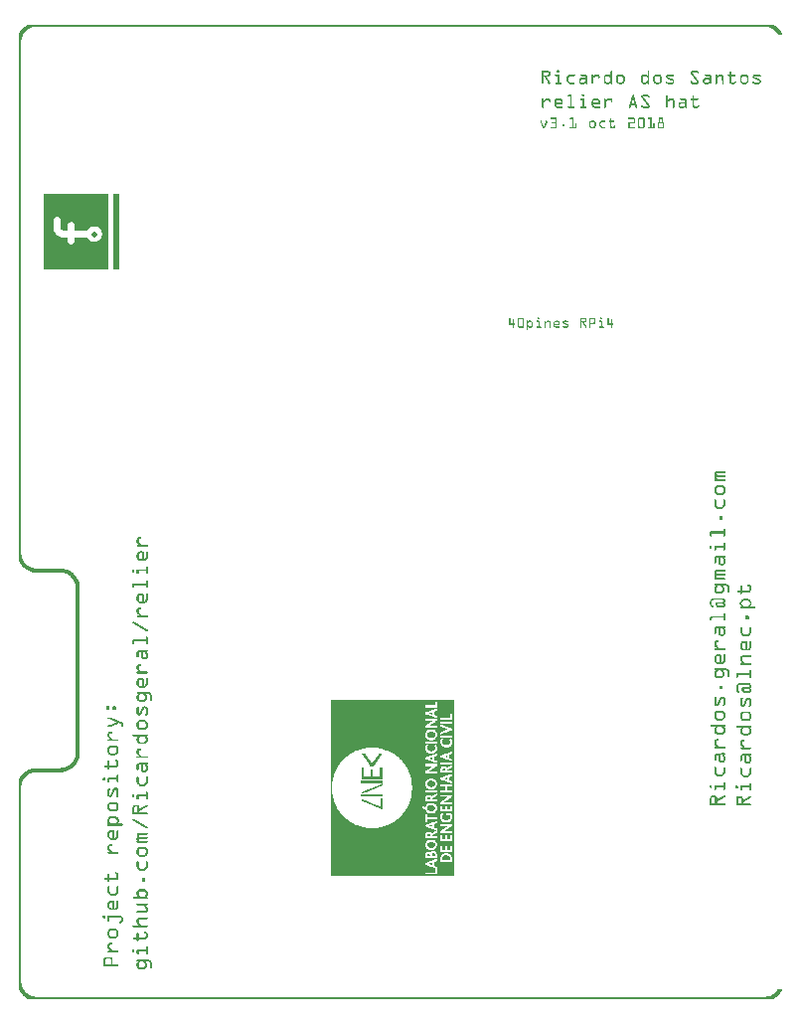
<source format=gto>
G04 MADE WITH FRITZING*
G04 WWW.FRITZING.ORG*
G04 DOUBLE SIDED*
G04 HOLES PLATED*
G04 CONTOUR ON CENTER OF CONTOUR VECTOR*
%ASAXBY*%
%FSLAX23Y23*%
%MOIN*%
%OFA0B0*%
%SFA1.0B1.0*%
%ADD10C,0.019120*%
%ADD11R,0.022735X0.253036*%
%ADD12R,0.001000X0.001000*%
%LNSILK1*%
G90*
G70*
G54D10*
X252Y2565D03*
G54D11*
X325Y2574D03*
G36*
X1146Y680D02*
X1149Y680D01*
X1149Y690D01*
X1154Y690D01*
X1154Y691D01*
X1156Y691D01*
X1156Y693D01*
X1161Y693D01*
X1161Y694D01*
X1164Y694D01*
X1164Y696D01*
X1168Y696D01*
X1168Y697D01*
X1171Y697D01*
X1171Y698D01*
X1174Y698D01*
X1174Y700D01*
X1178Y700D01*
X1178Y701D01*
X1181Y701D01*
X1181Y703D01*
X1185Y703D01*
X1185Y704D01*
X1188Y704D01*
X1188Y706D01*
X1193Y706D01*
X1193Y707D01*
X1196Y707D01*
X1196Y709D01*
X1200Y709D01*
X1200Y710D01*
X1203Y710D01*
X1203Y711D01*
X1206Y711D01*
X1206Y713D01*
X1210Y713D01*
X1210Y714D01*
X1213Y714D01*
X1213Y716D01*
X1217Y716D01*
X1217Y717D01*
X1219Y717D01*
X1219Y723D01*
X1216Y723D01*
X1216Y722D01*
X1211Y722D01*
X1211Y720D01*
X1209Y720D01*
X1209Y719D01*
X1204Y719D01*
X1204Y717D01*
X1201Y717D01*
X1201Y716D01*
X1197Y716D01*
X1197Y714D01*
X1194Y714D01*
X1194Y713D01*
X1191Y713D01*
X1191Y711D01*
X1187Y711D01*
X1187Y710D01*
X1184Y710D01*
X1184Y709D01*
X1180Y709D01*
X1180Y707D01*
X1177Y707D01*
X1177Y706D01*
X1172Y706D01*
X1172Y704D01*
X1169Y704D01*
X1169Y703D01*
X1167Y703D01*
X1167Y701D01*
X1162Y701D01*
X1162Y700D01*
X1159Y700D01*
X1159Y698D01*
X1155Y698D01*
X1155Y697D01*
X1152Y697D01*
X1152Y696D01*
X1148Y696D01*
X1148Y688D01*
X1146Y688D01*
X1146Y680D01*
G37*
D02*
G36*
X1149Y680D02*
X1220Y680D01*
X1220Y688D01*
X1149Y688D01*
X1149Y680D01*
G37*
D02*
G36*
X1146Y725D02*
X1220Y725D01*
X1220Y733D01*
X1146Y733D01*
X1146Y725D01*
G37*
D02*
G36*
X1148Y667D02*
X1149Y667D01*
X1149Y665D01*
X1152Y665D01*
X1152Y664D01*
X1156Y664D01*
X1156Y662D01*
X1159Y662D01*
X1159Y661D01*
X1164Y661D01*
X1164Y659D01*
X1167Y659D01*
X1167Y658D01*
X1171Y658D01*
X1171Y656D01*
X1174Y656D01*
X1174Y655D01*
X1178Y655D01*
X1178Y654D01*
X1181Y654D01*
X1181Y652D01*
X1184Y652D01*
X1184Y651D01*
X1188Y651D01*
X1188Y649D01*
X1191Y649D01*
X1191Y648D01*
X1196Y648D01*
X1196Y646D01*
X1198Y646D01*
X1198Y645D01*
X1203Y645D01*
X1203Y643D01*
X1206Y643D01*
X1206Y642D01*
X1210Y642D01*
X1210Y641D01*
X1213Y641D01*
X1213Y639D01*
X1216Y639D01*
X1216Y638D01*
X1219Y638D01*
X1219Y674D01*
X1213Y674D01*
X1213Y646D01*
X1211Y646D01*
X1211Y648D01*
X1207Y648D01*
X1207Y649D01*
X1204Y649D01*
X1204Y651D01*
X1200Y651D01*
X1200Y652D01*
X1197Y652D01*
X1197Y654D01*
X1193Y654D01*
X1193Y655D01*
X1190Y655D01*
X1190Y656D01*
X1187Y656D01*
X1187Y658D01*
X1183Y658D01*
X1183Y659D01*
X1180Y659D01*
X1180Y661D01*
X1175Y661D01*
X1175Y662D01*
X1172Y662D01*
X1172Y664D01*
X1168Y664D01*
X1168Y665D01*
X1165Y665D01*
X1165Y667D01*
X1161Y667D01*
X1161Y668D01*
X1158Y668D01*
X1158Y669D01*
X1155Y669D01*
X1155Y671D01*
X1151Y671D01*
X1151Y672D01*
X1148Y672D01*
X1148Y667D01*
G37*
D02*
G36*
X1148Y739D02*
X1219Y739D01*
X1219Y778D01*
X1210Y778D01*
X1210Y748D01*
X1187Y748D01*
X1187Y772D01*
X1180Y772D01*
X1180Y748D01*
X1156Y748D01*
X1156Y778D01*
X1148Y778D01*
X1148Y739D01*
G37*
D02*
G36*
X1148Y823D02*
X1149Y823D01*
X1149Y822D01*
X1151Y822D01*
X1151Y819D01*
X1152Y819D01*
X1152Y817D01*
X1154Y817D01*
X1154Y816D01*
X1155Y816D01*
X1155Y813D01*
X1156Y813D01*
X1156Y811D01*
X1158Y811D01*
X1158Y809D01*
X1159Y809D01*
X1159Y807D01*
X1161Y807D01*
X1161Y806D01*
X1162Y806D01*
X1162Y803D01*
X1164Y803D01*
X1164Y801D01*
X1165Y801D01*
X1165Y798D01*
X1167Y798D01*
X1167Y797D01*
X1168Y797D01*
X1168Y794D01*
X1169Y794D01*
X1169Y793D01*
X1171Y793D01*
X1171Y791D01*
X1172Y791D01*
X1172Y788D01*
X1174Y788D01*
X1174Y787D01*
X1175Y787D01*
X1175Y784D01*
X1177Y784D01*
X1177Y782D01*
X1178Y782D01*
X1178Y781D01*
X1180Y781D01*
X1180Y780D01*
X1188Y780D01*
X1188Y782D01*
X1190Y782D01*
X1190Y784D01*
X1191Y784D01*
X1191Y787D01*
X1193Y787D01*
X1193Y788D01*
X1194Y788D01*
X1194Y791D01*
X1196Y791D01*
X1196Y793D01*
X1197Y793D01*
X1197Y794D01*
X1198Y794D01*
X1198Y797D01*
X1200Y797D01*
X1200Y798D01*
X1201Y798D01*
X1201Y801D01*
X1203Y801D01*
X1203Y803D01*
X1204Y803D01*
X1204Y804D01*
X1206Y804D01*
X1206Y807D01*
X1207Y807D01*
X1207Y809D01*
X1209Y809D01*
X1209Y811D01*
X1210Y811D01*
X1210Y813D01*
X1211Y813D01*
X1211Y816D01*
X1213Y816D01*
X1213Y817D01*
X1214Y817D01*
X1214Y819D01*
X1216Y819D01*
X1216Y822D01*
X1217Y822D01*
X1217Y823D01*
X1219Y823D01*
X1219Y824D01*
X1207Y824D01*
X1207Y823D01*
X1206Y823D01*
X1206Y822D01*
X1204Y822D01*
X1204Y819D01*
X1203Y819D01*
X1203Y817D01*
X1201Y817D01*
X1201Y816D01*
X1200Y816D01*
X1200Y813D01*
X1198Y813D01*
X1198Y811D01*
X1197Y811D01*
X1197Y809D01*
X1196Y809D01*
X1196Y807D01*
X1194Y807D01*
X1194Y806D01*
X1193Y806D01*
X1193Y803D01*
X1191Y803D01*
X1191Y801D01*
X1190Y801D01*
X1190Y798D01*
X1188Y798D01*
X1188Y797D01*
X1187Y797D01*
X1187Y795D01*
X1185Y795D01*
X1185Y793D01*
X1181Y793D01*
X1181Y795D01*
X1180Y795D01*
X1180Y797D01*
X1178Y797D01*
X1178Y800D01*
X1177Y800D01*
X1177Y801D01*
X1175Y801D01*
X1175Y803D01*
X1174Y803D01*
X1174Y806D01*
X1172Y806D01*
X1172Y807D01*
X1171Y807D01*
X1171Y809D01*
X1169Y809D01*
X1169Y811D01*
X1168Y811D01*
X1168Y813D01*
X1167Y813D01*
X1167Y816D01*
X1165Y816D01*
X1165Y817D01*
X1164Y817D01*
X1164Y819D01*
X1162Y819D01*
X1162Y822D01*
X1161Y822D01*
X1161Y823D01*
X1159Y823D01*
X1159Y824D01*
X1148Y824D01*
X1148Y823D01*
G37*
D02*
G36*
X1368Y481D02*
X1378Y481D01*
X1378Y484D01*
X1377Y484D01*
X1377Y487D01*
X1375Y487D01*
X1375Y488D01*
X1371Y488D01*
X1371Y487D01*
X1369Y487D01*
X1369Y486D01*
X1368Y486D01*
X1368Y481D01*
G37*
D02*
G36*
X1368Y515D02*
X1369Y515D01*
X1369Y513D01*
X1371Y513D01*
X1371Y512D01*
X1372Y512D01*
X1372Y510D01*
X1374Y510D01*
X1374Y509D01*
X1378Y509D01*
X1378Y507D01*
X1384Y507D01*
X1384Y509D01*
X1388Y509D01*
X1388Y510D01*
X1391Y510D01*
X1391Y512D01*
X1393Y512D01*
X1393Y513D01*
X1394Y513D01*
X1394Y523D01*
X1393Y523D01*
X1393Y525D01*
X1391Y525D01*
X1391Y526D01*
X1390Y526D01*
X1390Y528D01*
X1387Y528D01*
X1387Y529D01*
X1377Y529D01*
X1377Y528D01*
X1374Y528D01*
X1374Y526D01*
X1371Y526D01*
X1371Y525D01*
X1369Y525D01*
X1369Y522D01*
X1368Y522D01*
X1368Y515D01*
G37*
D02*
G36*
X1368Y548D02*
X1379Y548D01*
X1379Y552D01*
X1378Y552D01*
X1378Y554D01*
X1377Y554D01*
X1377Y555D01*
X1371Y555D01*
X1371Y554D01*
X1369Y554D01*
X1369Y552D01*
X1368Y552D01*
X1368Y548D01*
G37*
D02*
G36*
X1368Y638D02*
X1369Y638D01*
X1369Y636D01*
X1371Y636D01*
X1371Y635D01*
X1372Y635D01*
X1372Y633D01*
X1374Y633D01*
X1374Y632D01*
X1381Y632D01*
X1381Y630D01*
X1382Y630D01*
X1382Y632D01*
X1388Y632D01*
X1388Y633D01*
X1391Y633D01*
X1391Y635D01*
X1393Y635D01*
X1393Y638D01*
X1394Y638D01*
X1394Y646D01*
X1393Y646D01*
X1393Y648D01*
X1391Y648D01*
X1391Y649D01*
X1390Y649D01*
X1390Y651D01*
X1387Y651D01*
X1387Y652D01*
X1375Y652D01*
X1375Y651D01*
X1372Y651D01*
X1372Y649D01*
X1371Y649D01*
X1371Y648D01*
X1369Y648D01*
X1369Y645D01*
X1368Y645D01*
X1368Y638D01*
G37*
D02*
G36*
X1368Y671D02*
X1379Y671D01*
X1379Y675D01*
X1378Y675D01*
X1378Y677D01*
X1377Y677D01*
X1377Y678D01*
X1369Y678D01*
X1369Y675D01*
X1368Y675D01*
X1368Y671D01*
G37*
D02*
G36*
X1368Y719D02*
X1369Y719D01*
X1369Y717D01*
X1371Y717D01*
X1371Y716D01*
X1372Y716D01*
X1372Y714D01*
X1374Y714D01*
X1374Y713D01*
X1378Y713D01*
X1378Y711D01*
X1384Y711D01*
X1384Y713D01*
X1388Y713D01*
X1388Y714D01*
X1391Y714D01*
X1391Y716D01*
X1393Y716D01*
X1393Y717D01*
X1394Y717D01*
X1394Y727D01*
X1393Y727D01*
X1393Y729D01*
X1391Y729D01*
X1391Y730D01*
X1390Y730D01*
X1390Y732D01*
X1387Y732D01*
X1387Y733D01*
X1377Y733D01*
X1377Y732D01*
X1374Y732D01*
X1374Y730D01*
X1371Y730D01*
X1371Y729D01*
X1369Y729D01*
X1369Y726D01*
X1368Y726D01*
X1368Y719D01*
G37*
D02*
G36*
X1368Y884D02*
X1369Y884D01*
X1369Y881D01*
X1371Y881D01*
X1371Y879D01*
X1372Y879D01*
X1372Y878D01*
X1377Y878D01*
X1377Y877D01*
X1387Y877D01*
X1387Y878D01*
X1390Y878D01*
X1390Y879D01*
X1391Y879D01*
X1391Y881D01*
X1393Y881D01*
X1393Y882D01*
X1394Y882D01*
X1394Y893D01*
X1393Y893D01*
X1393Y894D01*
X1391Y894D01*
X1391Y895D01*
X1388Y895D01*
X1388Y897D01*
X1384Y897D01*
X1384Y898D01*
X1378Y898D01*
X1378Y897D01*
X1374Y897D01*
X1374Y895D01*
X1372Y895D01*
X1372Y894D01*
X1371Y894D01*
X1371Y893D01*
X1369Y893D01*
X1369Y891D01*
X1368Y891D01*
X1368Y884D01*
G37*
D02*
G36*
X1374Y959D02*
X1378Y959D01*
X1378Y958D01*
X1382Y958D01*
X1382Y956D01*
X1385Y956D01*
X1385Y963D01*
X1384Y963D01*
X1384Y962D01*
X1378Y962D01*
X1378Y961D01*
X1374Y961D01*
X1374Y959D01*
G37*
D02*
G36*
X1375Y454D02*
X1379Y454D01*
X1379Y452D01*
X1384Y452D01*
X1384Y451D01*
X1385Y451D01*
X1385Y458D01*
X1382Y458D01*
X1382Y457D01*
X1377Y457D01*
X1377Y455D01*
X1375Y455D01*
X1375Y454D01*
G37*
D02*
G36*
X1375Y581D02*
X1379Y581D01*
X1379Y580D01*
X1384Y580D01*
X1384Y578D01*
X1385Y578D01*
X1385Y585D01*
X1382Y585D01*
X1382Y584D01*
X1378Y584D01*
X1378Y583D01*
X1375Y583D01*
X1375Y581D01*
G37*
D02*
G36*
X1375Y807D02*
X1379Y807D01*
X1379Y806D01*
X1384Y806D01*
X1384Y804D01*
X1385Y804D01*
X1385Y811D01*
X1382Y811D01*
X1382Y810D01*
X1378Y810D01*
X1378Y809D01*
X1375Y809D01*
X1375Y807D01*
G37*
D02*
G36*
X1384Y481D02*
X1394Y481D01*
X1394Y488D01*
X1393Y488D01*
X1393Y490D01*
X1385Y490D01*
X1385Y487D01*
X1384Y487D01*
X1384Y481D01*
G37*
D02*
G36*
X1045Y416D02*
X1048Y416D01*
X1048Y716D01*
X1049Y716D01*
X1049Y730D01*
X1051Y730D01*
X1051Y739D01*
X1052Y739D01*
X1052Y745D01*
X1054Y745D01*
X1054Y749D01*
X1055Y749D01*
X1055Y753D01*
X1057Y753D01*
X1057Y758D01*
X1058Y758D01*
X1058Y762D01*
X1059Y762D01*
X1059Y765D01*
X1061Y765D01*
X1061Y768D01*
X1062Y768D01*
X1062Y771D01*
X1064Y771D01*
X1064Y774D01*
X1065Y774D01*
X1065Y777D01*
X1067Y777D01*
X1067Y778D01*
X1068Y778D01*
X1068Y781D01*
X1070Y781D01*
X1070Y784D01*
X1071Y784D01*
X1071Y785D01*
X1072Y785D01*
X1072Y788D01*
X1074Y788D01*
X1074Y790D01*
X1075Y790D01*
X1075Y791D01*
X1077Y791D01*
X1077Y794D01*
X1078Y794D01*
X1078Y795D01*
X1080Y795D01*
X1080Y797D01*
X1081Y797D01*
X1081Y798D01*
X1083Y798D01*
X1083Y800D01*
X1084Y800D01*
X1084Y801D01*
X1085Y801D01*
X1085Y803D01*
X1087Y803D01*
X1087Y804D01*
X1088Y804D01*
X1088Y806D01*
X1090Y806D01*
X1090Y807D01*
X1091Y807D01*
X1091Y809D01*
X1093Y809D01*
X1093Y810D01*
X1094Y810D01*
X1094Y811D01*
X1096Y811D01*
X1096Y813D01*
X1097Y813D01*
X1097Y814D01*
X1099Y814D01*
X1099Y816D01*
X1101Y816D01*
X1101Y817D01*
X1103Y817D01*
X1103Y819D01*
X1104Y819D01*
X1104Y820D01*
X1107Y820D01*
X1107Y822D01*
X1109Y822D01*
X1109Y823D01*
X1112Y823D01*
X1112Y824D01*
X1114Y824D01*
X1114Y826D01*
X1116Y826D01*
X1116Y827D01*
X1119Y827D01*
X1119Y829D01*
X1122Y829D01*
X1122Y830D01*
X1125Y830D01*
X1125Y832D01*
X1127Y832D01*
X1127Y833D01*
X1130Y833D01*
X1130Y835D01*
X1135Y835D01*
X1135Y836D01*
X1139Y836D01*
X1139Y837D01*
X1143Y837D01*
X1143Y839D01*
X1148Y839D01*
X1148Y840D01*
X1154Y840D01*
X1154Y842D01*
X1162Y842D01*
X1162Y843D01*
X1177Y843D01*
X1177Y845D01*
X1190Y845D01*
X1190Y843D01*
X1204Y843D01*
X1204Y842D01*
X1213Y842D01*
X1213Y840D01*
X1219Y840D01*
X1219Y839D01*
X1223Y839D01*
X1223Y837D01*
X1227Y837D01*
X1227Y836D01*
X1232Y836D01*
X1232Y835D01*
X1236Y835D01*
X1236Y833D01*
X1239Y833D01*
X1239Y832D01*
X1242Y832D01*
X1242Y830D01*
X1245Y830D01*
X1245Y829D01*
X1248Y829D01*
X1248Y827D01*
X1251Y827D01*
X1251Y826D01*
X1252Y826D01*
X1252Y824D01*
X1255Y824D01*
X1255Y823D01*
X1258Y823D01*
X1258Y822D01*
X1259Y822D01*
X1259Y820D01*
X1262Y820D01*
X1262Y819D01*
X1264Y819D01*
X1264Y817D01*
X1265Y817D01*
X1265Y816D01*
X1268Y816D01*
X1268Y814D01*
X1269Y814D01*
X1269Y813D01*
X1271Y813D01*
X1271Y811D01*
X1272Y811D01*
X1272Y810D01*
X1274Y810D01*
X1274Y809D01*
X1275Y809D01*
X1275Y807D01*
X1277Y807D01*
X1277Y806D01*
X1278Y806D01*
X1278Y804D01*
X1280Y804D01*
X1280Y803D01*
X1281Y803D01*
X1281Y801D01*
X1282Y801D01*
X1282Y800D01*
X1284Y800D01*
X1284Y798D01*
X1285Y798D01*
X1285Y797D01*
X1287Y797D01*
X1287Y795D01*
X1288Y795D01*
X1288Y794D01*
X1290Y794D01*
X1290Y791D01*
X1291Y791D01*
X1291Y790D01*
X1293Y790D01*
X1293Y788D01*
X1294Y788D01*
X1294Y785D01*
X1295Y785D01*
X1295Y784D01*
X1297Y784D01*
X1297Y781D01*
X1298Y781D01*
X1298Y780D01*
X1300Y780D01*
X1300Y777D01*
X1301Y777D01*
X1301Y774D01*
X1303Y774D01*
X1303Y771D01*
X1304Y771D01*
X1304Y768D01*
X1306Y768D01*
X1306Y765D01*
X1307Y765D01*
X1307Y762D01*
X1309Y762D01*
X1309Y758D01*
X1310Y758D01*
X1310Y753D01*
X1311Y753D01*
X1311Y749D01*
X1313Y749D01*
X1313Y745D01*
X1314Y745D01*
X1314Y739D01*
X1316Y739D01*
X1316Y730D01*
X1317Y730D01*
X1317Y717D01*
X1319Y717D01*
X1319Y1005D01*
X1045Y1005D01*
X1045Y416D01*
G37*
D02*
G36*
X1048Y416D02*
X1319Y416D01*
X1319Y701D01*
X1317Y701D01*
X1317Y687D01*
X1316Y687D01*
X1316Y680D01*
X1314Y680D01*
X1314Y674D01*
X1313Y674D01*
X1313Y669D01*
X1311Y669D01*
X1311Y664D01*
X1310Y664D01*
X1310Y661D01*
X1309Y661D01*
X1309Y656D01*
X1307Y656D01*
X1307Y654D01*
X1306Y654D01*
X1306Y651D01*
X1304Y651D01*
X1304Y648D01*
X1303Y648D01*
X1303Y645D01*
X1301Y645D01*
X1301Y642D01*
X1300Y642D01*
X1300Y639D01*
X1298Y639D01*
X1298Y638D01*
X1297Y638D01*
X1297Y635D01*
X1295Y635D01*
X1295Y633D01*
X1294Y633D01*
X1294Y630D01*
X1293Y630D01*
X1293Y629D01*
X1291Y629D01*
X1291Y627D01*
X1290Y627D01*
X1290Y625D01*
X1288Y625D01*
X1288Y623D01*
X1287Y623D01*
X1287Y622D01*
X1285Y622D01*
X1285Y620D01*
X1284Y620D01*
X1284Y619D01*
X1282Y619D01*
X1282Y617D01*
X1281Y617D01*
X1281Y614D01*
X1280Y614D01*
X1280Y613D01*
X1278Y613D01*
X1278Y612D01*
X1275Y612D01*
X1275Y610D01*
X1274Y610D01*
X1274Y609D01*
X1272Y609D01*
X1272Y607D01*
X1271Y607D01*
X1271Y606D01*
X1269Y606D01*
X1269Y604D01*
X1268Y604D01*
X1268Y603D01*
X1265Y603D01*
X1265Y601D01*
X1264Y601D01*
X1264Y600D01*
X1262Y600D01*
X1262Y599D01*
X1259Y599D01*
X1259Y597D01*
X1258Y597D01*
X1258Y596D01*
X1255Y596D01*
X1255Y594D01*
X1253Y594D01*
X1253Y593D01*
X1251Y593D01*
X1251Y591D01*
X1248Y591D01*
X1248Y590D01*
X1245Y590D01*
X1245Y588D01*
X1242Y588D01*
X1242Y587D01*
X1239Y587D01*
X1239Y585D01*
X1236Y585D01*
X1236Y584D01*
X1232Y584D01*
X1232Y583D01*
X1229Y583D01*
X1229Y581D01*
X1225Y581D01*
X1225Y580D01*
X1219Y580D01*
X1219Y578D01*
X1213Y578D01*
X1213Y577D01*
X1206Y577D01*
X1206Y575D01*
X1191Y575D01*
X1191Y574D01*
X1175Y574D01*
X1175Y575D01*
X1161Y575D01*
X1161Y577D01*
X1154Y577D01*
X1154Y578D01*
X1148Y578D01*
X1148Y580D01*
X1143Y580D01*
X1143Y581D01*
X1138Y581D01*
X1138Y583D01*
X1135Y583D01*
X1135Y584D01*
X1130Y584D01*
X1130Y585D01*
X1127Y585D01*
X1127Y587D01*
X1125Y587D01*
X1125Y588D01*
X1122Y588D01*
X1122Y590D01*
X1119Y590D01*
X1119Y591D01*
X1116Y591D01*
X1116Y593D01*
X1113Y593D01*
X1113Y594D01*
X1112Y594D01*
X1112Y596D01*
X1109Y596D01*
X1109Y597D01*
X1107Y597D01*
X1107Y599D01*
X1104Y599D01*
X1104Y600D01*
X1103Y600D01*
X1103Y601D01*
X1101Y601D01*
X1101Y603D01*
X1099Y603D01*
X1099Y604D01*
X1097Y604D01*
X1097Y606D01*
X1096Y606D01*
X1096Y607D01*
X1094Y607D01*
X1094Y609D01*
X1093Y609D01*
X1093Y610D01*
X1091Y610D01*
X1091Y612D01*
X1090Y612D01*
X1090Y613D01*
X1088Y613D01*
X1088Y614D01*
X1087Y614D01*
X1087Y616D01*
X1085Y616D01*
X1085Y617D01*
X1084Y617D01*
X1084Y619D01*
X1083Y619D01*
X1083Y620D01*
X1081Y620D01*
X1081Y622D01*
X1080Y622D01*
X1080Y623D01*
X1078Y623D01*
X1078Y625D01*
X1077Y625D01*
X1077Y627D01*
X1075Y627D01*
X1075Y629D01*
X1074Y629D01*
X1074Y630D01*
X1072Y630D01*
X1072Y633D01*
X1071Y633D01*
X1071Y635D01*
X1070Y635D01*
X1070Y638D01*
X1068Y638D01*
X1068Y639D01*
X1067Y639D01*
X1067Y642D01*
X1065Y642D01*
X1065Y645D01*
X1064Y645D01*
X1064Y648D01*
X1062Y648D01*
X1062Y651D01*
X1061Y651D01*
X1061Y654D01*
X1059Y654D01*
X1059Y656D01*
X1058Y656D01*
X1058Y661D01*
X1057Y661D01*
X1057Y665D01*
X1055Y665D01*
X1055Y669D01*
X1054Y669D01*
X1054Y674D01*
X1052Y674D01*
X1052Y680D01*
X1051Y680D01*
X1051Y688D01*
X1049Y688D01*
X1049Y703D01*
X1048Y703D01*
X1048Y416D01*
G37*
D02*
G36*
X1319Y416D02*
X1320Y416D01*
X1320Y1005D01*
X1319Y1005D01*
X1319Y416D01*
G37*
D02*
G36*
X1319Y416D02*
X1320Y416D01*
X1320Y1005D01*
X1319Y1005D01*
X1319Y416D01*
G37*
D02*
G36*
X1320Y416D02*
X1351Y416D01*
X1351Y651D01*
X1353Y651D01*
X1353Y649D01*
X1355Y649D01*
X1355Y648D01*
X1358Y648D01*
X1358Y646D01*
X1359Y646D01*
X1359Y645D01*
X1361Y645D01*
X1361Y890D01*
X1362Y890D01*
X1362Y987D01*
X1394Y987D01*
X1394Y998D01*
X1401Y998D01*
X1401Y1005D01*
X1320Y1005D01*
X1320Y416D01*
G37*
D02*
G36*
X1351Y416D02*
X1361Y416D01*
X1361Y522D01*
X1362Y522D01*
X1362Y622D01*
X1368Y622D01*
X1368Y612D01*
X1401Y612D01*
X1401Y636D01*
X1400Y636D01*
X1400Y632D01*
X1398Y632D01*
X1398Y630D01*
X1397Y630D01*
X1397Y629D01*
X1395Y629D01*
X1395Y627D01*
X1394Y627D01*
X1394Y626D01*
X1390Y626D01*
X1390Y625D01*
X1372Y625D01*
X1372Y626D01*
X1369Y626D01*
X1369Y627D01*
X1368Y627D01*
X1368Y629D01*
X1365Y629D01*
X1365Y632D01*
X1364Y632D01*
X1364Y633D01*
X1362Y633D01*
X1362Y639D01*
X1361Y639D01*
X1361Y638D01*
X1359Y638D01*
X1359Y639D01*
X1356Y639D01*
X1356Y641D01*
X1353Y641D01*
X1353Y642D01*
X1351Y642D01*
X1351Y416D01*
G37*
D02*
G36*
X1361Y416D02*
X1362Y416D01*
X1362Y491D01*
X1364Y491D01*
X1364Y493D01*
X1365Y493D01*
X1365Y494D01*
X1368Y494D01*
X1368Y496D01*
X1375Y496D01*
X1375Y494D01*
X1378Y494D01*
X1378Y493D01*
X1379Y493D01*
X1379Y494D01*
X1381Y494D01*
X1381Y496D01*
X1382Y496D01*
X1382Y497D01*
X1395Y497D01*
X1395Y496D01*
X1397Y496D01*
X1397Y494D01*
X1398Y494D01*
X1398Y493D01*
X1400Y493D01*
X1400Y488D01*
X1401Y488D01*
X1401Y513D01*
X1400Y513D01*
X1400Y509D01*
X1398Y509D01*
X1398Y507D01*
X1397Y507D01*
X1397Y506D01*
X1395Y506D01*
X1395Y504D01*
X1394Y504D01*
X1394Y503D01*
X1391Y503D01*
X1391Y501D01*
X1385Y501D01*
X1385Y500D01*
X1378Y500D01*
X1378Y501D01*
X1372Y501D01*
X1372Y503D01*
X1369Y503D01*
X1369Y504D01*
X1366Y504D01*
X1366Y506D01*
X1365Y506D01*
X1365Y509D01*
X1364Y509D01*
X1364Y510D01*
X1362Y510D01*
X1362Y516D01*
X1361Y516D01*
X1361Y416D01*
G37*
D02*
G36*
X1361Y645D02*
X1362Y645D01*
X1362Y700D01*
X1401Y700D01*
X1401Y717D01*
X1400Y717D01*
X1400Y713D01*
X1398Y713D01*
X1398Y711D01*
X1397Y711D01*
X1397Y710D01*
X1395Y710D01*
X1395Y709D01*
X1394Y709D01*
X1394Y707D01*
X1391Y707D01*
X1391Y706D01*
X1385Y706D01*
X1385Y704D01*
X1378Y704D01*
X1378Y706D01*
X1372Y706D01*
X1372Y707D01*
X1369Y707D01*
X1369Y709D01*
X1366Y709D01*
X1366Y710D01*
X1365Y710D01*
X1365Y713D01*
X1364Y713D01*
X1364Y714D01*
X1362Y714D01*
X1362Y720D01*
X1361Y720D01*
X1361Y645D01*
G37*
D02*
G36*
X1361Y726D02*
X1362Y726D01*
X1362Y811D01*
X1365Y811D01*
X1365Y813D01*
X1369Y813D01*
X1369Y814D01*
X1374Y814D01*
X1374Y816D01*
X1377Y816D01*
X1377Y817D01*
X1381Y817D01*
X1381Y819D01*
X1385Y819D01*
X1385Y820D01*
X1390Y820D01*
X1390Y822D01*
X1394Y822D01*
X1394Y823D01*
X1397Y823D01*
X1397Y824D01*
X1401Y824D01*
X1401Y836D01*
X1400Y836D01*
X1400Y833D01*
X1398Y833D01*
X1398Y832D01*
X1397Y832D01*
X1397Y830D01*
X1395Y830D01*
X1395Y829D01*
X1394Y829D01*
X1394Y827D01*
X1391Y827D01*
X1391Y826D01*
X1387Y826D01*
X1387Y824D01*
X1377Y824D01*
X1377Y826D01*
X1372Y826D01*
X1372Y827D01*
X1369Y827D01*
X1369Y829D01*
X1366Y829D01*
X1366Y830D01*
X1365Y830D01*
X1365Y833D01*
X1364Y833D01*
X1364Y835D01*
X1362Y835D01*
X1362Y840D01*
X1361Y840D01*
X1361Y726D01*
G37*
D02*
G36*
X1361Y846D02*
X1362Y846D01*
X1362Y865D01*
X1401Y865D01*
X1401Y881D01*
X1400Y881D01*
X1400Y878D01*
X1398Y878D01*
X1398Y877D01*
X1397Y877D01*
X1397Y874D01*
X1394Y874D01*
X1394Y872D01*
X1393Y872D01*
X1393Y871D01*
X1388Y871D01*
X1388Y869D01*
X1375Y869D01*
X1375Y871D01*
X1371Y871D01*
X1371Y872D01*
X1368Y872D01*
X1368Y874D01*
X1366Y874D01*
X1366Y875D01*
X1365Y875D01*
X1365Y877D01*
X1364Y877D01*
X1364Y879D01*
X1362Y879D01*
X1362Y884D01*
X1361Y884D01*
X1361Y846D01*
G37*
D02*
G36*
X1362Y416D02*
X1401Y416D01*
X1401Y420D01*
X1362Y420D01*
X1362Y416D01*
G37*
D02*
G36*
X1362Y426D02*
X1394Y426D01*
X1394Y439D01*
X1397Y439D01*
X1397Y441D01*
X1394Y441D01*
X1394Y442D01*
X1390Y442D01*
X1390Y444D01*
X1385Y444D01*
X1385Y445D01*
X1381Y445D01*
X1381Y446D01*
X1377Y446D01*
X1377Y448D01*
X1372Y448D01*
X1372Y449D01*
X1368Y449D01*
X1368Y451D01*
X1364Y451D01*
X1364Y452D01*
X1362Y452D01*
X1362Y426D01*
G37*
D02*
G36*
X1362Y458D02*
X1365Y458D01*
X1365Y459D01*
X1369Y459D01*
X1369Y461D01*
X1372Y461D01*
X1372Y462D01*
X1377Y462D01*
X1377Y464D01*
X1381Y464D01*
X1381Y465D01*
X1385Y465D01*
X1385Y467D01*
X1390Y467D01*
X1390Y468D01*
X1393Y468D01*
X1393Y470D01*
X1397Y470D01*
X1397Y471D01*
X1401Y471D01*
X1401Y474D01*
X1362Y474D01*
X1362Y458D01*
G37*
D02*
G36*
X1362Y526D02*
X1364Y526D01*
X1364Y529D01*
X1365Y529D01*
X1365Y530D01*
X1366Y530D01*
X1366Y532D01*
X1368Y532D01*
X1368Y533D01*
X1371Y533D01*
X1371Y535D01*
X1375Y535D01*
X1375Y536D01*
X1388Y536D01*
X1388Y535D01*
X1393Y535D01*
X1393Y533D01*
X1394Y533D01*
X1394Y532D01*
X1395Y532D01*
X1395Y530D01*
X1397Y530D01*
X1397Y529D01*
X1398Y529D01*
X1398Y528D01*
X1400Y528D01*
X1400Y525D01*
X1401Y525D01*
X1401Y541D01*
X1362Y541D01*
X1362Y526D01*
G37*
D02*
G36*
X1362Y558D02*
X1364Y558D01*
X1364Y559D01*
X1365Y559D01*
X1365Y561D01*
X1366Y561D01*
X1366Y562D01*
X1378Y562D01*
X1378Y561D01*
X1381Y561D01*
X1381Y559D01*
X1382Y559D01*
X1382Y557D01*
X1384Y557D01*
X1384Y558D01*
X1385Y558D01*
X1385Y559D01*
X1388Y559D01*
X1388Y561D01*
X1390Y561D01*
X1390Y562D01*
X1393Y562D01*
X1393Y564D01*
X1395Y564D01*
X1395Y565D01*
X1398Y565D01*
X1398Y567D01*
X1397Y567D01*
X1397Y568D01*
X1393Y568D01*
X1393Y570D01*
X1388Y570D01*
X1388Y571D01*
X1384Y571D01*
X1384Y572D01*
X1381Y572D01*
X1381Y574D01*
X1377Y574D01*
X1377Y575D01*
X1372Y575D01*
X1372Y577D01*
X1368Y577D01*
X1368Y578D01*
X1364Y578D01*
X1364Y580D01*
X1362Y580D01*
X1362Y558D01*
G37*
D02*
G36*
X1362Y585D02*
X1365Y585D01*
X1365Y587D01*
X1369Y587D01*
X1369Y588D01*
X1374Y588D01*
X1374Y590D01*
X1378Y590D01*
X1378Y591D01*
X1381Y591D01*
X1381Y593D01*
X1385Y593D01*
X1385Y594D01*
X1390Y594D01*
X1390Y596D01*
X1394Y596D01*
X1394Y597D01*
X1398Y597D01*
X1398Y599D01*
X1401Y599D01*
X1401Y606D01*
X1368Y606D01*
X1368Y596D01*
X1362Y596D01*
X1362Y585D01*
G37*
D02*
G36*
X1362Y649D02*
X1364Y649D01*
X1364Y652D01*
X1365Y652D01*
X1365Y654D01*
X1366Y654D01*
X1366Y655D01*
X1368Y655D01*
X1368Y656D01*
X1369Y656D01*
X1369Y658D01*
X1374Y658D01*
X1374Y659D01*
X1388Y659D01*
X1388Y658D01*
X1393Y658D01*
X1393Y656D01*
X1394Y656D01*
X1394Y655D01*
X1397Y655D01*
X1397Y654D01*
X1398Y654D01*
X1398Y651D01*
X1400Y651D01*
X1400Y648D01*
X1401Y648D01*
X1401Y664D01*
X1362Y664D01*
X1362Y649D01*
G37*
D02*
G36*
X1362Y681D02*
X1364Y681D01*
X1364Y683D01*
X1365Y683D01*
X1365Y684D01*
X1366Y684D01*
X1366Y685D01*
X1378Y685D01*
X1378Y684D01*
X1381Y684D01*
X1381Y683D01*
X1382Y683D01*
X1382Y681D01*
X1385Y681D01*
X1385Y683D01*
X1387Y683D01*
X1387Y684D01*
X1390Y684D01*
X1390Y685D01*
X1393Y685D01*
X1393Y687D01*
X1395Y687D01*
X1395Y688D01*
X1398Y688D01*
X1398Y690D01*
X1401Y690D01*
X1401Y693D01*
X1362Y693D01*
X1362Y681D01*
G37*
D02*
G36*
X1362Y730D02*
X1364Y730D01*
X1364Y733D01*
X1365Y733D01*
X1365Y735D01*
X1366Y735D01*
X1366Y736D01*
X1368Y736D01*
X1368Y738D01*
X1371Y738D01*
X1371Y739D01*
X1375Y739D01*
X1375Y740D01*
X1388Y740D01*
X1388Y739D01*
X1393Y739D01*
X1393Y738D01*
X1394Y738D01*
X1394Y736D01*
X1395Y736D01*
X1395Y735D01*
X1397Y735D01*
X1397Y733D01*
X1398Y733D01*
X1398Y732D01*
X1400Y732D01*
X1400Y729D01*
X1401Y729D01*
X1401Y758D01*
X1362Y758D01*
X1362Y730D01*
G37*
D02*
G36*
X1362Y767D02*
X1365Y767D01*
X1365Y768D01*
X1366Y768D01*
X1366Y769D01*
X1369Y769D01*
X1369Y771D01*
X1371Y771D01*
X1371Y772D01*
X1374Y772D01*
X1374Y774D01*
X1375Y774D01*
X1375Y775D01*
X1378Y775D01*
X1378Y777D01*
X1379Y777D01*
X1379Y778D01*
X1381Y778D01*
X1381Y780D01*
X1384Y780D01*
X1384Y781D01*
X1385Y781D01*
X1385Y782D01*
X1362Y782D01*
X1362Y767D01*
G37*
D02*
G36*
X1362Y790D02*
X1401Y790D01*
X1401Y793D01*
X1397Y793D01*
X1397Y794D01*
X1393Y794D01*
X1393Y795D01*
X1388Y795D01*
X1388Y797D01*
X1385Y797D01*
X1385Y798D01*
X1381Y798D01*
X1381Y800D01*
X1377Y800D01*
X1377Y801D01*
X1372Y801D01*
X1372Y803D01*
X1368Y803D01*
X1368Y804D01*
X1364Y804D01*
X1364Y806D01*
X1362Y806D01*
X1362Y790D01*
G37*
D02*
G36*
X1362Y852D02*
X1364Y852D01*
X1364Y853D01*
X1371Y853D01*
X1371Y858D01*
X1362Y858D01*
X1362Y852D01*
G37*
D02*
G36*
X1362Y895D02*
X1364Y895D01*
X1364Y898D01*
X1365Y898D01*
X1365Y900D01*
X1366Y900D01*
X1366Y901D01*
X1369Y901D01*
X1369Y903D01*
X1372Y903D01*
X1372Y904D01*
X1377Y904D01*
X1377Y906D01*
X1385Y906D01*
X1385Y904D01*
X1391Y904D01*
X1391Y903D01*
X1394Y903D01*
X1394Y901D01*
X1395Y901D01*
X1395Y900D01*
X1397Y900D01*
X1397Y898D01*
X1398Y898D01*
X1398Y897D01*
X1400Y897D01*
X1400Y893D01*
X1401Y893D01*
X1401Y910D01*
X1362Y910D01*
X1362Y895D01*
G37*
D02*
G36*
X1362Y917D02*
X1364Y917D01*
X1364Y919D01*
X1365Y919D01*
X1365Y920D01*
X1368Y920D01*
X1368Y921D01*
X1369Y921D01*
X1369Y923D01*
X1372Y923D01*
X1372Y924D01*
X1374Y924D01*
X1374Y926D01*
X1375Y926D01*
X1375Y927D01*
X1378Y927D01*
X1378Y929D01*
X1379Y929D01*
X1379Y930D01*
X1382Y930D01*
X1382Y932D01*
X1384Y932D01*
X1384Y933D01*
X1387Y933D01*
X1387Y935D01*
X1362Y935D01*
X1362Y917D01*
G37*
D02*
G36*
X1362Y940D02*
X1401Y940D01*
X1401Y945D01*
X1397Y945D01*
X1397Y946D01*
X1393Y946D01*
X1393Y948D01*
X1388Y948D01*
X1388Y949D01*
X1384Y949D01*
X1384Y950D01*
X1379Y950D01*
X1379Y952D01*
X1375Y952D01*
X1375Y953D01*
X1371Y953D01*
X1371Y955D01*
X1366Y955D01*
X1366Y956D01*
X1362Y956D01*
X1362Y940D01*
G37*
D02*
G36*
X1362Y963D02*
X1366Y963D01*
X1366Y965D01*
X1369Y965D01*
X1369Y966D01*
X1374Y966D01*
X1374Y968D01*
X1378Y968D01*
X1378Y969D01*
X1382Y969D01*
X1382Y971D01*
X1387Y971D01*
X1387Y972D01*
X1391Y972D01*
X1391Y974D01*
X1394Y974D01*
X1394Y975D01*
X1398Y975D01*
X1398Y976D01*
X1401Y976D01*
X1401Y979D01*
X1362Y979D01*
X1362Y963D01*
G37*
D02*
G36*
X1368Y839D02*
X1369Y839D01*
X1369Y837D01*
X1371Y837D01*
X1371Y851D01*
X1369Y851D01*
X1369Y848D01*
X1368Y848D01*
X1368Y839D01*
G37*
D02*
G36*
X1371Y836D02*
X1372Y836D01*
X1372Y858D01*
X1371Y858D01*
X1371Y836D01*
G37*
D02*
G36*
X1371Y836D02*
X1372Y836D01*
X1372Y858D01*
X1371Y858D01*
X1371Y836D01*
G37*
D02*
G36*
X1372Y835D02*
X1374Y835D01*
X1374Y833D01*
X1378Y833D01*
X1378Y832D01*
X1384Y832D01*
X1384Y833D01*
X1388Y833D01*
X1388Y835D01*
X1391Y835D01*
X1391Y836D01*
X1393Y836D01*
X1393Y852D01*
X1394Y852D01*
X1394Y853D01*
X1398Y853D01*
X1398Y852D01*
X1400Y852D01*
X1400Y848D01*
X1401Y848D01*
X1401Y858D01*
X1372Y858D01*
X1372Y835D01*
G37*
D02*
G36*
X1377Y765D02*
X1401Y765D01*
X1401Y782D01*
X1400Y782D01*
X1400Y781D01*
X1397Y781D01*
X1397Y780D01*
X1395Y780D01*
X1395Y778D01*
X1393Y778D01*
X1393Y777D01*
X1391Y777D01*
X1391Y775D01*
X1388Y775D01*
X1388Y774D01*
X1387Y774D01*
X1387Y772D01*
X1384Y772D01*
X1384Y771D01*
X1382Y771D01*
X1382Y769D01*
X1379Y769D01*
X1379Y768D01*
X1378Y768D01*
X1378Y767D01*
X1377Y767D01*
X1377Y765D01*
G37*
D02*
G36*
X1377Y917D02*
X1401Y917D01*
X1401Y935D01*
X1400Y935D01*
X1400Y933D01*
X1397Y933D01*
X1397Y932D01*
X1395Y932D01*
X1395Y930D01*
X1394Y930D01*
X1394Y929D01*
X1391Y929D01*
X1391Y927D01*
X1390Y927D01*
X1390Y926D01*
X1387Y926D01*
X1387Y924D01*
X1385Y924D01*
X1385Y923D01*
X1382Y923D01*
X1382Y921D01*
X1381Y921D01*
X1381Y920D01*
X1378Y920D01*
X1378Y919D01*
X1377Y919D01*
X1377Y917D01*
G37*
D02*
G36*
X1385Y548D02*
X1401Y548D01*
X1401Y559D01*
X1400Y559D01*
X1400Y558D01*
X1398Y558D01*
X1398Y557D01*
X1395Y557D01*
X1395Y555D01*
X1393Y555D01*
X1393Y554D01*
X1390Y554D01*
X1390Y552D01*
X1388Y552D01*
X1388Y551D01*
X1385Y551D01*
X1385Y548D01*
G37*
D02*
G36*
X1385Y671D02*
X1401Y671D01*
X1401Y683D01*
X1400Y683D01*
X1400Y681D01*
X1397Y681D01*
X1397Y680D01*
X1395Y680D01*
X1395Y678D01*
X1393Y678D01*
X1393Y677D01*
X1390Y677D01*
X1390Y675D01*
X1387Y675D01*
X1387Y674D01*
X1385Y674D01*
X1385Y671D01*
G37*
D02*
G36*
X1391Y449D02*
X1393Y449D01*
X1393Y448D01*
X1397Y448D01*
X1397Y446D01*
X1401Y446D01*
X1401Y464D01*
X1398Y464D01*
X1398Y462D01*
X1394Y462D01*
X1394Y461D01*
X1391Y461D01*
X1391Y449D01*
G37*
D02*
G36*
X1391Y577D02*
X1393Y577D01*
X1393Y575D01*
X1397Y575D01*
X1397Y574D01*
X1401Y574D01*
X1401Y591D01*
X1400Y591D01*
X1400Y590D01*
X1395Y590D01*
X1395Y588D01*
X1391Y588D01*
X1391Y577D01*
G37*
D02*
G36*
X1391Y803D02*
X1393Y803D01*
X1393Y801D01*
X1397Y801D01*
X1397Y800D01*
X1401Y800D01*
X1401Y817D01*
X1398Y817D01*
X1398Y816D01*
X1395Y816D01*
X1395Y814D01*
X1391Y814D01*
X1391Y803D01*
G37*
D02*
G36*
X1391Y953D02*
X1395Y953D01*
X1395Y952D01*
X1400Y952D01*
X1400Y950D01*
X1401Y950D01*
X1401Y969D01*
X1400Y969D01*
X1400Y968D01*
X1395Y968D01*
X1395Y966D01*
X1393Y966D01*
X1393Y965D01*
X1391Y965D01*
X1391Y953D01*
G37*
D02*
G36*
X1393Y839D02*
X1394Y839D01*
X1394Y848D01*
X1393Y848D01*
X1393Y839D01*
G37*
D02*
G36*
X1401Y416D02*
X1403Y416D01*
X1403Y1005D01*
X1401Y1005D01*
X1401Y416D01*
G37*
D02*
G36*
X1401Y416D02*
X1403Y416D01*
X1403Y1005D01*
X1401Y1005D01*
X1401Y416D01*
G37*
D02*
G36*
X1401Y416D02*
X1403Y416D01*
X1403Y1005D01*
X1401Y1005D01*
X1401Y416D01*
G37*
D02*
G36*
X1401Y416D02*
X1403Y416D01*
X1403Y1005D01*
X1401Y1005D01*
X1401Y416D01*
G37*
D02*
G36*
X1401Y416D02*
X1403Y416D01*
X1403Y1005D01*
X1401Y1005D01*
X1401Y416D01*
G37*
D02*
G36*
X1401Y416D02*
X1403Y416D01*
X1403Y1005D01*
X1401Y1005D01*
X1401Y416D01*
G37*
D02*
G36*
X1401Y416D02*
X1403Y416D01*
X1403Y1005D01*
X1401Y1005D01*
X1401Y416D01*
G37*
D02*
G36*
X1401Y416D02*
X1403Y416D01*
X1403Y1005D01*
X1401Y1005D01*
X1401Y416D01*
G37*
D02*
G36*
X1401Y416D02*
X1403Y416D01*
X1403Y1005D01*
X1401Y1005D01*
X1401Y416D01*
G37*
D02*
G36*
X1401Y416D02*
X1403Y416D01*
X1403Y1005D01*
X1401Y1005D01*
X1401Y416D01*
G37*
D02*
G36*
X1401Y416D02*
X1403Y416D01*
X1403Y1005D01*
X1401Y1005D01*
X1401Y416D01*
G37*
D02*
G36*
X1401Y416D02*
X1403Y416D01*
X1403Y1005D01*
X1401Y1005D01*
X1401Y416D01*
G37*
D02*
G36*
X1401Y416D02*
X1403Y416D01*
X1403Y1005D01*
X1401Y1005D01*
X1401Y416D01*
G37*
D02*
G36*
X1401Y416D02*
X1403Y416D01*
X1403Y1005D01*
X1401Y1005D01*
X1401Y416D01*
G37*
D02*
G36*
X1401Y416D02*
X1403Y416D01*
X1403Y1005D01*
X1401Y1005D01*
X1401Y416D01*
G37*
D02*
G36*
X1401Y416D02*
X1403Y416D01*
X1403Y1005D01*
X1401Y1005D01*
X1401Y416D01*
G37*
D02*
G36*
X1401Y416D02*
X1403Y416D01*
X1403Y1005D01*
X1401Y1005D01*
X1401Y416D01*
G37*
D02*
G36*
X1401Y416D02*
X1403Y416D01*
X1403Y1005D01*
X1401Y1005D01*
X1401Y416D01*
G37*
D02*
G36*
X1401Y416D02*
X1403Y416D01*
X1403Y1005D01*
X1401Y1005D01*
X1401Y416D01*
G37*
D02*
G36*
X1401Y416D02*
X1403Y416D01*
X1403Y1005D01*
X1401Y1005D01*
X1401Y416D01*
G37*
D02*
G36*
X1401Y416D02*
X1403Y416D01*
X1403Y1005D01*
X1401Y1005D01*
X1401Y416D01*
G37*
D02*
G36*
X1401Y416D02*
X1403Y416D01*
X1403Y1005D01*
X1401Y1005D01*
X1401Y416D01*
G37*
D02*
G36*
X1401Y416D02*
X1403Y416D01*
X1403Y1005D01*
X1401Y1005D01*
X1401Y416D01*
G37*
D02*
G36*
X1401Y416D02*
X1403Y416D01*
X1403Y1005D01*
X1401Y1005D01*
X1401Y416D01*
G37*
D02*
G36*
X1401Y416D02*
X1403Y416D01*
X1403Y1005D01*
X1401Y1005D01*
X1401Y416D01*
G37*
D02*
G36*
X1401Y416D02*
X1403Y416D01*
X1403Y1005D01*
X1401Y1005D01*
X1401Y416D01*
G37*
D02*
G36*
X1403Y416D02*
X1413Y416D01*
X1413Y946D01*
X1445Y946D01*
X1445Y958D01*
X1452Y958D01*
X1452Y1005D01*
X1403Y1005D01*
X1403Y416D01*
G37*
D02*
G36*
X1413Y416D02*
X1452Y416D01*
X1452Y461D01*
X1413Y461D01*
X1413Y416D01*
G37*
D02*
G36*
X1413Y477D02*
X1414Y477D01*
X1414Y481D01*
X1416Y481D01*
X1416Y484D01*
X1417Y484D01*
X1417Y486D01*
X1419Y486D01*
X1419Y487D01*
X1421Y487D01*
X1421Y488D01*
X1424Y488D01*
X1424Y490D01*
X1439Y490D01*
X1439Y488D01*
X1443Y488D01*
X1443Y487D01*
X1445Y487D01*
X1445Y486D01*
X1448Y486D01*
X1448Y483D01*
X1449Y483D01*
X1449Y481D01*
X1450Y481D01*
X1450Y477D01*
X1452Y477D01*
X1452Y494D01*
X1413Y494D01*
X1413Y477D01*
G37*
D02*
G36*
X1413Y515D02*
X1416Y515D01*
X1416Y513D01*
X1420Y513D01*
X1420Y501D01*
X1429Y501D01*
X1429Y513D01*
X1436Y513D01*
X1436Y501D01*
X1445Y501D01*
X1445Y515D01*
X1452Y515D01*
X1452Y532D01*
X1413Y532D01*
X1413Y515D01*
G37*
D02*
G36*
X1413Y552D02*
X1416Y552D01*
X1416Y551D01*
X1420Y551D01*
X1420Y539D01*
X1429Y539D01*
X1429Y551D01*
X1436Y551D01*
X1436Y539D01*
X1445Y539D01*
X1445Y552D01*
X1452Y552D01*
X1452Y558D01*
X1413Y558D01*
X1413Y552D01*
G37*
D02*
G36*
X1413Y565D02*
X1416Y565D01*
X1416Y567D01*
X1417Y567D01*
X1417Y568D01*
X1420Y568D01*
X1420Y570D01*
X1421Y570D01*
X1421Y571D01*
X1424Y571D01*
X1424Y572D01*
X1426Y572D01*
X1426Y574D01*
X1429Y574D01*
X1429Y575D01*
X1430Y575D01*
X1430Y577D01*
X1433Y577D01*
X1433Y578D01*
X1435Y578D01*
X1435Y580D01*
X1436Y580D01*
X1436Y581D01*
X1413Y581D01*
X1413Y565D01*
G37*
D02*
G36*
X1413Y588D02*
X1452Y588D01*
X1452Y603D01*
X1450Y603D01*
X1450Y601D01*
X1449Y601D01*
X1449Y599D01*
X1448Y599D01*
X1448Y597D01*
X1445Y597D01*
X1445Y596D01*
X1443Y596D01*
X1443Y594D01*
X1437Y594D01*
X1437Y593D01*
X1429Y593D01*
X1429Y594D01*
X1423Y594D01*
X1423Y596D01*
X1420Y596D01*
X1420Y597D01*
X1419Y597D01*
X1419Y599D01*
X1417Y599D01*
X1417Y600D01*
X1416Y600D01*
X1416Y603D01*
X1414Y603D01*
X1414Y606D01*
X1413Y606D01*
X1413Y588D01*
G37*
D02*
G36*
X1413Y620D02*
X1414Y620D01*
X1414Y623D01*
X1421Y623D01*
X1421Y630D01*
X1413Y630D01*
X1413Y620D01*
G37*
D02*
G36*
X1413Y649D02*
X1417Y649D01*
X1417Y648D01*
X1420Y648D01*
X1420Y638D01*
X1429Y638D01*
X1429Y648D01*
X1436Y648D01*
X1436Y638D01*
X1445Y638D01*
X1445Y649D01*
X1452Y649D01*
X1452Y655D01*
X1413Y655D01*
X1413Y649D01*
G37*
D02*
G36*
X1413Y662D02*
X1414Y662D01*
X1414Y664D01*
X1417Y664D01*
X1417Y665D01*
X1419Y665D01*
X1419Y667D01*
X1421Y667D01*
X1421Y668D01*
X1423Y668D01*
X1423Y669D01*
X1426Y669D01*
X1426Y671D01*
X1427Y671D01*
X1427Y672D01*
X1430Y672D01*
X1430Y674D01*
X1432Y674D01*
X1432Y675D01*
X1433Y675D01*
X1433Y677D01*
X1436Y677D01*
X1436Y678D01*
X1437Y678D01*
X1437Y680D01*
X1413Y680D01*
X1413Y662D01*
G37*
D02*
G36*
X1413Y685D02*
X1452Y685D01*
X1452Y693D01*
X1413Y693D01*
X1413Y685D01*
G37*
D02*
G36*
X1413Y700D02*
X1429Y700D01*
X1429Y714D01*
X1413Y714D01*
X1413Y700D01*
G37*
D02*
G36*
X1413Y722D02*
X1452Y722D01*
X1452Y725D01*
X1450Y725D01*
X1450Y726D01*
X1446Y726D01*
X1446Y727D01*
X1442Y727D01*
X1442Y729D01*
X1437Y729D01*
X1437Y730D01*
X1433Y730D01*
X1433Y732D01*
X1429Y732D01*
X1429Y733D01*
X1426Y733D01*
X1426Y735D01*
X1421Y735D01*
X1421Y736D01*
X1417Y736D01*
X1417Y738D01*
X1413Y738D01*
X1413Y722D01*
G37*
D02*
G36*
X1413Y743D02*
X1414Y743D01*
X1414Y745D01*
X1419Y745D01*
X1419Y746D01*
X1423Y746D01*
X1423Y748D01*
X1427Y748D01*
X1427Y749D01*
X1430Y749D01*
X1430Y751D01*
X1435Y751D01*
X1435Y752D01*
X1439Y752D01*
X1439Y753D01*
X1443Y753D01*
X1443Y755D01*
X1448Y755D01*
X1448Y756D01*
X1452Y756D01*
X1452Y761D01*
X1413Y761D01*
X1413Y743D01*
G37*
D02*
G36*
X1413Y775D02*
X1414Y775D01*
X1414Y778D01*
X1416Y778D01*
X1416Y780D01*
X1417Y780D01*
X1417Y781D01*
X1423Y781D01*
X1423Y782D01*
X1426Y782D01*
X1426Y781D01*
X1430Y781D01*
X1430Y780D01*
X1433Y780D01*
X1433Y777D01*
X1436Y777D01*
X1436Y778D01*
X1439Y778D01*
X1439Y780D01*
X1440Y780D01*
X1440Y781D01*
X1443Y781D01*
X1443Y782D01*
X1446Y782D01*
X1446Y784D01*
X1449Y784D01*
X1449Y785D01*
X1452Y785D01*
X1452Y788D01*
X1413Y788D01*
X1413Y775D01*
G37*
D02*
G36*
X1413Y795D02*
X1452Y795D01*
X1452Y800D01*
X1446Y800D01*
X1446Y801D01*
X1442Y801D01*
X1442Y803D01*
X1439Y803D01*
X1439Y804D01*
X1435Y804D01*
X1435Y806D01*
X1430Y806D01*
X1430Y807D01*
X1426Y807D01*
X1426Y809D01*
X1421Y809D01*
X1421Y810D01*
X1417Y810D01*
X1417Y811D01*
X1413Y811D01*
X1413Y795D01*
G37*
D02*
G36*
X1413Y817D02*
X1414Y817D01*
X1414Y819D01*
X1419Y819D01*
X1419Y820D01*
X1423Y820D01*
X1423Y822D01*
X1426Y822D01*
X1426Y823D01*
X1430Y823D01*
X1430Y824D01*
X1435Y824D01*
X1435Y826D01*
X1439Y826D01*
X1439Y827D01*
X1443Y827D01*
X1443Y829D01*
X1446Y829D01*
X1446Y830D01*
X1452Y830D01*
X1452Y855D01*
X1450Y855D01*
X1450Y853D01*
X1449Y853D01*
X1449Y851D01*
X1448Y851D01*
X1448Y849D01*
X1445Y849D01*
X1445Y848D01*
X1442Y848D01*
X1442Y846D01*
X1436Y846D01*
X1436Y845D01*
X1430Y845D01*
X1430Y846D01*
X1424Y846D01*
X1424Y848D01*
X1421Y848D01*
X1421Y849D01*
X1419Y849D01*
X1419Y851D01*
X1417Y851D01*
X1417Y852D01*
X1416Y852D01*
X1416Y855D01*
X1414Y855D01*
X1414Y858D01*
X1413Y858D01*
X1413Y817D01*
G37*
D02*
G36*
X1413Y871D02*
X1414Y871D01*
X1414Y874D01*
X1421Y874D01*
X1421Y878D01*
X1413Y878D01*
X1413Y871D01*
G37*
D02*
G36*
X1413Y885D02*
X1452Y885D01*
X1452Y901D01*
X1448Y901D01*
X1448Y900D01*
X1443Y900D01*
X1443Y898D01*
X1440Y898D01*
X1440Y897D01*
X1436Y897D01*
X1436Y895D01*
X1432Y895D01*
X1432Y894D01*
X1427Y894D01*
X1427Y893D01*
X1423Y893D01*
X1423Y891D01*
X1420Y891D01*
X1420Y890D01*
X1416Y890D01*
X1416Y888D01*
X1413Y888D01*
X1413Y885D01*
G37*
D02*
G36*
X1413Y895D02*
X1414Y895D01*
X1414Y897D01*
X1419Y897D01*
X1419Y898D01*
X1423Y898D01*
X1423Y900D01*
X1426Y900D01*
X1426Y901D01*
X1430Y901D01*
X1430Y903D01*
X1435Y903D01*
X1435Y904D01*
X1439Y904D01*
X1439Y906D01*
X1436Y906D01*
X1436Y907D01*
X1432Y907D01*
X1432Y908D01*
X1429Y908D01*
X1429Y910D01*
X1424Y910D01*
X1424Y911D01*
X1420Y911D01*
X1420Y913D01*
X1417Y913D01*
X1417Y914D01*
X1413Y914D01*
X1413Y895D01*
G37*
D02*
G36*
X1413Y921D02*
X1417Y921D01*
X1417Y920D01*
X1421Y920D01*
X1421Y919D01*
X1424Y919D01*
X1424Y917D01*
X1429Y917D01*
X1429Y916D01*
X1432Y916D01*
X1432Y914D01*
X1436Y914D01*
X1436Y913D01*
X1440Y913D01*
X1440Y911D01*
X1443Y911D01*
X1443Y910D01*
X1448Y910D01*
X1448Y908D01*
X1450Y908D01*
X1450Y907D01*
X1452Y907D01*
X1452Y926D01*
X1413Y926D01*
X1413Y921D01*
G37*
D02*
G36*
X1413Y932D02*
X1452Y932D01*
X1452Y939D01*
X1413Y939D01*
X1413Y932D01*
G37*
D02*
G36*
X1419Y610D02*
X1420Y610D01*
X1420Y606D01*
X1421Y606D01*
X1421Y619D01*
X1420Y619D01*
X1420Y614D01*
X1419Y614D01*
X1419Y610D01*
G37*
D02*
G36*
X1419Y862D02*
X1420Y862D01*
X1420Y859D01*
X1421Y859D01*
X1421Y871D01*
X1420Y871D01*
X1420Y866D01*
X1419Y866D01*
X1419Y862D01*
G37*
D02*
G36*
X1421Y604D02*
X1423Y604D01*
X1423Y630D01*
X1421Y630D01*
X1421Y604D01*
G37*
D02*
G36*
X1421Y604D02*
X1423Y604D01*
X1423Y630D01*
X1421Y630D01*
X1421Y604D01*
G37*
D02*
G36*
X1421Y856D02*
X1423Y856D01*
X1423Y878D01*
X1421Y878D01*
X1421Y856D01*
G37*
D02*
G36*
X1421Y856D02*
X1423Y856D01*
X1423Y878D01*
X1421Y878D01*
X1421Y856D01*
G37*
D02*
G36*
X1423Y603D02*
X1426Y603D01*
X1426Y601D01*
X1430Y601D01*
X1430Y600D01*
X1432Y600D01*
X1432Y625D01*
X1449Y625D01*
X1449Y623D01*
X1450Y623D01*
X1450Y620D01*
X1452Y620D01*
X1452Y630D01*
X1423Y630D01*
X1423Y603D01*
G37*
D02*
G36*
X1423Y855D02*
X1426Y855D01*
X1426Y853D01*
X1432Y853D01*
X1432Y852D01*
X1433Y852D01*
X1433Y853D01*
X1439Y853D01*
X1439Y855D01*
X1442Y855D01*
X1442Y856D01*
X1443Y856D01*
X1443Y872D01*
X1445Y872D01*
X1445Y874D01*
X1450Y874D01*
X1450Y871D01*
X1452Y871D01*
X1452Y878D01*
X1423Y878D01*
X1423Y855D01*
G37*
D02*
G36*
X1427Y564D02*
X1452Y564D01*
X1452Y581D01*
X1450Y581D01*
X1450Y580D01*
X1448Y580D01*
X1448Y578D01*
X1446Y578D01*
X1446Y577D01*
X1443Y577D01*
X1443Y575D01*
X1442Y575D01*
X1442Y574D01*
X1439Y574D01*
X1439Y572D01*
X1437Y572D01*
X1437Y571D01*
X1435Y571D01*
X1435Y570D01*
X1433Y570D01*
X1433Y568D01*
X1430Y568D01*
X1430Y567D01*
X1429Y567D01*
X1429Y565D01*
X1427Y565D01*
X1427Y564D01*
G37*
D02*
G36*
X1427Y662D02*
X1452Y662D01*
X1452Y680D01*
X1450Y680D01*
X1450Y678D01*
X1449Y678D01*
X1449Y677D01*
X1448Y677D01*
X1448Y675D01*
X1445Y675D01*
X1445Y674D01*
X1443Y674D01*
X1443Y672D01*
X1440Y672D01*
X1440Y671D01*
X1439Y671D01*
X1439Y669D01*
X1436Y669D01*
X1436Y668D01*
X1435Y668D01*
X1435Y667D01*
X1432Y667D01*
X1432Y665D01*
X1430Y665D01*
X1430Y664D01*
X1427Y664D01*
X1427Y662D01*
G37*
D02*
G36*
X1432Y600D02*
X1435Y600D01*
X1435Y601D01*
X1439Y601D01*
X1439Y603D01*
X1442Y603D01*
X1442Y604D01*
X1443Y604D01*
X1443Y606D01*
X1445Y606D01*
X1445Y609D01*
X1446Y609D01*
X1446Y616D01*
X1445Y616D01*
X1445Y617D01*
X1432Y617D01*
X1432Y600D01*
G37*
D02*
G36*
X1436Y700D02*
X1452Y700D01*
X1452Y714D01*
X1436Y714D01*
X1436Y700D01*
G37*
D02*
G36*
X1437Y767D02*
X1452Y767D01*
X1452Y778D01*
X1450Y778D01*
X1450Y777D01*
X1448Y777D01*
X1448Y775D01*
X1446Y775D01*
X1446Y774D01*
X1443Y774D01*
X1443Y772D01*
X1440Y772D01*
X1440Y771D01*
X1437Y771D01*
X1437Y767D01*
G37*
D02*
G36*
X1442Y735D02*
X1446Y735D01*
X1446Y733D01*
X1450Y733D01*
X1450Y732D01*
X1452Y732D01*
X1452Y749D01*
X1449Y749D01*
X1449Y748D01*
X1445Y748D01*
X1445Y746D01*
X1442Y746D01*
X1442Y735D01*
G37*
D02*
G36*
X1442Y809D02*
X1446Y809D01*
X1446Y807D01*
X1450Y807D01*
X1450Y806D01*
X1452Y806D01*
X1452Y823D01*
X1448Y823D01*
X1448Y822D01*
X1445Y822D01*
X1445Y820D01*
X1442Y820D01*
X1442Y809D01*
G37*
D02*
G36*
X1443Y858D02*
X1445Y858D01*
X1445Y861D01*
X1446Y861D01*
X1446Y866D01*
X1445Y866D01*
X1445Y869D01*
X1443Y869D01*
X1443Y858D01*
G37*
D02*
G36*
X1452Y416D02*
X1453Y416D01*
X1453Y1005D01*
X1452Y1005D01*
X1452Y416D01*
G37*
D02*
G36*
X1452Y416D02*
X1453Y416D01*
X1453Y1005D01*
X1452Y1005D01*
X1452Y416D01*
G37*
D02*
G36*
X1452Y416D02*
X1453Y416D01*
X1453Y1005D01*
X1452Y1005D01*
X1452Y416D01*
G37*
D02*
G36*
X1452Y416D02*
X1453Y416D01*
X1453Y1005D01*
X1452Y1005D01*
X1452Y416D01*
G37*
D02*
G36*
X1452Y416D02*
X1453Y416D01*
X1453Y1005D01*
X1452Y1005D01*
X1452Y416D01*
G37*
D02*
G36*
X1452Y416D02*
X1453Y416D01*
X1453Y1005D01*
X1452Y1005D01*
X1452Y416D01*
G37*
D02*
G36*
X1452Y416D02*
X1453Y416D01*
X1453Y1005D01*
X1452Y1005D01*
X1452Y416D01*
G37*
D02*
G36*
X1452Y416D02*
X1453Y416D01*
X1453Y1005D01*
X1452Y1005D01*
X1452Y416D01*
G37*
D02*
G36*
X1452Y416D02*
X1453Y416D01*
X1453Y1005D01*
X1452Y1005D01*
X1452Y416D01*
G37*
D02*
G36*
X1452Y416D02*
X1453Y416D01*
X1453Y1005D01*
X1452Y1005D01*
X1452Y416D01*
G37*
D02*
G36*
X1452Y416D02*
X1453Y416D01*
X1453Y1005D01*
X1452Y1005D01*
X1452Y416D01*
G37*
D02*
G36*
X1452Y416D02*
X1453Y416D01*
X1453Y1005D01*
X1452Y1005D01*
X1452Y416D01*
G37*
D02*
G36*
X1452Y416D02*
X1453Y416D01*
X1453Y1005D01*
X1452Y1005D01*
X1452Y416D01*
G37*
D02*
G36*
X1452Y416D02*
X1453Y416D01*
X1453Y1005D01*
X1452Y1005D01*
X1452Y416D01*
G37*
D02*
G36*
X1452Y416D02*
X1453Y416D01*
X1453Y1005D01*
X1452Y1005D01*
X1452Y416D01*
G37*
D02*
G36*
X1452Y416D02*
X1453Y416D01*
X1453Y1005D01*
X1452Y1005D01*
X1452Y416D01*
G37*
D02*
G36*
X1452Y416D02*
X1453Y416D01*
X1453Y1005D01*
X1452Y1005D01*
X1452Y416D01*
G37*
D02*
G36*
X1452Y416D02*
X1453Y416D01*
X1453Y1005D01*
X1452Y1005D01*
X1452Y416D01*
G37*
D02*
G36*
X1452Y416D02*
X1453Y416D01*
X1453Y1005D01*
X1452Y1005D01*
X1452Y416D01*
G37*
D02*
G36*
X1452Y416D02*
X1453Y416D01*
X1453Y1005D01*
X1452Y1005D01*
X1452Y416D01*
G37*
D02*
G36*
X1452Y416D02*
X1453Y416D01*
X1453Y1005D01*
X1452Y1005D01*
X1452Y416D01*
G37*
D02*
G36*
X1452Y416D02*
X1453Y416D01*
X1453Y1005D01*
X1452Y1005D01*
X1452Y416D01*
G37*
D02*
G36*
X1452Y416D02*
X1453Y416D01*
X1453Y1005D01*
X1452Y1005D01*
X1452Y416D01*
G37*
D02*
G36*
X1452Y416D02*
X1453Y416D01*
X1453Y1005D01*
X1452Y1005D01*
X1452Y416D01*
G37*
D02*
G36*
X1453Y416D02*
X1458Y416D01*
X1458Y1005D01*
X1453Y1005D01*
X1453Y416D01*
G37*
D02*
G36*
X1420Y468D02*
X1445Y468D01*
X1445Y477D01*
X1443Y477D01*
X1443Y478D01*
X1442Y478D01*
X1442Y480D01*
X1440Y480D01*
X1440Y481D01*
X1437Y481D01*
X1437Y483D01*
X1427Y483D01*
X1427Y481D01*
X1424Y481D01*
X1424Y480D01*
X1423Y480D01*
X1423Y478D01*
X1421Y478D01*
X1421Y477D01*
X1420Y477D01*
X1420Y468D01*
G37*
D02*
G36*
X1420Y767D02*
X1430Y767D01*
X1430Y772D01*
X1429Y772D01*
X1429Y774D01*
X1426Y774D01*
X1426Y775D01*
X1423Y775D01*
X1423Y774D01*
X1421Y774D01*
X1421Y772D01*
X1420Y772D01*
X1420Y767D01*
G37*
D02*
G36*
X1426Y814D02*
X1429Y814D01*
X1429Y813D01*
X1433Y813D01*
X1433Y811D01*
X1436Y811D01*
X1436Y817D01*
X1432Y817D01*
X1432Y816D01*
X1426Y816D01*
X1426Y814D01*
G37*
D02*
G36*
X1427Y740D02*
X1429Y740D01*
X1429Y739D01*
X1433Y739D01*
X1433Y738D01*
X1436Y738D01*
X1436Y743D01*
X1432Y743D01*
X1432Y742D01*
X1427Y742D01*
X1427Y740D01*
G37*
D02*
G54D12*
X29Y3268D02*
X2529Y3268D01*
X27Y3267D02*
X2531Y3267D01*
X25Y3266D02*
X2533Y3266D01*
X24Y3265D02*
X2534Y3265D01*
X22Y3264D02*
X2536Y3264D01*
X21Y3263D02*
X2537Y3263D01*
X19Y3262D02*
X2539Y3262D01*
X18Y3261D02*
X51Y3261D01*
X2507Y3261D02*
X2540Y3261D01*
X17Y3260D02*
X45Y3260D01*
X2513Y3260D02*
X2541Y3260D01*
X16Y3259D02*
X42Y3259D01*
X2516Y3259D02*
X2542Y3259D01*
X15Y3258D02*
X39Y3258D01*
X2519Y3258D02*
X2543Y3258D01*
X13Y3257D02*
X37Y3257D01*
X2521Y3257D02*
X2545Y3257D01*
X12Y3256D02*
X35Y3256D01*
X2523Y3256D02*
X2546Y3256D01*
X11Y3255D02*
X33Y3255D01*
X2525Y3255D02*
X2547Y3255D01*
X11Y3254D02*
X31Y3254D01*
X2527Y3254D02*
X2547Y3254D01*
X10Y3253D02*
X29Y3253D01*
X2529Y3253D02*
X2548Y3253D01*
X9Y3252D02*
X28Y3252D01*
X2530Y3252D02*
X2549Y3252D01*
X8Y3251D02*
X27Y3251D01*
X2531Y3251D02*
X2550Y3251D01*
X7Y3250D02*
X25Y3250D01*
X2533Y3250D02*
X2551Y3250D01*
X6Y3249D02*
X24Y3249D01*
X2534Y3249D02*
X2552Y3249D01*
X6Y3248D02*
X23Y3248D01*
X2535Y3248D02*
X2552Y3248D01*
X5Y3247D02*
X22Y3247D01*
X2536Y3247D02*
X2553Y3247D01*
X4Y3246D02*
X21Y3246D01*
X2537Y3246D02*
X2554Y3246D01*
X4Y3245D02*
X20Y3245D01*
X2538Y3245D02*
X2554Y3245D01*
X3Y3244D02*
X19Y3244D01*
X2539Y3244D02*
X2555Y3244D01*
X2Y3243D02*
X18Y3243D01*
X2540Y3243D02*
X2556Y3243D01*
X2Y3242D02*
X17Y3242D01*
X2541Y3242D02*
X2556Y3242D01*
X1Y3241D02*
X17Y3241D01*
X2541Y3241D02*
X2557Y3241D01*
X1Y3240D02*
X16Y3240D01*
X2542Y3240D02*
X2557Y3240D01*
X0Y3239D02*
X15Y3239D01*
X2543Y3239D02*
X2558Y3239D01*
X0Y3238D02*
X14Y3238D01*
X2544Y3238D02*
X2558Y3238D01*
X0Y3237D02*
X14Y3237D01*
X2544Y3237D02*
X2559Y3237D01*
X0Y3236D02*
X13Y3236D01*
X2545Y3236D02*
X2559Y3236D01*
X0Y3235D02*
X13Y3235D01*
X0Y3234D02*
X12Y3234D01*
X0Y3233D02*
X12Y3233D01*
X0Y3232D02*
X11Y3232D01*
X0Y3231D02*
X11Y3231D01*
X0Y3230D02*
X10Y3230D01*
X0Y3229D02*
X10Y3229D01*
X0Y3228D02*
X9Y3228D01*
X0Y3227D02*
X9Y3227D01*
X0Y3226D02*
X9Y3226D01*
X0Y3225D02*
X8Y3225D01*
X0Y3224D02*
X8Y3224D01*
X0Y3223D02*
X8Y3223D01*
X0Y3222D02*
X7Y3222D01*
X0Y3221D02*
X7Y3221D01*
X0Y3220D02*
X7Y3220D01*
X0Y3219D02*
X7Y3219D01*
X0Y3218D02*
X7Y3218D01*
X0Y3217D02*
X7Y3217D01*
X0Y3216D02*
X6Y3216D01*
X0Y3215D02*
X6Y3215D01*
X0Y3214D02*
X6Y3214D01*
X0Y3213D02*
X6Y3213D01*
X0Y3212D02*
X6Y3212D01*
X0Y3211D02*
X6Y3211D01*
X0Y3210D02*
X6Y3210D01*
X0Y3209D02*
X6Y3209D01*
X0Y3208D02*
X6Y3208D01*
X0Y3207D02*
X6Y3207D01*
X0Y3206D02*
X6Y3206D01*
X0Y3205D02*
X6Y3205D01*
X0Y3204D02*
X6Y3204D01*
X0Y3203D02*
X6Y3203D01*
X0Y3202D02*
X6Y3202D01*
X0Y3201D02*
X6Y3201D01*
X0Y3200D02*
X6Y3200D01*
X0Y3199D02*
X6Y3199D01*
X0Y3198D02*
X6Y3198D01*
X0Y3197D02*
X6Y3197D01*
X0Y3196D02*
X6Y3196D01*
X0Y3195D02*
X6Y3195D01*
X0Y3194D02*
X6Y3194D01*
X0Y3193D02*
X6Y3193D01*
X0Y3192D02*
X6Y3192D01*
X0Y3191D02*
X6Y3191D01*
X0Y3190D02*
X6Y3190D01*
X0Y3189D02*
X6Y3189D01*
X0Y3188D02*
X6Y3188D01*
X0Y3187D02*
X6Y3187D01*
X0Y3186D02*
X6Y3186D01*
X0Y3185D02*
X6Y3185D01*
X0Y3184D02*
X6Y3184D01*
X0Y3183D02*
X6Y3183D01*
X0Y3182D02*
X6Y3182D01*
X0Y3181D02*
X6Y3181D01*
X0Y3180D02*
X6Y3180D01*
X0Y3179D02*
X6Y3179D01*
X0Y3178D02*
X6Y3178D01*
X0Y3177D02*
X6Y3177D01*
X0Y3176D02*
X6Y3176D01*
X0Y3175D02*
X6Y3175D01*
X0Y3174D02*
X6Y3174D01*
X0Y3173D02*
X6Y3173D01*
X0Y3172D02*
X6Y3172D01*
X0Y3171D02*
X6Y3171D01*
X0Y3170D02*
X6Y3170D01*
X0Y3169D02*
X6Y3169D01*
X0Y3168D02*
X6Y3168D01*
X0Y3167D02*
X6Y3167D01*
X0Y3166D02*
X6Y3166D01*
X0Y3165D02*
X6Y3165D01*
X0Y3164D02*
X6Y3164D01*
X0Y3163D02*
X6Y3163D01*
X0Y3162D02*
X6Y3162D01*
X0Y3161D02*
X6Y3161D01*
X0Y3160D02*
X6Y3160D01*
X0Y3159D02*
X6Y3159D01*
X0Y3158D02*
X6Y3158D01*
X0Y3157D02*
X6Y3157D01*
X0Y3156D02*
X6Y3156D01*
X0Y3155D02*
X6Y3155D01*
X0Y3154D02*
X6Y3154D01*
X0Y3153D02*
X6Y3153D01*
X0Y3152D02*
X6Y3152D01*
X0Y3151D02*
X6Y3151D01*
X0Y3150D02*
X6Y3150D01*
X0Y3149D02*
X6Y3149D01*
X0Y3148D02*
X6Y3148D01*
X0Y3147D02*
X6Y3147D01*
X0Y3146D02*
X6Y3146D01*
X0Y3145D02*
X6Y3145D01*
X0Y3144D02*
X6Y3144D01*
X0Y3143D02*
X6Y3143D01*
X0Y3142D02*
X6Y3142D01*
X0Y3141D02*
X6Y3141D01*
X0Y3140D02*
X6Y3140D01*
X0Y3139D02*
X6Y3139D01*
X0Y3138D02*
X6Y3138D01*
X0Y3137D02*
X6Y3137D01*
X0Y3136D02*
X6Y3136D01*
X0Y3135D02*
X6Y3135D01*
X0Y3134D02*
X6Y3134D01*
X0Y3133D02*
X6Y3133D01*
X0Y3132D02*
X6Y3132D01*
X0Y3131D02*
X6Y3131D01*
X0Y3130D02*
X6Y3130D01*
X0Y3129D02*
X6Y3129D01*
X0Y3128D02*
X6Y3128D01*
X0Y3127D02*
X6Y3127D01*
X0Y3126D02*
X6Y3126D01*
X0Y3125D02*
X6Y3125D01*
X0Y3124D02*
X6Y3124D01*
X0Y3123D02*
X6Y3123D01*
X0Y3122D02*
X6Y3122D01*
X0Y3121D02*
X6Y3121D01*
X0Y3120D02*
X6Y3120D01*
X0Y3119D02*
X6Y3119D01*
X0Y3118D02*
X6Y3118D01*
X0Y3117D02*
X6Y3117D01*
X0Y3116D02*
X6Y3116D01*
X1805Y3116D02*
X1809Y3116D01*
X0Y3115D02*
X6Y3115D01*
X1804Y3115D02*
X1810Y3115D01*
X0Y3114D02*
X6Y3114D01*
X1803Y3114D02*
X1811Y3114D01*
X0Y3113D02*
X6Y3113D01*
X1753Y3113D02*
X1775Y3113D01*
X1803Y3113D02*
X1811Y3113D01*
X1985Y3113D02*
X1987Y3113D01*
X2109Y3113D02*
X2112Y3113D01*
X2255Y3113D02*
X2275Y3113D01*
X0Y3112D02*
X6Y3112D01*
X1753Y3112D02*
X1777Y3112D01*
X1803Y3112D02*
X1811Y3112D01*
X1984Y3112D02*
X1988Y3112D01*
X2109Y3112D02*
X2113Y3112D01*
X2254Y3112D02*
X2276Y3112D01*
X0Y3111D02*
X6Y3111D01*
X1753Y3111D02*
X1778Y3111D01*
X1803Y3111D02*
X1811Y3111D01*
X1984Y3111D02*
X1988Y3111D01*
X2108Y3111D02*
X2113Y3111D01*
X2253Y3111D02*
X2278Y3111D01*
X2384Y3111D02*
X2385Y3111D01*
X0Y3110D02*
X6Y3110D01*
X1753Y3110D02*
X1779Y3110D01*
X1803Y3110D02*
X1811Y3110D01*
X1984Y3110D02*
X1988Y3110D01*
X2108Y3110D02*
X2113Y3110D01*
X2252Y3110D02*
X2278Y3110D01*
X2383Y3110D02*
X2386Y3110D01*
X0Y3109D02*
X6Y3109D01*
X1753Y3109D02*
X1780Y3109D01*
X1804Y3109D02*
X1810Y3109D01*
X1984Y3109D02*
X1988Y3109D01*
X2108Y3109D02*
X2113Y3109D01*
X2252Y3109D02*
X2279Y3109D01*
X2382Y3109D02*
X2387Y3109D01*
X0Y3108D02*
X6Y3108D01*
X1753Y3108D02*
X1780Y3108D01*
X1805Y3108D02*
X1808Y3108D01*
X1984Y3108D02*
X1988Y3108D01*
X2108Y3108D02*
X2113Y3108D01*
X2252Y3108D02*
X2279Y3108D01*
X2382Y3108D02*
X2387Y3108D01*
X0Y3107D02*
X6Y3107D01*
X1753Y3107D02*
X1758Y3107D01*
X1775Y3107D02*
X1780Y3107D01*
X1984Y3107D02*
X1988Y3107D01*
X2108Y3107D02*
X2113Y3107D01*
X2252Y3107D02*
X2257Y3107D01*
X2274Y3107D02*
X2279Y3107D01*
X2382Y3107D02*
X2387Y3107D01*
X0Y3106D02*
X6Y3106D01*
X1753Y3106D02*
X1758Y3106D01*
X1776Y3106D02*
X1781Y3106D01*
X1984Y3106D02*
X1988Y3106D01*
X2108Y3106D02*
X2113Y3106D01*
X2252Y3106D02*
X2257Y3106D01*
X2275Y3106D02*
X2279Y3106D01*
X2382Y3106D02*
X2387Y3106D01*
X0Y3105D02*
X6Y3105D01*
X1753Y3105D02*
X1758Y3105D01*
X1776Y3105D02*
X1781Y3105D01*
X1984Y3105D02*
X1988Y3105D01*
X2108Y3105D02*
X2113Y3105D01*
X2252Y3105D02*
X2258Y3105D01*
X2275Y3105D02*
X2279Y3105D01*
X2382Y3105D02*
X2387Y3105D01*
X0Y3104D02*
X6Y3104D01*
X1753Y3104D02*
X1758Y3104D01*
X1776Y3104D02*
X1781Y3104D01*
X1984Y3104D02*
X1988Y3104D01*
X2108Y3104D02*
X2113Y3104D01*
X2253Y3104D02*
X2259Y3104D01*
X2275Y3104D02*
X2279Y3104D01*
X2382Y3104D02*
X2387Y3104D01*
X0Y3103D02*
X6Y3103D01*
X1753Y3103D02*
X1758Y3103D01*
X1776Y3103D02*
X1781Y3103D01*
X1984Y3103D02*
X1988Y3103D01*
X2108Y3103D02*
X2113Y3103D01*
X2253Y3103D02*
X2260Y3103D01*
X2382Y3103D02*
X2387Y3103D01*
X0Y3102D02*
X6Y3102D01*
X1753Y3102D02*
X1758Y3102D01*
X1776Y3102D02*
X1781Y3102D01*
X1984Y3102D02*
X1988Y3102D01*
X2108Y3102D02*
X2113Y3102D01*
X2254Y3102D02*
X2260Y3102D01*
X2382Y3102D02*
X2387Y3102D01*
X0Y3101D02*
X6Y3101D01*
X1753Y3101D02*
X1758Y3101D01*
X1776Y3101D02*
X1781Y3101D01*
X1799Y3101D02*
X1809Y3101D01*
X1847Y3101D02*
X1862Y3101D01*
X1885Y3101D02*
X1899Y3101D01*
X1921Y3101D02*
X1923Y3101D01*
X1932Y3101D02*
X1941Y3101D01*
X1969Y3101D02*
X1978Y3101D01*
X1984Y3101D02*
X1988Y3101D01*
X2010Y3101D02*
X2022Y3101D01*
X2093Y3101D02*
X2102Y3101D01*
X2108Y3101D02*
X2113Y3101D01*
X2135Y3101D02*
X2147Y3101D01*
X2174Y3101D02*
X2191Y3101D01*
X2255Y3101D02*
X2261Y3101D01*
X2300Y3101D02*
X2314Y3101D01*
X2336Y3101D02*
X2338Y3101D01*
X2348Y3101D02*
X2356Y3101D01*
X2378Y3101D02*
X2400Y3101D01*
X2426Y3101D02*
X2438Y3101D01*
X2465Y3101D02*
X2482Y3101D01*
X0Y3100D02*
X6Y3100D01*
X1753Y3100D02*
X1758Y3100D01*
X1775Y3100D02*
X1780Y3100D01*
X1798Y3100D02*
X1810Y3100D01*
X1845Y3100D02*
X1863Y3100D01*
X1884Y3100D02*
X1901Y3100D01*
X1920Y3100D02*
X1924Y3100D01*
X1931Y3100D02*
X1943Y3100D01*
X1967Y3100D02*
X1980Y3100D01*
X1984Y3100D02*
X1988Y3100D01*
X2008Y3100D02*
X2024Y3100D01*
X2091Y3100D02*
X2104Y3100D01*
X2108Y3100D02*
X2113Y3100D01*
X2133Y3100D02*
X2149Y3100D01*
X2172Y3100D02*
X2193Y3100D01*
X2255Y3100D02*
X2262Y3100D01*
X2299Y3100D02*
X2316Y3100D01*
X2335Y3100D02*
X2339Y3100D01*
X2346Y3100D02*
X2358Y3100D01*
X2377Y3100D02*
X2401Y3100D01*
X2424Y3100D02*
X2440Y3100D01*
X2463Y3100D02*
X2484Y3100D01*
X0Y3099D02*
X6Y3099D01*
X1753Y3099D02*
X1758Y3099D01*
X1773Y3099D02*
X1780Y3099D01*
X1797Y3099D02*
X1811Y3099D01*
X1843Y3099D02*
X1864Y3099D01*
X1883Y3099D02*
X1902Y3099D01*
X1919Y3099D02*
X1924Y3099D01*
X1930Y3099D02*
X1944Y3099D01*
X1965Y3099D02*
X1981Y3099D01*
X1984Y3099D02*
X1988Y3099D01*
X2007Y3099D02*
X2025Y3099D01*
X2090Y3099D02*
X2106Y3099D01*
X2108Y3099D02*
X2113Y3099D01*
X2132Y3099D02*
X2150Y3099D01*
X2171Y3099D02*
X2194Y3099D01*
X2256Y3099D02*
X2263Y3099D01*
X2299Y3099D02*
X2318Y3099D01*
X2335Y3099D02*
X2340Y3099D01*
X2345Y3099D02*
X2359Y3099D01*
X2377Y3099D02*
X2401Y3099D01*
X2423Y3099D02*
X2441Y3099D01*
X2462Y3099D02*
X2485Y3099D01*
X0Y3098D02*
X6Y3098D01*
X1753Y3098D02*
X1780Y3098D01*
X1797Y3098D02*
X1811Y3098D01*
X1842Y3098D02*
X1864Y3098D01*
X1883Y3098D02*
X1903Y3098D01*
X1919Y3098D02*
X1924Y3098D01*
X1928Y3098D02*
X1945Y3098D01*
X1964Y3098D02*
X1988Y3098D01*
X2006Y3098D02*
X2027Y3098D01*
X2089Y3098D02*
X2113Y3098D01*
X2131Y3098D02*
X2151Y3098D01*
X2170Y3098D02*
X2195Y3098D01*
X2257Y3098D02*
X2264Y3098D01*
X2299Y3098D02*
X2319Y3098D01*
X2335Y3098D02*
X2340Y3098D01*
X2343Y3098D02*
X2360Y3098D01*
X2377Y3098D02*
X2401Y3098D01*
X2422Y3098D02*
X2442Y3098D01*
X2461Y3098D02*
X2486Y3098D01*
X0Y3097D02*
X6Y3097D01*
X1753Y3097D02*
X1779Y3097D01*
X1798Y3097D02*
X1811Y3097D01*
X1841Y3097D02*
X1863Y3097D01*
X1884Y3097D02*
X1903Y3097D01*
X1919Y3097D02*
X1924Y3097D01*
X1927Y3097D02*
X1946Y3097D01*
X1963Y3097D02*
X1988Y3097D01*
X2005Y3097D02*
X2028Y3097D01*
X2088Y3097D02*
X2113Y3097D01*
X2130Y3097D02*
X2152Y3097D01*
X2170Y3097D02*
X2196Y3097D01*
X2258Y3097D02*
X2264Y3097D01*
X2300Y3097D02*
X2319Y3097D01*
X2335Y3097D02*
X2361Y3097D01*
X2377Y3097D02*
X2401Y3097D01*
X2421Y3097D02*
X2443Y3097D01*
X2461Y3097D02*
X2487Y3097D01*
X0Y3096D02*
X6Y3096D01*
X1753Y3096D02*
X1778Y3096D01*
X1799Y3096D02*
X1811Y3096D01*
X1840Y3096D02*
X1862Y3096D01*
X1885Y3096D02*
X1904Y3096D01*
X1919Y3096D02*
X1924Y3096D01*
X1926Y3096D02*
X1946Y3096D01*
X1962Y3096D02*
X1988Y3096D01*
X2004Y3096D02*
X2028Y3096D01*
X2087Y3096D02*
X2113Y3096D01*
X2129Y3096D02*
X2153Y3096D01*
X2170Y3096D02*
X2196Y3096D01*
X2259Y3096D02*
X2265Y3096D01*
X2301Y3096D02*
X2320Y3096D01*
X2335Y3096D02*
X2361Y3096D01*
X2378Y3096D02*
X2400Y3096D01*
X2420Y3096D02*
X2444Y3096D01*
X2461Y3096D02*
X2487Y3096D01*
X0Y3095D02*
X6Y3095D01*
X1753Y3095D02*
X1777Y3095D01*
X1806Y3095D02*
X1811Y3095D01*
X1839Y3095D02*
X1847Y3095D01*
X1899Y3095D02*
X1904Y3095D01*
X1919Y3095D02*
X1933Y3095D01*
X1941Y3095D02*
X1947Y3095D01*
X1962Y3095D02*
X1969Y3095D01*
X1978Y3095D02*
X1988Y3095D01*
X2003Y3095D02*
X2010Y3095D01*
X2022Y3095D02*
X2029Y3095D01*
X2086Y3095D02*
X2093Y3095D01*
X2102Y3095D02*
X2113Y3095D01*
X2128Y3095D02*
X2135Y3095D01*
X2147Y3095D02*
X2154Y3095D01*
X2169Y3095D02*
X2175Y3095D01*
X2191Y3095D02*
X2195Y3095D01*
X2259Y3095D02*
X2266Y3095D01*
X2314Y3095D02*
X2320Y3095D01*
X2335Y3095D02*
X2348Y3095D01*
X2356Y3095D02*
X2362Y3095D01*
X2382Y3095D02*
X2387Y3095D01*
X2419Y3095D02*
X2426Y3095D01*
X2438Y3095D02*
X2445Y3095D01*
X2460Y3095D02*
X2466Y3095D01*
X2482Y3095D02*
X2486Y3095D01*
X0Y3094D02*
X6Y3094D01*
X1753Y3094D02*
X1776Y3094D01*
X1806Y3094D02*
X1811Y3094D01*
X1838Y3094D02*
X1846Y3094D01*
X1899Y3094D02*
X1904Y3094D01*
X1919Y3094D02*
X1932Y3094D01*
X1942Y3094D02*
X1947Y3094D01*
X1961Y3094D02*
X1967Y3094D01*
X1979Y3094D02*
X1988Y3094D01*
X2003Y3094D02*
X2009Y3094D01*
X2024Y3094D02*
X2030Y3094D01*
X2086Y3094D02*
X2092Y3094D01*
X2103Y3094D02*
X2113Y3094D01*
X2128Y3094D02*
X2134Y3094D01*
X2148Y3094D02*
X2154Y3094D01*
X2169Y3094D02*
X2174Y3094D01*
X2192Y3094D02*
X2195Y3094D01*
X2260Y3094D02*
X2267Y3094D01*
X2315Y3094D02*
X2320Y3094D01*
X2335Y3094D02*
X2347Y3094D01*
X2357Y3094D02*
X2362Y3094D01*
X2382Y3094D02*
X2387Y3094D01*
X2419Y3094D02*
X2425Y3094D01*
X2439Y3094D02*
X2445Y3094D01*
X2460Y3094D02*
X2465Y3094D01*
X2483Y3094D02*
X2486Y3094D01*
X0Y3093D02*
X6Y3093D01*
X1753Y3093D02*
X1758Y3093D01*
X1763Y3093D02*
X1769Y3093D01*
X1806Y3093D02*
X1811Y3093D01*
X1837Y3093D02*
X1845Y3093D01*
X1900Y3093D02*
X1905Y3093D01*
X1919Y3093D02*
X1931Y3093D01*
X1942Y3093D02*
X1947Y3093D01*
X1961Y3093D02*
X1966Y3093D01*
X1980Y3093D02*
X1988Y3093D01*
X2003Y3093D02*
X2008Y3093D01*
X2024Y3093D02*
X2030Y3093D01*
X2086Y3093D02*
X2091Y3093D01*
X2105Y3093D02*
X2113Y3093D01*
X2127Y3093D02*
X2133Y3093D01*
X2149Y3093D02*
X2155Y3093D01*
X2169Y3093D02*
X2175Y3093D01*
X2261Y3093D02*
X2267Y3093D01*
X2315Y3093D02*
X2320Y3093D01*
X2335Y3093D02*
X2345Y3093D01*
X2357Y3093D02*
X2362Y3093D01*
X2382Y3093D02*
X2387Y3093D01*
X2418Y3093D02*
X2424Y3093D01*
X2440Y3093D02*
X2446Y3093D01*
X2460Y3093D02*
X2466Y3093D01*
X0Y3092D02*
X6Y3092D01*
X1753Y3092D02*
X1758Y3092D01*
X1763Y3092D02*
X1769Y3092D01*
X1806Y3092D02*
X1811Y3092D01*
X1837Y3092D02*
X1843Y3092D01*
X1900Y3092D02*
X1905Y3092D01*
X1919Y3092D02*
X1929Y3092D01*
X1942Y3092D02*
X1947Y3092D01*
X1961Y3092D02*
X1966Y3092D01*
X1981Y3092D02*
X1988Y3092D01*
X2002Y3092D02*
X2007Y3092D01*
X2025Y3092D02*
X2030Y3092D01*
X2086Y3092D02*
X2091Y3092D01*
X2106Y3092D02*
X2113Y3092D01*
X2127Y3092D02*
X2132Y3092D01*
X2150Y3092D02*
X2155Y3092D01*
X2170Y3092D02*
X2176Y3092D01*
X2262Y3092D02*
X2268Y3092D01*
X2315Y3092D02*
X2320Y3092D01*
X2335Y3092D02*
X2344Y3092D01*
X2357Y3092D02*
X2362Y3092D01*
X2382Y3092D02*
X2387Y3092D01*
X2418Y3092D02*
X2423Y3092D01*
X2441Y3092D02*
X2446Y3092D01*
X2461Y3092D02*
X2467Y3092D01*
X0Y3091D02*
X6Y3091D01*
X1753Y3091D02*
X1758Y3091D01*
X1764Y3091D02*
X1770Y3091D01*
X1806Y3091D02*
X1811Y3091D01*
X1836Y3091D02*
X1842Y3091D01*
X1900Y3091D02*
X1905Y3091D01*
X1919Y3091D02*
X1928Y3091D01*
X1942Y3091D02*
X1947Y3091D01*
X1961Y3091D02*
X1966Y3091D01*
X1982Y3091D02*
X1988Y3091D01*
X2002Y3091D02*
X2007Y3091D01*
X2025Y3091D02*
X2030Y3091D01*
X2085Y3091D02*
X2090Y3091D01*
X2107Y3091D02*
X2113Y3091D01*
X2127Y3091D02*
X2132Y3091D01*
X2150Y3091D02*
X2155Y3091D01*
X2170Y3091D02*
X2179Y3091D01*
X2262Y3091D02*
X2269Y3091D01*
X2316Y3091D02*
X2320Y3091D01*
X2335Y3091D02*
X2342Y3091D01*
X2357Y3091D02*
X2362Y3091D01*
X2382Y3091D02*
X2387Y3091D01*
X2418Y3091D02*
X2423Y3091D01*
X2441Y3091D02*
X2446Y3091D01*
X2461Y3091D02*
X2470Y3091D01*
X0Y3090D02*
X6Y3090D01*
X1753Y3090D02*
X1758Y3090D01*
X1765Y3090D02*
X1770Y3090D01*
X1806Y3090D02*
X1811Y3090D01*
X1836Y3090D02*
X1841Y3090D01*
X1900Y3090D02*
X1905Y3090D01*
X1919Y3090D02*
X1927Y3090D01*
X1942Y3090D02*
X1947Y3090D01*
X1961Y3090D02*
X1966Y3090D01*
X1983Y3090D02*
X1988Y3090D01*
X2002Y3090D02*
X2007Y3090D01*
X2025Y3090D02*
X2030Y3090D01*
X2085Y3090D02*
X2090Y3090D01*
X2108Y3090D02*
X2113Y3090D01*
X2127Y3090D02*
X2132Y3090D01*
X2150Y3090D02*
X2155Y3090D01*
X2171Y3090D02*
X2181Y3090D01*
X2263Y3090D02*
X2270Y3090D01*
X2316Y3090D02*
X2320Y3090D01*
X2335Y3090D02*
X2340Y3090D01*
X2357Y3090D02*
X2362Y3090D01*
X2382Y3090D02*
X2387Y3090D01*
X2418Y3090D02*
X2423Y3090D01*
X2441Y3090D02*
X2446Y3090D01*
X2462Y3090D02*
X2472Y3090D01*
X0Y3089D02*
X6Y3089D01*
X1753Y3089D02*
X1758Y3089D01*
X1765Y3089D02*
X1771Y3089D01*
X1806Y3089D02*
X1811Y3089D01*
X1836Y3089D02*
X1841Y3089D01*
X1884Y3089D02*
X1905Y3089D01*
X1919Y3089D02*
X1926Y3089D01*
X1943Y3089D02*
X1946Y3089D01*
X1961Y3089D02*
X1966Y3089D01*
X1984Y3089D02*
X1988Y3089D01*
X2002Y3089D02*
X2007Y3089D01*
X2025Y3089D02*
X2030Y3089D01*
X2085Y3089D02*
X2090Y3089D01*
X2108Y3089D02*
X2113Y3089D01*
X2127Y3089D02*
X2132Y3089D01*
X2150Y3089D02*
X2155Y3089D01*
X2171Y3089D02*
X2183Y3089D01*
X2264Y3089D02*
X2271Y3089D01*
X2300Y3089D02*
X2320Y3089D01*
X2335Y3089D02*
X2340Y3089D01*
X2357Y3089D02*
X2362Y3089D01*
X2382Y3089D02*
X2387Y3089D01*
X2418Y3089D02*
X2423Y3089D01*
X2441Y3089D02*
X2446Y3089D01*
X2462Y3089D02*
X2474Y3089D01*
X0Y3088D02*
X6Y3088D01*
X1753Y3088D02*
X1758Y3088D01*
X1766Y3088D02*
X1772Y3088D01*
X1806Y3088D02*
X1811Y3088D01*
X1836Y3088D02*
X1841Y3088D01*
X1882Y3088D02*
X1905Y3088D01*
X1919Y3088D02*
X1925Y3088D01*
X1961Y3088D02*
X1966Y3088D01*
X1984Y3088D02*
X1988Y3088D01*
X2002Y3088D02*
X2007Y3088D01*
X2025Y3088D02*
X2030Y3088D01*
X2085Y3088D02*
X2090Y3088D01*
X2108Y3088D02*
X2113Y3088D01*
X2127Y3088D02*
X2132Y3088D01*
X2150Y3088D02*
X2155Y3088D01*
X2173Y3088D02*
X2186Y3088D01*
X2265Y3088D02*
X2271Y3088D01*
X2298Y3088D02*
X2321Y3088D01*
X2335Y3088D02*
X2340Y3088D01*
X2357Y3088D02*
X2362Y3088D01*
X2382Y3088D02*
X2387Y3088D01*
X2418Y3088D02*
X2423Y3088D01*
X2441Y3088D02*
X2446Y3088D01*
X2464Y3088D02*
X2477Y3088D01*
X0Y3087D02*
X6Y3087D01*
X1753Y3087D02*
X1758Y3087D01*
X1766Y3087D02*
X1772Y3087D01*
X1806Y3087D02*
X1811Y3087D01*
X1836Y3087D02*
X1841Y3087D01*
X1880Y3087D02*
X1905Y3087D01*
X1919Y3087D02*
X1924Y3087D01*
X1961Y3087D02*
X1966Y3087D01*
X1984Y3087D02*
X1988Y3087D01*
X2002Y3087D02*
X2007Y3087D01*
X2025Y3087D02*
X2030Y3087D01*
X2085Y3087D02*
X2090Y3087D01*
X2108Y3087D02*
X2113Y3087D01*
X2127Y3087D02*
X2132Y3087D01*
X2150Y3087D02*
X2155Y3087D01*
X2174Y3087D02*
X2188Y3087D01*
X2266Y3087D02*
X2272Y3087D01*
X2296Y3087D02*
X2321Y3087D01*
X2335Y3087D02*
X2340Y3087D01*
X2357Y3087D02*
X2362Y3087D01*
X2382Y3087D02*
X2387Y3087D01*
X2418Y3087D02*
X2423Y3087D01*
X2441Y3087D02*
X2446Y3087D01*
X2465Y3087D02*
X2479Y3087D01*
X0Y3086D02*
X6Y3086D01*
X1753Y3086D02*
X1758Y3086D01*
X1767Y3086D02*
X1773Y3086D01*
X1806Y3086D02*
X1811Y3086D01*
X1836Y3086D02*
X1841Y3086D01*
X1880Y3086D02*
X1905Y3086D01*
X1919Y3086D02*
X1924Y3086D01*
X1961Y3086D02*
X1966Y3086D01*
X1984Y3086D02*
X1988Y3086D01*
X2002Y3086D02*
X2007Y3086D01*
X2025Y3086D02*
X2030Y3086D01*
X2085Y3086D02*
X2090Y3086D01*
X2108Y3086D02*
X2113Y3086D01*
X2127Y3086D02*
X2132Y3086D01*
X2150Y3086D02*
X2155Y3086D01*
X2177Y3086D02*
X2190Y3086D01*
X2266Y3086D02*
X2273Y3086D01*
X2295Y3086D02*
X2321Y3086D01*
X2335Y3086D02*
X2340Y3086D01*
X2357Y3086D02*
X2362Y3086D01*
X2382Y3086D02*
X2387Y3086D01*
X2418Y3086D02*
X2423Y3086D01*
X2441Y3086D02*
X2446Y3086D01*
X2468Y3086D02*
X2481Y3086D01*
X0Y3085D02*
X6Y3085D01*
X1753Y3085D02*
X1758Y3085D01*
X1767Y3085D02*
X1773Y3085D01*
X1806Y3085D02*
X1811Y3085D01*
X1836Y3085D02*
X1841Y3085D01*
X1879Y3085D02*
X1905Y3085D01*
X1919Y3085D02*
X1924Y3085D01*
X1961Y3085D02*
X1966Y3085D01*
X1984Y3085D02*
X1988Y3085D01*
X2002Y3085D02*
X2007Y3085D01*
X2025Y3085D02*
X2030Y3085D01*
X2085Y3085D02*
X2090Y3085D01*
X2108Y3085D02*
X2113Y3085D01*
X2127Y3085D02*
X2132Y3085D01*
X2150Y3085D02*
X2155Y3085D01*
X2179Y3085D02*
X2192Y3085D01*
X2267Y3085D02*
X2274Y3085D01*
X2295Y3085D02*
X2321Y3085D01*
X2335Y3085D02*
X2340Y3085D01*
X2357Y3085D02*
X2362Y3085D01*
X2382Y3085D02*
X2387Y3085D01*
X2418Y3085D02*
X2423Y3085D01*
X2441Y3085D02*
X2446Y3085D01*
X2470Y3085D02*
X2483Y3085D01*
X0Y3084D02*
X6Y3084D01*
X1753Y3084D02*
X1758Y3084D01*
X1768Y3084D02*
X1774Y3084D01*
X1806Y3084D02*
X1811Y3084D01*
X1836Y3084D02*
X1841Y3084D01*
X1878Y3084D02*
X1905Y3084D01*
X1919Y3084D02*
X1924Y3084D01*
X1961Y3084D02*
X1966Y3084D01*
X1984Y3084D02*
X1988Y3084D01*
X2002Y3084D02*
X2007Y3084D01*
X2025Y3084D02*
X2030Y3084D01*
X2085Y3084D02*
X2090Y3084D01*
X2108Y3084D02*
X2113Y3084D01*
X2127Y3084D02*
X2132Y3084D01*
X2150Y3084D02*
X2155Y3084D01*
X2181Y3084D02*
X2193Y3084D01*
X2268Y3084D02*
X2274Y3084D01*
X2294Y3084D02*
X2321Y3084D01*
X2335Y3084D02*
X2340Y3084D01*
X2357Y3084D02*
X2362Y3084D01*
X2382Y3084D02*
X2387Y3084D01*
X2418Y3084D02*
X2423Y3084D01*
X2441Y3084D02*
X2446Y3084D01*
X2472Y3084D02*
X2484Y3084D01*
X0Y3083D02*
X6Y3083D01*
X1753Y3083D02*
X1758Y3083D01*
X1769Y3083D02*
X1774Y3083D01*
X1806Y3083D02*
X1811Y3083D01*
X1836Y3083D02*
X1841Y3083D01*
X1878Y3083D02*
X1884Y3083D01*
X1899Y3083D02*
X1905Y3083D01*
X1919Y3083D02*
X1924Y3083D01*
X1961Y3083D02*
X1966Y3083D01*
X1984Y3083D02*
X1988Y3083D01*
X2002Y3083D02*
X2007Y3083D01*
X2025Y3083D02*
X2030Y3083D01*
X2085Y3083D02*
X2090Y3083D01*
X2108Y3083D02*
X2113Y3083D01*
X2127Y3083D02*
X2132Y3083D01*
X2150Y3083D02*
X2155Y3083D01*
X2184Y3083D02*
X2194Y3083D01*
X2269Y3083D02*
X2275Y3083D01*
X2294Y3083D02*
X2300Y3083D01*
X2314Y3083D02*
X2321Y3083D01*
X2335Y3083D02*
X2340Y3083D01*
X2357Y3083D02*
X2362Y3083D01*
X2382Y3083D02*
X2387Y3083D01*
X2418Y3083D02*
X2423Y3083D01*
X2441Y3083D02*
X2446Y3083D01*
X2475Y3083D02*
X2485Y3083D01*
X0Y3082D02*
X6Y3082D01*
X1753Y3082D02*
X1758Y3082D01*
X1769Y3082D02*
X1775Y3082D01*
X1806Y3082D02*
X1811Y3082D01*
X1836Y3082D02*
X1841Y3082D01*
X1878Y3082D02*
X1883Y3082D01*
X1900Y3082D02*
X1905Y3082D01*
X1919Y3082D02*
X1924Y3082D01*
X1961Y3082D02*
X1966Y3082D01*
X1984Y3082D02*
X1988Y3082D01*
X2002Y3082D02*
X2007Y3082D01*
X2025Y3082D02*
X2030Y3082D01*
X2085Y3082D02*
X2090Y3082D01*
X2108Y3082D02*
X2113Y3082D01*
X2127Y3082D02*
X2132Y3082D01*
X2150Y3082D02*
X2155Y3082D01*
X2186Y3082D02*
X2195Y3082D01*
X2269Y3082D02*
X2276Y3082D01*
X2293Y3082D02*
X2299Y3082D01*
X2315Y3082D02*
X2321Y3082D01*
X2335Y3082D02*
X2340Y3082D01*
X2357Y3082D02*
X2362Y3082D01*
X2382Y3082D02*
X2387Y3082D01*
X2418Y3082D02*
X2423Y3082D01*
X2441Y3082D02*
X2446Y3082D01*
X2477Y3082D02*
X2486Y3082D01*
X0Y3081D02*
X6Y3081D01*
X1753Y3081D02*
X1758Y3081D01*
X1770Y3081D02*
X1776Y3081D01*
X1806Y3081D02*
X1811Y3081D01*
X1836Y3081D02*
X1841Y3081D01*
X1878Y3081D02*
X1883Y3081D01*
X1900Y3081D02*
X1905Y3081D01*
X1919Y3081D02*
X1924Y3081D01*
X1961Y3081D02*
X1966Y3081D01*
X1984Y3081D02*
X1988Y3081D01*
X2002Y3081D02*
X2007Y3081D01*
X2025Y3081D02*
X2030Y3081D01*
X2085Y3081D02*
X2090Y3081D01*
X2108Y3081D02*
X2113Y3081D01*
X2127Y3081D02*
X2132Y3081D01*
X2150Y3081D02*
X2155Y3081D01*
X2188Y3081D02*
X2195Y3081D01*
X2270Y3081D02*
X2277Y3081D01*
X2293Y3081D02*
X2298Y3081D01*
X2316Y3081D02*
X2321Y3081D01*
X2335Y3081D02*
X2340Y3081D01*
X2357Y3081D02*
X2362Y3081D01*
X2382Y3081D02*
X2387Y3081D01*
X2418Y3081D02*
X2423Y3081D01*
X2441Y3081D02*
X2446Y3081D01*
X2479Y3081D02*
X2487Y3081D01*
X0Y3080D02*
X6Y3080D01*
X1753Y3080D02*
X1758Y3080D01*
X1770Y3080D02*
X1776Y3080D01*
X1806Y3080D02*
X1811Y3080D01*
X1836Y3080D02*
X1841Y3080D01*
X1878Y3080D02*
X1882Y3080D01*
X1900Y3080D02*
X1905Y3080D01*
X1919Y3080D02*
X1924Y3080D01*
X1961Y3080D02*
X1966Y3080D01*
X1983Y3080D02*
X1988Y3080D01*
X2002Y3080D02*
X2007Y3080D01*
X2025Y3080D02*
X2030Y3080D01*
X2085Y3080D02*
X2090Y3080D01*
X2108Y3080D02*
X2113Y3080D01*
X2127Y3080D02*
X2132Y3080D01*
X2150Y3080D02*
X2155Y3080D01*
X2190Y3080D02*
X2196Y3080D01*
X2271Y3080D02*
X2278Y3080D01*
X2293Y3080D02*
X2298Y3080D01*
X2316Y3080D02*
X2321Y3080D01*
X2335Y3080D02*
X2340Y3080D01*
X2358Y3080D02*
X2362Y3080D01*
X2382Y3080D02*
X2387Y3080D01*
X2418Y3080D02*
X2423Y3080D01*
X2441Y3080D02*
X2446Y3080D01*
X2481Y3080D02*
X2487Y3080D01*
X0Y3079D02*
X6Y3079D01*
X1753Y3079D02*
X1758Y3079D01*
X1771Y3079D02*
X1777Y3079D01*
X1806Y3079D02*
X1811Y3079D01*
X1836Y3079D02*
X1842Y3079D01*
X1878Y3079D02*
X1882Y3079D01*
X1900Y3079D02*
X1905Y3079D01*
X1919Y3079D02*
X1924Y3079D01*
X1961Y3079D02*
X1966Y3079D01*
X1982Y3079D02*
X1988Y3079D01*
X2002Y3079D02*
X2007Y3079D01*
X2025Y3079D02*
X2030Y3079D01*
X2085Y3079D02*
X2090Y3079D01*
X2107Y3079D02*
X2113Y3079D01*
X2127Y3079D02*
X2132Y3079D01*
X2150Y3079D02*
X2155Y3079D01*
X2191Y3079D02*
X2196Y3079D01*
X2253Y3079D02*
X2255Y3079D01*
X2272Y3079D02*
X2278Y3079D01*
X2293Y3079D02*
X2298Y3079D01*
X2316Y3079D02*
X2321Y3079D01*
X2335Y3079D02*
X2340Y3079D01*
X2358Y3079D02*
X2362Y3079D01*
X2382Y3079D02*
X2387Y3079D01*
X2401Y3079D02*
X2403Y3079D01*
X2418Y3079D02*
X2423Y3079D01*
X2441Y3079D02*
X2446Y3079D01*
X2482Y3079D02*
X2487Y3079D01*
X0Y3078D02*
X6Y3078D01*
X1753Y3078D02*
X1758Y3078D01*
X1772Y3078D02*
X1777Y3078D01*
X1806Y3078D02*
X1811Y3078D01*
X1837Y3078D02*
X1843Y3078D01*
X1878Y3078D02*
X1882Y3078D01*
X1900Y3078D02*
X1905Y3078D01*
X1919Y3078D02*
X1924Y3078D01*
X1961Y3078D02*
X1966Y3078D01*
X1981Y3078D02*
X1988Y3078D01*
X2002Y3078D02*
X2007Y3078D01*
X2025Y3078D02*
X2030Y3078D01*
X2086Y3078D02*
X2091Y3078D01*
X2106Y3078D02*
X2113Y3078D01*
X2127Y3078D02*
X2132Y3078D01*
X2150Y3078D02*
X2155Y3078D01*
X2191Y3078D02*
X2196Y3078D01*
X2252Y3078D02*
X2256Y3078D01*
X2273Y3078D02*
X2279Y3078D01*
X2293Y3078D02*
X2298Y3078D01*
X2316Y3078D02*
X2321Y3078D01*
X2335Y3078D02*
X2340Y3078D01*
X2358Y3078D02*
X2362Y3078D01*
X2382Y3078D02*
X2387Y3078D01*
X2400Y3078D02*
X2404Y3078D01*
X2418Y3078D02*
X2423Y3078D01*
X2441Y3078D02*
X2446Y3078D01*
X2482Y3078D02*
X2487Y3078D01*
X0Y3077D02*
X6Y3077D01*
X1753Y3077D02*
X1758Y3077D01*
X1772Y3077D02*
X1778Y3077D01*
X1806Y3077D02*
X1811Y3077D01*
X1837Y3077D02*
X1845Y3077D01*
X1878Y3077D02*
X1882Y3077D01*
X1898Y3077D02*
X1905Y3077D01*
X1919Y3077D02*
X1924Y3077D01*
X1961Y3077D02*
X1967Y3077D01*
X1980Y3077D02*
X1988Y3077D01*
X2003Y3077D02*
X2008Y3077D01*
X2024Y3077D02*
X2030Y3077D01*
X2086Y3077D02*
X2091Y3077D01*
X2104Y3077D02*
X2113Y3077D01*
X2127Y3077D02*
X2133Y3077D01*
X2149Y3077D02*
X2155Y3077D01*
X2191Y3077D02*
X2196Y3077D01*
X2252Y3077D02*
X2256Y3077D01*
X2273Y3077D02*
X2279Y3077D01*
X2293Y3077D02*
X2298Y3077D01*
X2314Y3077D02*
X2321Y3077D01*
X2335Y3077D02*
X2340Y3077D01*
X2358Y3077D02*
X2362Y3077D01*
X2382Y3077D02*
X2387Y3077D01*
X2399Y3077D02*
X2404Y3077D01*
X2418Y3077D02*
X2424Y3077D01*
X2440Y3077D02*
X2446Y3077D01*
X2482Y3077D02*
X2487Y3077D01*
X0Y3076D02*
X6Y3076D01*
X1753Y3076D02*
X1758Y3076D01*
X1773Y3076D02*
X1779Y3076D01*
X1806Y3076D02*
X1811Y3076D01*
X1838Y3076D02*
X1846Y3076D01*
X1878Y3076D02*
X1883Y3076D01*
X1897Y3076D02*
X1905Y3076D01*
X1919Y3076D02*
X1924Y3076D01*
X1961Y3076D02*
X1968Y3076D01*
X1979Y3076D02*
X1988Y3076D01*
X2003Y3076D02*
X2009Y3076D01*
X2023Y3076D02*
X2029Y3076D01*
X2086Y3076D02*
X2092Y3076D01*
X2103Y3076D02*
X2113Y3076D01*
X2128Y3076D02*
X2134Y3076D01*
X2148Y3076D02*
X2154Y3076D01*
X2169Y3076D02*
X2173Y3076D01*
X2191Y3076D02*
X2196Y3076D01*
X2252Y3076D02*
X2257Y3076D01*
X2274Y3076D02*
X2279Y3076D01*
X2293Y3076D02*
X2299Y3076D01*
X2312Y3076D02*
X2321Y3076D01*
X2335Y3076D02*
X2340Y3076D01*
X2358Y3076D02*
X2362Y3076D01*
X2382Y3076D02*
X2387Y3076D01*
X2399Y3076D02*
X2404Y3076D01*
X2419Y3076D02*
X2425Y3076D01*
X2439Y3076D02*
X2445Y3076D01*
X2460Y3076D02*
X2464Y3076D01*
X2482Y3076D02*
X2487Y3076D01*
X0Y3075D02*
X6Y3075D01*
X1753Y3075D02*
X1758Y3075D01*
X1773Y3075D02*
X1779Y3075D01*
X1806Y3075D02*
X1811Y3075D01*
X1839Y3075D02*
X1847Y3075D01*
X1878Y3075D02*
X1884Y3075D01*
X1895Y3075D02*
X1905Y3075D01*
X1919Y3075D02*
X1924Y3075D01*
X1962Y3075D02*
X1969Y3075D01*
X1977Y3075D02*
X1988Y3075D01*
X2003Y3075D02*
X2011Y3075D01*
X2022Y3075D02*
X2029Y3075D01*
X2086Y3075D02*
X2094Y3075D01*
X2102Y3075D02*
X2113Y3075D01*
X2128Y3075D02*
X2135Y3075D01*
X2147Y3075D02*
X2154Y3075D01*
X2169Y3075D02*
X2174Y3075D01*
X2190Y3075D02*
X2196Y3075D01*
X2252Y3075D02*
X2257Y3075D01*
X2275Y3075D02*
X2279Y3075D01*
X2294Y3075D02*
X2299Y3075D01*
X2311Y3075D02*
X2321Y3075D01*
X2335Y3075D02*
X2340Y3075D01*
X2358Y3075D02*
X2362Y3075D01*
X2383Y3075D02*
X2388Y3075D01*
X2398Y3075D02*
X2404Y3075D01*
X2419Y3075D02*
X2426Y3075D01*
X2438Y3075D02*
X2445Y3075D01*
X2460Y3075D02*
X2465Y3075D01*
X2481Y3075D02*
X2487Y3075D01*
X0Y3074D02*
X6Y3074D01*
X1753Y3074D02*
X1758Y3074D01*
X1774Y3074D02*
X1780Y3074D01*
X1799Y3074D02*
X1818Y3074D01*
X1840Y3074D02*
X1862Y3074D01*
X1878Y3074D02*
X1905Y3074D01*
X1919Y3074D02*
X1924Y3074D01*
X1962Y3074D02*
X1988Y3074D01*
X2004Y3074D02*
X2028Y3074D01*
X2087Y3074D02*
X2113Y3074D01*
X2129Y3074D02*
X2153Y3074D01*
X2169Y3074D02*
X2196Y3074D01*
X2252Y3074D02*
X2279Y3074D01*
X2294Y3074D02*
X2321Y3074D01*
X2335Y3074D02*
X2340Y3074D01*
X2358Y3074D02*
X2363Y3074D01*
X2383Y3074D02*
X2404Y3074D01*
X2420Y3074D02*
X2444Y3074D01*
X2460Y3074D02*
X2487Y3074D01*
X0Y3073D02*
X6Y3073D01*
X1753Y3073D02*
X1758Y3073D01*
X1774Y3073D02*
X1780Y3073D01*
X1798Y3073D02*
X1819Y3073D01*
X1841Y3073D02*
X1863Y3073D01*
X1879Y3073D02*
X1905Y3073D01*
X1919Y3073D02*
X1924Y3073D01*
X1963Y3073D02*
X1988Y3073D01*
X2005Y3073D02*
X2027Y3073D01*
X2088Y3073D02*
X2113Y3073D01*
X2130Y3073D02*
X2152Y3073D01*
X2169Y3073D02*
X2195Y3073D01*
X2253Y3073D02*
X2279Y3073D01*
X2295Y3073D02*
X2321Y3073D01*
X2335Y3073D02*
X2340Y3073D01*
X2358Y3073D02*
X2363Y3073D01*
X2383Y3073D02*
X2403Y3073D01*
X2421Y3073D02*
X2443Y3073D01*
X2460Y3073D02*
X2486Y3073D01*
X0Y3072D02*
X6Y3072D01*
X1753Y3072D02*
X1758Y3072D01*
X1775Y3072D02*
X1781Y3072D01*
X1797Y3072D02*
X1819Y3072D01*
X1843Y3072D02*
X1864Y3072D01*
X1879Y3072D02*
X1905Y3072D01*
X1919Y3072D02*
X1924Y3072D01*
X1964Y3072D02*
X1988Y3072D01*
X2006Y3072D02*
X2026Y3072D01*
X2089Y3072D02*
X2113Y3072D01*
X2131Y3072D02*
X2151Y3072D01*
X2170Y3072D02*
X2194Y3072D01*
X2253Y3072D02*
X2278Y3072D01*
X2295Y3072D02*
X2321Y3072D01*
X2335Y3072D02*
X2340Y3072D01*
X2358Y3072D02*
X2363Y3072D01*
X2384Y3072D02*
X2402Y3072D01*
X2422Y3072D02*
X2442Y3072D01*
X2461Y3072D02*
X2485Y3072D01*
X0Y3071D02*
X6Y3071D01*
X1753Y3071D02*
X1758Y3071D01*
X1776Y3071D02*
X1781Y3071D01*
X1797Y3071D02*
X1819Y3071D01*
X1844Y3071D02*
X1864Y3071D01*
X1880Y3071D02*
X1899Y3071D01*
X1901Y3071D02*
X1905Y3071D01*
X1919Y3071D02*
X1924Y3071D01*
X1965Y3071D02*
X1981Y3071D01*
X1984Y3071D02*
X1988Y3071D01*
X2007Y3071D02*
X2025Y3071D01*
X2090Y3071D02*
X2106Y3071D01*
X2108Y3071D02*
X2113Y3071D01*
X2132Y3071D02*
X2150Y3071D01*
X2171Y3071D02*
X2193Y3071D01*
X2254Y3071D02*
X2278Y3071D01*
X2296Y3071D02*
X2314Y3071D01*
X2316Y3071D02*
X2321Y3071D01*
X2335Y3071D02*
X2340Y3071D01*
X2358Y3071D02*
X2362Y3071D01*
X2385Y3071D02*
X2401Y3071D01*
X2423Y3071D02*
X2441Y3071D01*
X2462Y3071D02*
X2484Y3071D01*
X0Y3070D02*
X6Y3070D01*
X1753Y3070D02*
X1757Y3070D01*
X1776Y3070D02*
X1780Y3070D01*
X1798Y3070D02*
X1819Y3070D01*
X1845Y3070D02*
X1863Y3070D01*
X1882Y3070D02*
X1897Y3070D01*
X1901Y3070D02*
X1905Y3070D01*
X1920Y3070D02*
X1923Y3070D01*
X1967Y3070D02*
X1979Y3070D01*
X1984Y3070D02*
X1988Y3070D01*
X2009Y3070D02*
X2024Y3070D01*
X2092Y3070D02*
X2104Y3070D01*
X2109Y3070D02*
X2113Y3070D01*
X2133Y3070D02*
X2149Y3070D01*
X2172Y3070D02*
X2192Y3070D01*
X2255Y3070D02*
X2277Y3070D01*
X2297Y3070D02*
X2313Y3070D01*
X2317Y3070D02*
X2321Y3070D01*
X2335Y3070D02*
X2339Y3070D01*
X2358Y3070D02*
X2362Y3070D01*
X2386Y3070D02*
X2400Y3070D01*
X2424Y3070D02*
X2440Y3070D01*
X2463Y3070D02*
X2483Y3070D01*
X0Y3069D02*
X6Y3069D01*
X1755Y3069D02*
X1756Y3069D01*
X1777Y3069D02*
X1779Y3069D01*
X1799Y3069D02*
X1818Y3069D01*
X1847Y3069D02*
X1862Y3069D01*
X1884Y3069D02*
X1895Y3069D01*
X1902Y3069D02*
X1904Y3069D01*
X1921Y3069D02*
X1922Y3069D01*
X1969Y3069D02*
X1977Y3069D01*
X1985Y3069D02*
X1987Y3069D01*
X2011Y3069D02*
X2022Y3069D01*
X2094Y3069D02*
X2102Y3069D01*
X2110Y3069D02*
X2112Y3069D01*
X2136Y3069D02*
X2146Y3069D01*
X2175Y3069D02*
X2190Y3069D01*
X2257Y3069D02*
X2275Y3069D01*
X2300Y3069D02*
X2311Y3069D01*
X2318Y3069D02*
X2319Y3069D01*
X2337Y3069D02*
X2338Y3069D01*
X2359Y3069D02*
X2361Y3069D01*
X2389Y3069D02*
X2398Y3069D01*
X2427Y3069D02*
X2437Y3069D01*
X2466Y3069D02*
X2481Y3069D01*
X0Y3068D02*
X6Y3068D01*
X0Y3067D02*
X6Y3067D01*
X0Y3066D02*
X6Y3066D01*
X0Y3065D02*
X6Y3065D01*
X0Y3064D02*
X6Y3064D01*
X0Y3063D02*
X6Y3063D01*
X0Y3062D02*
X6Y3062D01*
X0Y3061D02*
X6Y3061D01*
X0Y3060D02*
X6Y3060D01*
X0Y3059D02*
X6Y3059D01*
X0Y3058D02*
X6Y3058D01*
X0Y3057D02*
X6Y3057D01*
X0Y3056D02*
X6Y3056D01*
X0Y3055D02*
X6Y3055D01*
X0Y3054D02*
X6Y3054D01*
X0Y3053D02*
X6Y3053D01*
X0Y3052D02*
X6Y3052D01*
X0Y3051D02*
X6Y3051D01*
X0Y3050D02*
X6Y3050D01*
X0Y3049D02*
X6Y3049D01*
X0Y3048D02*
X6Y3048D01*
X0Y3047D02*
X6Y3047D01*
X0Y3046D02*
X6Y3046D01*
X0Y3045D02*
X6Y3045D01*
X0Y3044D02*
X6Y3044D01*
X0Y3043D02*
X6Y3043D01*
X0Y3042D02*
X6Y3042D01*
X0Y3041D02*
X6Y3041D01*
X0Y3040D02*
X6Y3040D01*
X0Y3039D02*
X6Y3039D01*
X0Y3038D02*
X6Y3038D01*
X0Y3037D02*
X6Y3037D01*
X0Y3036D02*
X6Y3036D01*
X0Y3035D02*
X6Y3035D01*
X1888Y3035D02*
X1894Y3035D01*
X0Y3034D02*
X6Y3034D01*
X1887Y3034D02*
X1895Y3034D01*
X0Y3033D02*
X6Y3033D01*
X1841Y3033D02*
X1852Y3033D01*
X1887Y3033D02*
X1895Y3033D01*
X2058Y3033D02*
X2060Y3033D01*
X2091Y3033D02*
X2109Y3033D01*
X2171Y3033D02*
X2173Y3033D01*
X0Y3032D02*
X6Y3032D01*
X1840Y3032D02*
X1853Y3032D01*
X1887Y3032D02*
X1895Y3032D01*
X2057Y3032D02*
X2061Y3032D01*
X2089Y3032D02*
X2111Y3032D01*
X2170Y3032D02*
X2174Y3032D01*
X0Y3031D02*
X6Y3031D01*
X1840Y3031D02*
X1853Y3031D01*
X1887Y3031D02*
X1895Y3031D01*
X2056Y3031D02*
X2061Y3031D01*
X2088Y3031D02*
X2112Y3031D01*
X2170Y3031D02*
X2174Y3031D01*
X0Y3030D02*
X6Y3030D01*
X1840Y3030D02*
X1853Y3030D01*
X1887Y3030D02*
X1895Y3030D01*
X2056Y3030D02*
X2061Y3030D01*
X2087Y3030D02*
X2113Y3030D01*
X2170Y3030D02*
X2174Y3030D01*
X2259Y3030D02*
X2263Y3030D01*
X0Y3029D02*
X6Y3029D01*
X1840Y3029D02*
X1853Y3029D01*
X1888Y3029D02*
X1894Y3029D01*
X2056Y3029D02*
X2062Y3029D01*
X2087Y3029D02*
X2113Y3029D01*
X2170Y3029D02*
X2174Y3029D01*
X2259Y3029D02*
X2263Y3029D01*
X0Y3028D02*
X6Y3028D01*
X1841Y3028D02*
X1853Y3028D01*
X1889Y3028D02*
X1893Y3028D01*
X2055Y3028D02*
X2062Y3028D01*
X2087Y3028D02*
X2114Y3028D01*
X2170Y3028D02*
X2174Y3028D01*
X2259Y3028D02*
X2263Y3028D01*
X0Y3027D02*
X6Y3027D01*
X1848Y3027D02*
X1853Y3027D01*
X2055Y3027D02*
X2062Y3027D01*
X2087Y3027D02*
X2091Y3027D01*
X2109Y3027D02*
X2114Y3027D01*
X2170Y3027D02*
X2174Y3027D01*
X2259Y3027D02*
X2263Y3027D01*
X0Y3026D02*
X6Y3026D01*
X1848Y3026D02*
X1853Y3026D01*
X2055Y3026D02*
X2063Y3026D01*
X2087Y3026D02*
X2092Y3026D01*
X2109Y3026D02*
X2114Y3026D01*
X2170Y3026D02*
X2174Y3026D01*
X2259Y3026D02*
X2263Y3026D01*
X0Y3025D02*
X6Y3025D01*
X1848Y3025D02*
X1853Y3025D01*
X2055Y3025D02*
X2063Y3025D01*
X2087Y3025D02*
X2093Y3025D01*
X2110Y3025D02*
X2114Y3025D01*
X2170Y3025D02*
X2174Y3025D01*
X2259Y3025D02*
X2263Y3025D01*
X0Y3024D02*
X6Y3024D01*
X1848Y3024D02*
X1853Y3024D01*
X2054Y3024D02*
X2063Y3024D01*
X2087Y3024D02*
X2093Y3024D01*
X2110Y3024D02*
X2114Y3024D01*
X2170Y3024D02*
X2174Y3024D01*
X2259Y3024D02*
X2263Y3024D01*
X0Y3023D02*
X6Y3023D01*
X1848Y3023D02*
X1853Y3023D01*
X2054Y3023D02*
X2064Y3023D01*
X2088Y3023D02*
X2094Y3023D01*
X2111Y3023D02*
X2112Y3023D01*
X2170Y3023D02*
X2174Y3023D01*
X2259Y3023D02*
X2263Y3023D01*
X0Y3022D02*
X6Y3022D01*
X1848Y3022D02*
X1853Y3022D01*
X2054Y3022D02*
X2064Y3022D01*
X2088Y3022D02*
X2095Y3022D01*
X2170Y3022D02*
X2174Y3022D01*
X2259Y3022D02*
X2263Y3022D01*
X0Y3021D02*
X6Y3021D01*
X1756Y3021D02*
X1757Y3021D01*
X1767Y3021D02*
X1775Y3021D01*
X1804Y3021D02*
X1814Y3021D01*
X1848Y3021D02*
X1853Y3021D01*
X1883Y3021D02*
X1893Y3021D01*
X1929Y3021D02*
X1939Y3021D01*
X1964Y3021D02*
X1965Y3021D01*
X1975Y3021D02*
X1983Y3021D01*
X2053Y3021D02*
X2064Y3021D01*
X2089Y3021D02*
X2096Y3021D01*
X2170Y3021D02*
X2174Y3021D01*
X2184Y3021D02*
X2190Y3021D01*
X2219Y3021D02*
X2231Y3021D01*
X2255Y3021D02*
X2276Y3021D01*
X0Y3020D02*
X6Y3020D01*
X1755Y3020D02*
X1758Y3020D01*
X1766Y3020D02*
X1777Y3020D01*
X1802Y3020D02*
X1817Y3020D01*
X1848Y3020D02*
X1853Y3020D01*
X1882Y3020D02*
X1894Y3020D01*
X1927Y3020D02*
X1942Y3020D01*
X1962Y3020D02*
X1966Y3020D01*
X1974Y3020D02*
X1985Y3020D01*
X2053Y3020D02*
X2064Y3020D01*
X2090Y3020D02*
X2096Y3020D01*
X2170Y3020D02*
X2174Y3020D01*
X2181Y3020D02*
X2192Y3020D01*
X2218Y3020D02*
X2234Y3020D01*
X2253Y3020D02*
X2277Y3020D01*
X0Y3019D02*
X6Y3019D01*
X1754Y3019D02*
X1759Y3019D01*
X1765Y3019D02*
X1779Y3019D01*
X1800Y3019D02*
X1818Y3019D01*
X1848Y3019D02*
X1853Y3019D01*
X1882Y3019D02*
X1895Y3019D01*
X1925Y3019D02*
X1943Y3019D01*
X1962Y3019D02*
X1966Y3019D01*
X1972Y3019D02*
X1987Y3019D01*
X2053Y3019D02*
X2058Y3019D01*
X2060Y3019D02*
X2065Y3019D01*
X2091Y3019D02*
X2097Y3019D01*
X2170Y3019D02*
X2174Y3019D01*
X2180Y3019D02*
X2194Y3019D01*
X2217Y3019D02*
X2235Y3019D01*
X2253Y3019D02*
X2277Y3019D01*
X0Y3018D02*
X6Y3018D01*
X1754Y3018D02*
X1759Y3018D01*
X1763Y3018D02*
X1780Y3018D01*
X1799Y3018D02*
X1819Y3018D01*
X1848Y3018D02*
X1853Y3018D01*
X1882Y3018D02*
X1895Y3018D01*
X1924Y3018D02*
X1944Y3018D01*
X1962Y3018D02*
X1967Y3018D01*
X1971Y3018D02*
X1987Y3018D01*
X2053Y3018D02*
X2058Y3018D01*
X2060Y3018D02*
X2065Y3018D01*
X2092Y3018D02*
X2098Y3018D01*
X2170Y3018D02*
X2174Y3018D01*
X2178Y3018D02*
X2195Y3018D01*
X2217Y3018D02*
X2236Y3018D01*
X2253Y3018D02*
X2278Y3018D01*
X0Y3017D02*
X6Y3017D01*
X1754Y3017D02*
X1759Y3017D01*
X1762Y3017D02*
X1780Y3017D01*
X1798Y3017D02*
X1821Y3017D01*
X1848Y3017D02*
X1853Y3017D01*
X1882Y3017D02*
X1895Y3017D01*
X1923Y3017D02*
X1945Y3017D01*
X1962Y3017D02*
X1967Y3017D01*
X1970Y3017D02*
X1988Y3017D01*
X2052Y3017D02*
X2057Y3017D01*
X2060Y3017D02*
X2065Y3017D01*
X2092Y3017D02*
X2099Y3017D01*
X2170Y3017D02*
X2175Y3017D01*
X2177Y3017D02*
X2195Y3017D01*
X2217Y3017D02*
X2237Y3017D01*
X2253Y3017D02*
X2277Y3017D01*
X0Y3016D02*
X6Y3016D01*
X1754Y3016D02*
X1759Y3016D01*
X1761Y3016D02*
X1781Y3016D01*
X1797Y3016D02*
X1821Y3016D01*
X1848Y3016D02*
X1853Y3016D01*
X1883Y3016D02*
X1895Y3016D01*
X1922Y3016D02*
X1946Y3016D01*
X1962Y3016D02*
X1967Y3016D01*
X1969Y3016D02*
X1989Y3016D01*
X2052Y3016D02*
X2057Y3016D01*
X2060Y3016D02*
X2066Y3016D01*
X2093Y3016D02*
X2100Y3016D01*
X2170Y3016D02*
X2196Y3016D01*
X2218Y3016D02*
X2238Y3016D01*
X2254Y3016D02*
X2276Y3016D01*
X0Y3015D02*
X6Y3015D01*
X1754Y3015D02*
X1768Y3015D01*
X1775Y3015D02*
X1781Y3015D01*
X1797Y3015D02*
X1804Y3015D01*
X1815Y3015D02*
X1822Y3015D01*
X1848Y3015D02*
X1853Y3015D01*
X1890Y3015D02*
X1895Y3015D01*
X1921Y3015D02*
X1929Y3015D01*
X1940Y3015D02*
X1947Y3015D01*
X1962Y3015D02*
X1976Y3015D01*
X1983Y3015D02*
X1989Y3015D01*
X2052Y3015D02*
X2057Y3015D01*
X2061Y3015D02*
X2066Y3015D01*
X2094Y3015D02*
X2100Y3015D01*
X2170Y3015D02*
X2183Y3015D01*
X2190Y3015D02*
X2196Y3015D01*
X2232Y3015D02*
X2238Y3015D01*
X2258Y3015D02*
X2263Y3015D01*
X0Y3014D02*
X6Y3014D01*
X1754Y3014D02*
X1767Y3014D01*
X1776Y3014D02*
X1782Y3014D01*
X1796Y3014D02*
X1803Y3014D01*
X1816Y3014D02*
X1823Y3014D01*
X1848Y3014D02*
X1853Y3014D01*
X1890Y3014D02*
X1895Y3014D01*
X1921Y3014D02*
X1927Y3014D01*
X1941Y3014D02*
X1947Y3014D01*
X1962Y3014D02*
X1975Y3014D01*
X1984Y3014D02*
X1989Y3014D01*
X2051Y3014D02*
X2056Y3014D01*
X2061Y3014D02*
X2066Y3014D01*
X2095Y3014D02*
X2101Y3014D01*
X2170Y3014D02*
X2182Y3014D01*
X2191Y3014D02*
X2197Y3014D01*
X2233Y3014D02*
X2238Y3014D01*
X2259Y3014D02*
X2263Y3014D01*
X0Y3013D02*
X6Y3013D01*
X1754Y3013D02*
X1766Y3013D01*
X1777Y3013D02*
X1782Y3013D01*
X1796Y3013D02*
X1801Y3013D01*
X1817Y3013D02*
X1823Y3013D01*
X1848Y3013D02*
X1853Y3013D01*
X1890Y3013D02*
X1895Y3013D01*
X1921Y3013D02*
X1926Y3013D01*
X1942Y3013D02*
X1948Y3013D01*
X1962Y3013D02*
X1973Y3013D01*
X1985Y3013D02*
X1989Y3013D01*
X2051Y3013D02*
X2056Y3013D01*
X2061Y3013D02*
X2066Y3013D01*
X2095Y3013D02*
X2102Y3013D01*
X2170Y3013D02*
X2180Y3013D01*
X2192Y3013D02*
X2197Y3013D01*
X2233Y3013D02*
X2238Y3013D01*
X2259Y3013D02*
X2263Y3013D01*
X0Y3012D02*
X6Y3012D01*
X1754Y3012D02*
X1764Y3012D01*
X1777Y3012D02*
X1782Y3012D01*
X1796Y3012D02*
X1801Y3012D01*
X1818Y3012D02*
X1823Y3012D01*
X1848Y3012D02*
X1853Y3012D01*
X1890Y3012D02*
X1895Y3012D01*
X1920Y3012D02*
X1925Y3012D01*
X1943Y3012D02*
X1948Y3012D01*
X1962Y3012D02*
X1972Y3012D01*
X1985Y3012D02*
X1990Y3012D01*
X2051Y3012D02*
X2056Y3012D01*
X2062Y3012D02*
X2067Y3012D01*
X2096Y3012D02*
X2103Y3012D01*
X2170Y3012D02*
X2179Y3012D01*
X2192Y3012D02*
X2197Y3012D01*
X2233Y3012D02*
X2238Y3012D01*
X2259Y3012D02*
X2263Y3012D01*
X0Y3011D02*
X6Y3011D01*
X1754Y3011D02*
X1763Y3011D01*
X1777Y3011D02*
X1782Y3011D01*
X1796Y3011D02*
X1800Y3011D01*
X1818Y3011D02*
X1823Y3011D01*
X1848Y3011D02*
X1853Y3011D01*
X1890Y3011D02*
X1895Y3011D01*
X1920Y3011D02*
X1925Y3011D01*
X1943Y3011D02*
X1948Y3011D01*
X1962Y3011D02*
X1971Y3011D01*
X1985Y3011D02*
X1990Y3011D01*
X2050Y3011D02*
X2056Y3011D01*
X2062Y3011D02*
X2067Y3011D01*
X2097Y3011D02*
X2104Y3011D01*
X2170Y3011D02*
X2177Y3011D01*
X2192Y3011D02*
X2197Y3011D01*
X2233Y3011D02*
X2238Y3011D01*
X2259Y3011D02*
X2263Y3011D01*
X0Y3010D02*
X6Y3010D01*
X1754Y3010D02*
X1762Y3010D01*
X1777Y3010D02*
X1781Y3010D01*
X1795Y3010D02*
X1800Y3010D01*
X1818Y3010D02*
X1823Y3010D01*
X1848Y3010D02*
X1853Y3010D01*
X1890Y3010D02*
X1895Y3010D01*
X1920Y3010D02*
X1925Y3010D01*
X1943Y3010D02*
X1948Y3010D01*
X1962Y3010D02*
X1970Y3010D01*
X1985Y3010D02*
X1989Y3010D01*
X2050Y3010D02*
X2055Y3010D01*
X2062Y3010D02*
X2067Y3010D01*
X2098Y3010D02*
X2104Y3010D01*
X2170Y3010D02*
X2176Y3010D01*
X2192Y3010D02*
X2197Y3010D01*
X2233Y3010D02*
X2238Y3010D01*
X2259Y3010D02*
X2263Y3010D01*
X0Y3009D02*
X6Y3009D01*
X1754Y3009D02*
X1761Y3009D01*
X1778Y3009D02*
X1781Y3009D01*
X1795Y3009D02*
X1800Y3009D01*
X1818Y3009D02*
X1823Y3009D01*
X1848Y3009D02*
X1853Y3009D01*
X1890Y3009D02*
X1895Y3009D01*
X1920Y3009D02*
X1925Y3009D01*
X1943Y3009D02*
X1948Y3009D01*
X1962Y3009D02*
X1969Y3009D01*
X1986Y3009D02*
X1989Y3009D01*
X2050Y3009D02*
X2055Y3009D01*
X2063Y3009D02*
X2068Y3009D01*
X2099Y3009D02*
X2105Y3009D01*
X2170Y3009D02*
X2175Y3009D01*
X2192Y3009D02*
X2197Y3009D01*
X2233Y3009D02*
X2238Y3009D01*
X2259Y3009D02*
X2263Y3009D01*
X0Y3008D02*
X6Y3008D01*
X1754Y3008D02*
X1760Y3008D01*
X1795Y3008D02*
X1800Y3008D01*
X1818Y3008D02*
X1823Y3008D01*
X1848Y3008D02*
X1853Y3008D01*
X1890Y3008D02*
X1895Y3008D01*
X1920Y3008D02*
X1925Y3008D01*
X1943Y3008D02*
X1948Y3008D01*
X1962Y3008D02*
X1968Y3008D01*
X2050Y3008D02*
X2055Y3008D01*
X2063Y3008D02*
X2068Y3008D01*
X2099Y3008D02*
X2106Y3008D01*
X2170Y3008D02*
X2174Y3008D01*
X2192Y3008D02*
X2197Y3008D01*
X2216Y3008D02*
X2238Y3008D01*
X2259Y3008D02*
X2263Y3008D01*
X0Y3007D02*
X6Y3007D01*
X1754Y3007D02*
X1759Y3007D01*
X1795Y3007D02*
X1800Y3007D01*
X1818Y3007D02*
X1823Y3007D01*
X1848Y3007D02*
X1853Y3007D01*
X1890Y3007D02*
X1895Y3007D01*
X1920Y3007D02*
X1925Y3007D01*
X1943Y3007D02*
X1948Y3007D01*
X1962Y3007D02*
X1967Y3007D01*
X2049Y3007D02*
X2054Y3007D01*
X2063Y3007D02*
X2068Y3007D01*
X2100Y3007D02*
X2107Y3007D01*
X2170Y3007D02*
X2174Y3007D01*
X2192Y3007D02*
X2197Y3007D01*
X2214Y3007D02*
X2238Y3007D01*
X2259Y3007D02*
X2263Y3007D01*
X0Y3006D02*
X6Y3006D01*
X1754Y3006D02*
X1759Y3006D01*
X1795Y3006D02*
X1823Y3006D01*
X1848Y3006D02*
X1853Y3006D01*
X1890Y3006D02*
X1895Y3006D01*
X1920Y3006D02*
X1948Y3006D01*
X1962Y3006D02*
X1967Y3006D01*
X2049Y3006D02*
X2054Y3006D01*
X2063Y3006D02*
X2068Y3006D01*
X2101Y3006D02*
X2107Y3006D01*
X2170Y3006D02*
X2174Y3006D01*
X2192Y3006D02*
X2197Y3006D01*
X2213Y3006D02*
X2238Y3006D01*
X2259Y3006D02*
X2263Y3006D01*
X0Y3005D02*
X6Y3005D01*
X1754Y3005D02*
X1759Y3005D01*
X1795Y3005D02*
X1823Y3005D01*
X1848Y3005D02*
X1853Y3005D01*
X1890Y3005D02*
X1895Y3005D01*
X1920Y3005D02*
X1948Y3005D01*
X1962Y3005D02*
X1967Y3005D01*
X2049Y3005D02*
X2054Y3005D01*
X2064Y3005D02*
X2069Y3005D01*
X2102Y3005D02*
X2108Y3005D01*
X2170Y3005D02*
X2174Y3005D01*
X2192Y3005D02*
X2197Y3005D01*
X2213Y3005D02*
X2238Y3005D01*
X2259Y3005D02*
X2263Y3005D01*
X0Y3004D02*
X6Y3004D01*
X1754Y3004D02*
X1759Y3004D01*
X1795Y3004D02*
X1823Y3004D01*
X1848Y3004D02*
X1853Y3004D01*
X1890Y3004D02*
X1895Y3004D01*
X1920Y3004D02*
X1948Y3004D01*
X1962Y3004D02*
X1967Y3004D01*
X2048Y3004D02*
X2069Y3004D01*
X2102Y3004D02*
X2109Y3004D01*
X2170Y3004D02*
X2174Y3004D01*
X2192Y3004D02*
X2197Y3004D01*
X2212Y3004D02*
X2239Y3004D01*
X2259Y3004D02*
X2263Y3004D01*
X0Y3003D02*
X6Y3003D01*
X1754Y3003D02*
X1759Y3003D01*
X1795Y3003D02*
X1823Y3003D01*
X1848Y3003D02*
X1853Y3003D01*
X1890Y3003D02*
X1895Y3003D01*
X1920Y3003D02*
X1948Y3003D01*
X1962Y3003D02*
X1967Y3003D01*
X2048Y3003D02*
X2069Y3003D01*
X2103Y3003D02*
X2110Y3003D01*
X2170Y3003D02*
X2174Y3003D01*
X2192Y3003D02*
X2197Y3003D01*
X2212Y3003D02*
X2218Y3003D01*
X2232Y3003D02*
X2239Y3003D01*
X2259Y3003D02*
X2263Y3003D01*
X0Y3002D02*
X6Y3002D01*
X1754Y3002D02*
X1759Y3002D01*
X1795Y3002D02*
X1823Y3002D01*
X1848Y3002D02*
X1853Y3002D01*
X1890Y3002D02*
X1895Y3002D01*
X1920Y3002D02*
X1947Y3002D01*
X1962Y3002D02*
X1967Y3002D01*
X2048Y3002D02*
X2070Y3002D01*
X2104Y3002D02*
X2111Y3002D01*
X2170Y3002D02*
X2174Y3002D01*
X2192Y3002D02*
X2197Y3002D01*
X2211Y3002D02*
X2217Y3002D01*
X2233Y3002D02*
X2239Y3002D01*
X2259Y3002D02*
X2263Y3002D01*
X0Y3001D02*
X6Y3001D01*
X1754Y3001D02*
X1759Y3001D01*
X1795Y3001D02*
X1822Y3001D01*
X1848Y3001D02*
X1853Y3001D01*
X1890Y3001D02*
X1895Y3001D01*
X1920Y3001D02*
X1946Y3001D01*
X1962Y3001D02*
X1967Y3001D01*
X2048Y3001D02*
X2070Y3001D01*
X2105Y3001D02*
X2111Y3001D01*
X2170Y3001D02*
X2174Y3001D01*
X2192Y3001D02*
X2197Y3001D01*
X2211Y3001D02*
X2216Y3001D01*
X2234Y3001D02*
X2239Y3001D01*
X2259Y3001D02*
X2263Y3001D01*
X0Y3000D02*
X6Y3000D01*
X1754Y3000D02*
X1759Y3000D01*
X1795Y3000D02*
X1800Y3000D01*
X1848Y3000D02*
X1853Y3000D01*
X1890Y3000D02*
X1895Y3000D01*
X1920Y3000D02*
X1925Y3000D01*
X1962Y3000D02*
X1967Y3000D01*
X2047Y3000D02*
X2070Y3000D01*
X2106Y3000D02*
X2112Y3000D01*
X2170Y3000D02*
X2174Y3000D01*
X2192Y3000D02*
X2197Y3000D01*
X2211Y3000D02*
X2216Y3000D01*
X2234Y3000D02*
X2239Y3000D01*
X2259Y3000D02*
X2263Y3000D01*
X0Y2999D02*
X6Y2999D01*
X1754Y2999D02*
X1759Y2999D01*
X1795Y2999D02*
X1800Y2999D01*
X1848Y2999D02*
X1853Y2999D01*
X1890Y2999D02*
X1895Y2999D01*
X1920Y2999D02*
X1925Y2999D01*
X1962Y2999D02*
X1967Y2999D01*
X2047Y2999D02*
X2071Y2999D01*
X2089Y2999D02*
X2089Y2999D01*
X2106Y2999D02*
X2113Y2999D01*
X2170Y2999D02*
X2174Y2999D01*
X2192Y2999D02*
X2197Y2999D01*
X2211Y2999D02*
X2216Y2999D01*
X2234Y2999D02*
X2239Y2999D01*
X2259Y2999D02*
X2263Y2999D01*
X2278Y2999D02*
X2278Y2999D01*
X0Y2998D02*
X6Y2998D01*
X1754Y2998D02*
X1759Y2998D01*
X1796Y2998D02*
X1801Y2998D01*
X1848Y2998D02*
X1853Y2998D01*
X1890Y2998D02*
X1895Y2998D01*
X1920Y2998D02*
X1925Y2998D01*
X1962Y2998D02*
X1967Y2998D01*
X2047Y2998D02*
X2052Y2998D01*
X2066Y2998D02*
X2071Y2998D01*
X2087Y2998D02*
X2091Y2998D01*
X2107Y2998D02*
X2113Y2998D01*
X2170Y2998D02*
X2174Y2998D01*
X2192Y2998D02*
X2197Y2998D01*
X2211Y2998D02*
X2216Y2998D01*
X2234Y2998D02*
X2239Y2998D01*
X2259Y2998D02*
X2263Y2998D01*
X2277Y2998D02*
X2280Y2998D01*
X0Y2997D02*
X6Y2997D01*
X1754Y2997D02*
X1759Y2997D01*
X1796Y2997D02*
X1801Y2997D01*
X1848Y2997D02*
X1853Y2997D01*
X1890Y2997D02*
X1895Y2997D01*
X1920Y2997D02*
X1926Y2997D01*
X1962Y2997D02*
X1967Y2997D01*
X2046Y2997D02*
X2051Y2997D01*
X2066Y2997D02*
X2071Y2997D01*
X2087Y2997D02*
X2091Y2997D01*
X2108Y2997D02*
X2114Y2997D01*
X2170Y2997D02*
X2174Y2997D01*
X2192Y2997D02*
X2197Y2997D01*
X2211Y2997D02*
X2216Y2997D01*
X2232Y2997D02*
X2239Y2997D01*
X2259Y2997D02*
X2263Y2997D01*
X2276Y2997D02*
X2280Y2997D01*
X0Y2996D02*
X6Y2996D01*
X1754Y2996D02*
X1759Y2996D01*
X1796Y2996D02*
X1802Y2996D01*
X1848Y2996D02*
X1853Y2996D01*
X1890Y2996D02*
X1895Y2996D01*
X1921Y2996D02*
X1927Y2996D01*
X1962Y2996D02*
X1967Y2996D01*
X2046Y2996D02*
X2051Y2996D01*
X2066Y2996D02*
X2071Y2996D01*
X2087Y2996D02*
X2091Y2996D01*
X2109Y2996D02*
X2114Y2996D01*
X2170Y2996D02*
X2174Y2996D01*
X2192Y2996D02*
X2197Y2996D01*
X2211Y2996D02*
X2216Y2996D01*
X2231Y2996D02*
X2239Y2996D01*
X2259Y2996D02*
X2264Y2996D01*
X2275Y2996D02*
X2281Y2996D01*
X0Y2995D02*
X6Y2995D01*
X1754Y2995D02*
X1759Y2995D01*
X1796Y2995D02*
X1803Y2995D01*
X1848Y2995D02*
X1853Y2995D01*
X1890Y2995D02*
X1895Y2995D01*
X1921Y2995D02*
X1928Y2995D01*
X1962Y2995D02*
X1967Y2995D01*
X2046Y2995D02*
X2051Y2995D01*
X2067Y2995D02*
X2072Y2995D01*
X2087Y2995D02*
X2092Y2995D01*
X2109Y2995D02*
X2114Y2995D01*
X2170Y2995D02*
X2174Y2995D01*
X2192Y2995D02*
X2197Y2995D01*
X2211Y2995D02*
X2217Y2995D01*
X2229Y2995D02*
X2239Y2995D01*
X2259Y2995D02*
X2264Y2995D01*
X2275Y2995D02*
X2280Y2995D01*
X0Y2994D02*
X6Y2994D01*
X1754Y2994D02*
X1759Y2994D01*
X1797Y2994D02*
X1821Y2994D01*
X1842Y2994D02*
X1860Y2994D01*
X1883Y2994D02*
X1902Y2994D01*
X1922Y2994D02*
X1946Y2994D01*
X1962Y2994D02*
X1967Y2994D01*
X2046Y2994D02*
X2051Y2994D01*
X2067Y2994D02*
X2072Y2994D01*
X2087Y2994D02*
X2114Y2994D01*
X2170Y2994D02*
X2174Y2994D01*
X2192Y2994D02*
X2197Y2994D01*
X2212Y2994D02*
X2239Y2994D01*
X2259Y2994D02*
X2280Y2994D01*
X0Y2993D02*
X6Y2993D01*
X1754Y2993D02*
X1759Y2993D01*
X1798Y2993D02*
X1823Y2993D01*
X1840Y2993D02*
X1861Y2993D01*
X1882Y2993D02*
X1903Y2993D01*
X1923Y2993D02*
X1947Y2993D01*
X1962Y2993D02*
X1967Y2993D01*
X2045Y2993D02*
X2050Y2993D01*
X2067Y2993D02*
X2072Y2993D01*
X2087Y2993D02*
X2114Y2993D01*
X2170Y2993D02*
X2174Y2993D01*
X2192Y2993D02*
X2197Y2993D01*
X2212Y2993D02*
X2239Y2993D01*
X2260Y2993D02*
X2279Y2993D01*
X0Y2992D02*
X6Y2992D01*
X1754Y2992D02*
X1759Y2992D01*
X1799Y2992D02*
X1823Y2992D01*
X1840Y2992D02*
X1862Y2992D01*
X1882Y2992D02*
X1903Y2992D01*
X1924Y2992D02*
X1948Y2992D01*
X1962Y2992D02*
X1967Y2992D01*
X2045Y2992D02*
X2050Y2992D01*
X2068Y2992D02*
X2073Y2992D01*
X2088Y2992D02*
X2113Y2992D01*
X2170Y2992D02*
X2174Y2992D01*
X2193Y2992D02*
X2197Y2992D01*
X2213Y2992D02*
X2239Y2992D01*
X2260Y2992D02*
X2279Y2992D01*
X0Y2991D02*
X6Y2991D01*
X1754Y2991D02*
X1759Y2991D01*
X1800Y2991D02*
X1823Y2991D01*
X1840Y2991D02*
X1862Y2991D01*
X1882Y2991D02*
X1903Y2991D01*
X1925Y2991D02*
X1948Y2991D01*
X1962Y2991D02*
X1967Y2991D01*
X2045Y2991D02*
X2050Y2991D01*
X2068Y2991D02*
X2073Y2991D01*
X2089Y2991D02*
X2113Y2991D01*
X2170Y2991D02*
X2174Y2991D01*
X2193Y2991D02*
X2197Y2991D01*
X2214Y2991D02*
X2239Y2991D01*
X2261Y2991D02*
X2278Y2991D01*
X0Y2990D02*
X6Y2990D01*
X1754Y2990D02*
X1758Y2990D01*
X1801Y2990D02*
X1823Y2990D01*
X1840Y2990D02*
X1862Y2990D01*
X1882Y2990D02*
X1903Y2990D01*
X1926Y2990D02*
X1948Y2990D01*
X1962Y2990D02*
X1966Y2990D01*
X2045Y2990D02*
X2049Y2990D01*
X2068Y2990D02*
X2072Y2990D01*
X2090Y2990D02*
X2112Y2990D01*
X2170Y2990D02*
X2174Y2990D01*
X2193Y2990D02*
X2197Y2990D01*
X2215Y2990D02*
X2231Y2990D01*
X2235Y2990D02*
X2239Y2990D01*
X2262Y2990D02*
X2277Y2990D01*
X0Y2989D02*
X6Y2989D01*
X1755Y2989D02*
X1757Y2989D01*
X1803Y2989D02*
X1822Y2989D01*
X1841Y2989D02*
X1861Y2989D01*
X1883Y2989D02*
X1902Y2989D01*
X1928Y2989D02*
X1947Y2989D01*
X1963Y2989D02*
X1965Y2989D01*
X2046Y2989D02*
X2048Y2989D01*
X2069Y2989D02*
X2071Y2989D01*
X2091Y2989D02*
X2110Y2989D01*
X2171Y2989D02*
X2173Y2989D01*
X2194Y2989D02*
X2196Y2989D01*
X2217Y2989D02*
X2229Y2989D01*
X2235Y2989D02*
X2238Y2989D01*
X2264Y2989D02*
X2275Y2989D01*
X0Y2988D02*
X6Y2988D01*
X0Y2987D02*
X6Y2987D01*
X0Y2986D02*
X6Y2986D01*
X0Y2985D02*
X6Y2985D01*
X0Y2984D02*
X6Y2984D01*
X0Y2983D02*
X6Y2983D01*
X0Y2982D02*
X6Y2982D01*
X0Y2981D02*
X6Y2981D01*
X0Y2980D02*
X6Y2980D01*
X0Y2979D02*
X6Y2979D01*
X0Y2978D02*
X6Y2978D01*
X0Y2977D02*
X6Y2977D01*
X0Y2976D02*
X6Y2976D01*
X0Y2975D02*
X6Y2975D01*
X0Y2974D02*
X6Y2974D01*
X0Y2973D02*
X6Y2973D01*
X0Y2972D02*
X6Y2972D01*
X0Y2971D02*
X6Y2971D01*
X0Y2970D02*
X6Y2970D01*
X0Y2969D02*
X6Y2969D01*
X0Y2968D02*
X6Y2968D01*
X0Y2967D02*
X6Y2967D01*
X0Y2966D02*
X6Y2966D01*
X0Y2965D02*
X6Y2965D01*
X0Y2964D02*
X6Y2964D01*
X0Y2963D02*
X6Y2963D01*
X0Y2962D02*
X6Y2962D01*
X0Y2961D02*
X6Y2961D01*
X0Y2960D02*
X6Y2960D01*
X0Y2959D02*
X6Y2959D01*
X0Y2958D02*
X6Y2958D01*
X0Y2957D02*
X6Y2957D01*
X0Y2956D02*
X6Y2956D01*
X1783Y2956D02*
X1800Y2956D01*
X1848Y2956D02*
X1859Y2956D01*
X2044Y2956D02*
X2061Y2956D01*
X2079Y2956D02*
X2094Y2956D01*
X2110Y2956D02*
X2121Y2956D01*
X2147Y2956D02*
X2157Y2956D01*
X0Y2955D02*
X6Y2955D01*
X1782Y2955D02*
X1801Y2955D01*
X1847Y2955D02*
X1859Y2955D01*
X2043Y2955D02*
X2063Y2955D01*
X2077Y2955D02*
X2096Y2955D01*
X2109Y2955D02*
X2121Y2955D01*
X2146Y2955D02*
X2158Y2955D01*
X0Y2954D02*
X6Y2954D01*
X1781Y2954D02*
X1802Y2954D01*
X1847Y2954D02*
X1859Y2954D01*
X1983Y2954D02*
X1985Y2954D01*
X2043Y2954D02*
X2064Y2954D01*
X2077Y2954D02*
X2097Y2954D01*
X2109Y2954D02*
X2121Y2954D01*
X2146Y2954D02*
X2158Y2954D01*
X0Y2953D02*
X6Y2953D01*
X1782Y2953D02*
X1803Y2953D01*
X1847Y2953D02*
X1859Y2953D01*
X1982Y2953D02*
X1985Y2953D01*
X2043Y2953D02*
X2064Y2953D01*
X2076Y2953D02*
X2097Y2953D01*
X2109Y2953D02*
X2121Y2953D01*
X2146Y2953D02*
X2158Y2953D01*
X0Y2952D02*
X6Y2952D01*
X1783Y2952D02*
X1803Y2952D01*
X1848Y2952D02*
X1859Y2952D01*
X1982Y2952D02*
X1986Y2952D01*
X2044Y2952D02*
X2064Y2952D01*
X2076Y2952D02*
X2097Y2952D01*
X2110Y2952D02*
X2121Y2952D01*
X2146Y2952D02*
X2158Y2952D01*
X0Y2951D02*
X6Y2951D01*
X1799Y2951D02*
X1803Y2951D01*
X1856Y2951D02*
X1859Y2951D01*
X1982Y2951D02*
X1986Y2951D01*
X2061Y2951D02*
X2065Y2951D01*
X2076Y2951D02*
X2079Y2951D01*
X2094Y2951D02*
X2097Y2951D01*
X2117Y2951D02*
X2121Y2951D01*
X2146Y2951D02*
X2149Y2951D01*
X2155Y2951D02*
X2158Y2951D01*
X0Y2950D02*
X6Y2950D01*
X1799Y2950D02*
X1803Y2950D01*
X1856Y2950D02*
X1859Y2950D01*
X1982Y2950D02*
X1986Y2950D01*
X2061Y2950D02*
X2065Y2950D01*
X2076Y2950D02*
X2079Y2950D01*
X2094Y2950D02*
X2097Y2950D01*
X2117Y2950D02*
X2121Y2950D01*
X2146Y2950D02*
X2149Y2950D01*
X2155Y2950D02*
X2158Y2950D01*
X0Y2949D02*
X6Y2949D01*
X1799Y2949D02*
X1803Y2949D01*
X1856Y2949D02*
X1859Y2949D01*
X1982Y2949D02*
X1986Y2949D01*
X2061Y2949D02*
X2065Y2949D01*
X2076Y2949D02*
X2079Y2949D01*
X2094Y2949D02*
X2097Y2949D01*
X2117Y2949D02*
X2121Y2949D01*
X2146Y2949D02*
X2149Y2949D01*
X2155Y2949D02*
X2158Y2949D01*
X0Y2948D02*
X6Y2948D01*
X1799Y2948D02*
X1803Y2948D01*
X1856Y2948D02*
X1859Y2948D01*
X1982Y2948D02*
X1986Y2948D01*
X2061Y2948D02*
X2065Y2948D01*
X2076Y2948D02*
X2079Y2948D01*
X2094Y2948D02*
X2097Y2948D01*
X2117Y2948D02*
X2121Y2948D01*
X2146Y2948D02*
X2149Y2948D01*
X2155Y2948D02*
X2158Y2948D01*
X0Y2947D02*
X6Y2947D01*
X1799Y2947D02*
X1803Y2947D01*
X1856Y2947D02*
X1859Y2947D01*
X1982Y2947D02*
X1986Y2947D01*
X2061Y2947D02*
X2065Y2947D01*
X2076Y2947D02*
X2079Y2947D01*
X2094Y2947D02*
X2097Y2947D01*
X2117Y2947D02*
X2121Y2947D01*
X2146Y2947D02*
X2149Y2947D01*
X2155Y2947D02*
X2158Y2947D01*
X0Y2946D02*
X6Y2946D01*
X1749Y2946D02*
X1752Y2946D01*
X1767Y2946D02*
X1769Y2946D01*
X1799Y2946D02*
X1803Y2946D01*
X1856Y2946D02*
X1859Y2946D01*
X1918Y2946D02*
X1928Y2946D01*
X1953Y2946D02*
X1966Y2946D01*
X1978Y2946D02*
X1996Y2946D01*
X2061Y2946D02*
X2065Y2946D01*
X2076Y2946D02*
X2079Y2946D01*
X2094Y2946D02*
X2097Y2946D01*
X2117Y2946D02*
X2121Y2946D01*
X2146Y2946D02*
X2149Y2946D01*
X2155Y2946D02*
X2158Y2946D01*
X0Y2945D02*
X6Y2945D01*
X1749Y2945D02*
X1752Y2945D01*
X1767Y2945D02*
X1770Y2945D01*
X1799Y2945D02*
X1803Y2945D01*
X1856Y2945D02*
X1859Y2945D01*
X1916Y2945D02*
X1930Y2945D01*
X1951Y2945D02*
X1966Y2945D01*
X1978Y2945D02*
X1997Y2945D01*
X2061Y2945D02*
X2065Y2945D01*
X2076Y2945D02*
X2079Y2945D01*
X2094Y2945D02*
X2097Y2945D01*
X2117Y2945D02*
X2121Y2945D01*
X2146Y2945D02*
X2149Y2945D01*
X2155Y2945D02*
X2158Y2945D01*
X0Y2944D02*
X6Y2944D01*
X1749Y2944D02*
X1752Y2944D01*
X1767Y2944D02*
X1770Y2944D01*
X1799Y2944D02*
X1803Y2944D01*
X1856Y2944D02*
X1859Y2944D01*
X1915Y2944D02*
X1931Y2944D01*
X1950Y2944D02*
X1966Y2944D01*
X1978Y2944D02*
X1997Y2944D01*
X2061Y2944D02*
X2065Y2944D01*
X2076Y2944D02*
X2079Y2944D01*
X2094Y2944D02*
X2097Y2944D01*
X2117Y2944D02*
X2121Y2944D01*
X2146Y2944D02*
X2149Y2944D01*
X2155Y2944D02*
X2158Y2944D01*
X0Y2943D02*
X6Y2943D01*
X1749Y2943D02*
X1752Y2943D01*
X1767Y2943D02*
X1770Y2943D01*
X1799Y2943D02*
X1803Y2943D01*
X1856Y2943D02*
X1859Y2943D01*
X1914Y2943D02*
X1932Y2943D01*
X1949Y2943D02*
X1966Y2943D01*
X1978Y2943D02*
X1996Y2943D01*
X2061Y2943D02*
X2065Y2943D01*
X2076Y2943D02*
X2079Y2943D01*
X2094Y2943D02*
X2097Y2943D01*
X2117Y2943D02*
X2121Y2943D01*
X2146Y2943D02*
X2149Y2943D01*
X2155Y2943D02*
X2158Y2943D01*
X0Y2942D02*
X6Y2942D01*
X1749Y2942D02*
X1752Y2942D01*
X1767Y2942D02*
X1770Y2942D01*
X1799Y2942D02*
X1803Y2942D01*
X1856Y2942D02*
X1859Y2942D01*
X1913Y2942D02*
X1919Y2942D01*
X1927Y2942D02*
X1933Y2942D01*
X1948Y2942D02*
X1954Y2942D01*
X1982Y2942D02*
X1986Y2942D01*
X2061Y2942D02*
X2065Y2942D01*
X2076Y2942D02*
X2079Y2942D01*
X2094Y2942D02*
X2097Y2942D01*
X2117Y2942D02*
X2121Y2942D01*
X2146Y2942D02*
X2149Y2942D01*
X2155Y2942D02*
X2158Y2942D01*
X0Y2941D02*
X6Y2941D01*
X1749Y2941D02*
X1752Y2941D01*
X1767Y2941D02*
X1770Y2941D01*
X1788Y2941D02*
X1802Y2941D01*
X1856Y2941D02*
X1859Y2941D01*
X1913Y2941D02*
X1917Y2941D01*
X1929Y2941D02*
X1933Y2941D01*
X1947Y2941D02*
X1952Y2941D01*
X1982Y2941D02*
X1986Y2941D01*
X2048Y2941D02*
X2064Y2941D01*
X2076Y2941D02*
X2079Y2941D01*
X2094Y2941D02*
X2097Y2941D01*
X2117Y2941D02*
X2121Y2941D01*
X2145Y2941D02*
X2159Y2941D01*
X0Y2940D02*
X6Y2940D01*
X1749Y2940D02*
X1753Y2940D01*
X1766Y2940D02*
X1770Y2940D01*
X1786Y2940D02*
X1802Y2940D01*
X1856Y2940D02*
X1859Y2940D01*
X1912Y2940D02*
X1916Y2940D01*
X1930Y2940D02*
X1934Y2940D01*
X1946Y2940D02*
X1951Y2940D01*
X1982Y2940D02*
X1986Y2940D01*
X2045Y2940D02*
X2064Y2940D01*
X2076Y2940D02*
X2079Y2940D01*
X2094Y2940D02*
X2097Y2940D01*
X2117Y2940D02*
X2121Y2940D01*
X2143Y2940D02*
X2161Y2940D01*
X0Y2939D02*
X6Y2939D01*
X1749Y2939D02*
X1753Y2939D01*
X1766Y2939D02*
X1770Y2939D01*
X1786Y2939D02*
X1801Y2939D01*
X1856Y2939D02*
X1859Y2939D01*
X1912Y2939D02*
X1916Y2939D01*
X1930Y2939D02*
X1934Y2939D01*
X1945Y2939D02*
X1950Y2939D01*
X1982Y2939D02*
X1986Y2939D01*
X2044Y2939D02*
X2064Y2939D01*
X2076Y2939D02*
X2079Y2939D01*
X2094Y2939D02*
X2097Y2939D01*
X2117Y2939D02*
X2121Y2939D01*
X2142Y2939D02*
X2162Y2939D01*
X0Y2938D02*
X6Y2938D01*
X1750Y2938D02*
X1754Y2938D01*
X1765Y2938D02*
X1769Y2938D01*
X1786Y2938D02*
X1802Y2938D01*
X1856Y2938D02*
X1859Y2938D01*
X1912Y2938D02*
X1916Y2938D01*
X1930Y2938D02*
X1934Y2938D01*
X1945Y2938D02*
X1949Y2938D01*
X1982Y2938D02*
X1986Y2938D01*
X2043Y2938D02*
X2063Y2938D01*
X2076Y2938D02*
X2079Y2938D01*
X2094Y2938D02*
X2097Y2938D01*
X2117Y2938D02*
X2121Y2938D01*
X2142Y2938D02*
X2162Y2938D01*
X0Y2937D02*
X6Y2937D01*
X1750Y2937D02*
X1754Y2937D01*
X1765Y2937D02*
X1769Y2937D01*
X1787Y2937D02*
X1802Y2937D01*
X1856Y2937D02*
X1859Y2937D01*
X1866Y2937D02*
X1867Y2937D01*
X1912Y2937D02*
X1916Y2937D01*
X1930Y2937D02*
X1934Y2937D01*
X1945Y2937D02*
X1949Y2937D01*
X1982Y2937D02*
X1986Y2937D01*
X2043Y2937D02*
X2062Y2937D01*
X2076Y2937D02*
X2079Y2937D01*
X2094Y2937D02*
X2097Y2937D01*
X2117Y2937D02*
X2121Y2937D01*
X2128Y2937D02*
X2129Y2937D01*
X2141Y2937D02*
X2163Y2937D01*
X0Y2936D02*
X6Y2936D01*
X1751Y2936D02*
X1755Y2936D01*
X1764Y2936D02*
X1768Y2936D01*
X1798Y2936D02*
X1803Y2936D01*
X1856Y2936D02*
X1859Y2936D01*
X1865Y2936D02*
X1868Y2936D01*
X1912Y2936D02*
X1916Y2936D01*
X1930Y2936D02*
X1934Y2936D01*
X1945Y2936D02*
X1949Y2936D01*
X1982Y2936D02*
X1986Y2936D01*
X2043Y2936D02*
X2047Y2936D01*
X2076Y2936D02*
X2079Y2936D01*
X2094Y2936D02*
X2097Y2936D01*
X2117Y2936D02*
X2121Y2936D01*
X2127Y2936D02*
X2130Y2936D01*
X2141Y2936D02*
X2145Y2936D01*
X2159Y2936D02*
X2163Y2936D01*
X0Y2935D02*
X6Y2935D01*
X1751Y2935D02*
X1755Y2935D01*
X1764Y2935D02*
X1768Y2935D01*
X1799Y2935D02*
X1803Y2935D01*
X1822Y2935D02*
X1828Y2935D01*
X1856Y2935D02*
X1859Y2935D01*
X1865Y2935D02*
X1868Y2935D01*
X1912Y2935D02*
X1916Y2935D01*
X1930Y2935D02*
X1934Y2935D01*
X1945Y2935D02*
X1949Y2935D01*
X1982Y2935D02*
X1986Y2935D01*
X2043Y2935D02*
X2047Y2935D01*
X2076Y2935D02*
X2079Y2935D01*
X2094Y2935D02*
X2097Y2935D01*
X2117Y2935D02*
X2121Y2935D01*
X2126Y2935D02*
X2130Y2935D01*
X2141Y2935D02*
X2145Y2935D01*
X2159Y2935D02*
X2163Y2935D01*
X0Y2934D02*
X6Y2934D01*
X1751Y2934D02*
X1755Y2934D01*
X1763Y2934D02*
X1767Y2934D01*
X1799Y2934D02*
X1803Y2934D01*
X1821Y2934D02*
X1829Y2934D01*
X1856Y2934D02*
X1859Y2934D01*
X1865Y2934D02*
X1868Y2934D01*
X1912Y2934D02*
X1916Y2934D01*
X1930Y2934D02*
X1934Y2934D01*
X1945Y2934D02*
X1949Y2934D01*
X1982Y2934D02*
X1986Y2934D01*
X2043Y2934D02*
X2047Y2934D01*
X2076Y2934D02*
X2079Y2934D01*
X2094Y2934D02*
X2097Y2934D01*
X2117Y2934D02*
X2121Y2934D01*
X2126Y2934D02*
X2130Y2934D01*
X2141Y2934D02*
X2145Y2934D01*
X2159Y2934D02*
X2163Y2934D01*
X0Y2933D02*
X6Y2933D01*
X1752Y2933D02*
X1756Y2933D01*
X1763Y2933D02*
X1767Y2933D01*
X1799Y2933D02*
X1803Y2933D01*
X1821Y2933D02*
X1829Y2933D01*
X1856Y2933D02*
X1859Y2933D01*
X1865Y2933D02*
X1868Y2933D01*
X1912Y2933D02*
X1916Y2933D01*
X1930Y2933D02*
X1934Y2933D01*
X1945Y2933D02*
X1949Y2933D01*
X1982Y2933D02*
X1986Y2933D01*
X2043Y2933D02*
X2047Y2933D01*
X2076Y2933D02*
X2079Y2933D01*
X2094Y2933D02*
X2097Y2933D01*
X2117Y2933D02*
X2121Y2933D01*
X2126Y2933D02*
X2130Y2933D01*
X2141Y2933D02*
X2145Y2933D01*
X2159Y2933D02*
X2163Y2933D01*
X0Y2932D02*
X6Y2932D01*
X1752Y2932D02*
X1756Y2932D01*
X1763Y2932D02*
X1767Y2932D01*
X1799Y2932D02*
X1803Y2932D01*
X1821Y2932D02*
X1829Y2932D01*
X1856Y2932D02*
X1859Y2932D01*
X1865Y2932D02*
X1868Y2932D01*
X1912Y2932D02*
X1916Y2932D01*
X1930Y2932D02*
X1934Y2932D01*
X1945Y2932D02*
X1949Y2932D01*
X1982Y2932D02*
X1986Y2932D01*
X2043Y2932D02*
X2047Y2932D01*
X2076Y2932D02*
X2079Y2932D01*
X2094Y2932D02*
X2097Y2932D01*
X2117Y2932D02*
X2121Y2932D01*
X2126Y2932D02*
X2130Y2932D01*
X2141Y2932D02*
X2145Y2932D01*
X2159Y2932D02*
X2163Y2932D01*
X0Y2931D02*
X6Y2931D01*
X1753Y2931D02*
X1757Y2931D01*
X1762Y2931D02*
X1766Y2931D01*
X1799Y2931D02*
X1803Y2931D01*
X1821Y2931D02*
X1829Y2931D01*
X1856Y2931D02*
X1859Y2931D01*
X1865Y2931D02*
X1868Y2931D01*
X1912Y2931D02*
X1916Y2931D01*
X1930Y2931D02*
X1934Y2931D01*
X1945Y2931D02*
X1949Y2931D01*
X1982Y2931D02*
X1986Y2931D01*
X2043Y2931D02*
X2047Y2931D01*
X2076Y2931D02*
X2079Y2931D01*
X2094Y2931D02*
X2097Y2931D01*
X2117Y2931D02*
X2121Y2931D01*
X2126Y2931D02*
X2130Y2931D01*
X2141Y2931D02*
X2145Y2931D01*
X2159Y2931D02*
X2163Y2931D01*
X0Y2930D02*
X6Y2930D01*
X1753Y2930D02*
X1757Y2930D01*
X1762Y2930D02*
X1766Y2930D01*
X1799Y2930D02*
X1803Y2930D01*
X1821Y2930D02*
X1829Y2930D01*
X1856Y2930D02*
X1859Y2930D01*
X1865Y2930D02*
X1868Y2930D01*
X1912Y2930D02*
X1916Y2930D01*
X1930Y2930D02*
X1934Y2930D01*
X1945Y2930D02*
X1949Y2930D01*
X1982Y2930D02*
X1986Y2930D01*
X2043Y2930D02*
X2047Y2930D01*
X2076Y2930D02*
X2079Y2930D01*
X2094Y2930D02*
X2097Y2930D01*
X2117Y2930D02*
X2121Y2930D01*
X2126Y2930D02*
X2130Y2930D01*
X2141Y2930D02*
X2145Y2930D01*
X2159Y2930D02*
X2163Y2930D01*
X0Y2929D02*
X6Y2929D01*
X1754Y2929D02*
X1758Y2929D01*
X1761Y2929D02*
X1765Y2929D01*
X1799Y2929D02*
X1803Y2929D01*
X1821Y2929D02*
X1829Y2929D01*
X1856Y2929D02*
X1859Y2929D01*
X1865Y2929D02*
X1868Y2929D01*
X1912Y2929D02*
X1916Y2929D01*
X1930Y2929D02*
X1934Y2929D01*
X1945Y2929D02*
X1950Y2929D01*
X1982Y2929D02*
X1986Y2929D01*
X1996Y2929D02*
X1998Y2929D01*
X2043Y2929D02*
X2047Y2929D01*
X2076Y2929D02*
X2079Y2929D01*
X2094Y2929D02*
X2097Y2929D01*
X2117Y2929D02*
X2121Y2929D01*
X2126Y2929D02*
X2130Y2929D01*
X2141Y2929D02*
X2145Y2929D01*
X2159Y2929D02*
X2163Y2929D01*
X0Y2928D02*
X6Y2928D01*
X1754Y2928D02*
X1758Y2928D01*
X1761Y2928D02*
X1765Y2928D01*
X1799Y2928D02*
X1803Y2928D01*
X1821Y2928D02*
X1828Y2928D01*
X1856Y2928D02*
X1859Y2928D01*
X1865Y2928D02*
X1868Y2928D01*
X1912Y2928D02*
X1916Y2928D01*
X1930Y2928D02*
X1934Y2928D01*
X1946Y2928D02*
X1951Y2928D01*
X1982Y2928D02*
X1986Y2928D01*
X1996Y2928D02*
X1999Y2928D01*
X2043Y2928D02*
X2047Y2928D01*
X2076Y2928D02*
X2079Y2928D01*
X2094Y2928D02*
X2097Y2928D01*
X2117Y2928D02*
X2121Y2928D01*
X2126Y2928D02*
X2130Y2928D01*
X2141Y2928D02*
X2145Y2928D01*
X2159Y2928D02*
X2163Y2928D01*
X0Y2927D02*
X6Y2927D01*
X1754Y2927D02*
X1758Y2927D01*
X1760Y2927D02*
X1764Y2927D01*
X1799Y2927D02*
X1803Y2927D01*
X1823Y2927D02*
X1827Y2927D01*
X1856Y2927D02*
X1859Y2927D01*
X1865Y2927D02*
X1868Y2927D01*
X1913Y2927D02*
X1917Y2927D01*
X1929Y2927D02*
X1933Y2927D01*
X1947Y2927D02*
X1952Y2927D01*
X1982Y2927D02*
X1986Y2927D01*
X1995Y2927D02*
X1999Y2927D01*
X2043Y2927D02*
X2047Y2927D01*
X2076Y2927D02*
X2079Y2927D01*
X2094Y2927D02*
X2097Y2927D01*
X2117Y2927D02*
X2121Y2927D01*
X2126Y2927D02*
X2130Y2927D01*
X2141Y2927D02*
X2145Y2927D01*
X2159Y2927D02*
X2163Y2927D01*
X0Y2926D02*
X6Y2926D01*
X1755Y2926D02*
X1764Y2926D01*
X1799Y2926D02*
X1803Y2926D01*
X1856Y2926D02*
X1859Y2926D01*
X1865Y2926D02*
X1868Y2926D01*
X1913Y2926D02*
X1919Y2926D01*
X1927Y2926D02*
X1933Y2926D01*
X1948Y2926D02*
X1954Y2926D01*
X1982Y2926D02*
X1987Y2926D01*
X1994Y2926D02*
X1999Y2926D01*
X2043Y2926D02*
X2047Y2926D01*
X2076Y2926D02*
X2080Y2926D01*
X2093Y2926D02*
X2097Y2926D01*
X2117Y2926D02*
X2121Y2926D01*
X2126Y2926D02*
X2130Y2926D01*
X2141Y2926D02*
X2145Y2926D01*
X2159Y2926D02*
X2163Y2926D01*
X0Y2925D02*
X6Y2925D01*
X1755Y2925D02*
X1763Y2925D01*
X1782Y2925D02*
X1803Y2925D01*
X1848Y2925D02*
X1868Y2925D01*
X1914Y2925D02*
X1932Y2925D01*
X1949Y2925D02*
X1966Y2925D01*
X1983Y2925D02*
X1998Y2925D01*
X2043Y2925D02*
X2064Y2925D01*
X2076Y2925D02*
X2097Y2925D01*
X2109Y2925D02*
X2130Y2925D01*
X2141Y2925D02*
X2162Y2925D01*
X0Y2924D02*
X6Y2924D01*
X1756Y2924D02*
X1763Y2924D01*
X1782Y2924D02*
X1802Y2924D01*
X1847Y2924D02*
X1868Y2924D01*
X1915Y2924D02*
X1931Y2924D01*
X1950Y2924D02*
X1966Y2924D01*
X1984Y2924D02*
X1998Y2924D01*
X2043Y2924D02*
X2064Y2924D01*
X2076Y2924D02*
X2097Y2924D01*
X2109Y2924D02*
X2130Y2924D01*
X2142Y2924D02*
X2162Y2924D01*
X0Y2923D02*
X6Y2923D01*
X1756Y2923D02*
X1763Y2923D01*
X1782Y2923D02*
X1802Y2923D01*
X1847Y2923D02*
X1868Y2923D01*
X1916Y2923D02*
X1930Y2923D01*
X1951Y2923D02*
X1966Y2923D01*
X1984Y2923D02*
X1997Y2923D01*
X2043Y2923D02*
X2064Y2923D01*
X2077Y2923D02*
X2096Y2923D01*
X2109Y2923D02*
X2130Y2923D01*
X2142Y2923D02*
X2162Y2923D01*
X0Y2922D02*
X6Y2922D01*
X1757Y2922D02*
X1762Y2922D01*
X1782Y2922D02*
X1801Y2922D01*
X1848Y2922D02*
X1868Y2922D01*
X1918Y2922D02*
X1928Y2922D01*
X1953Y2922D02*
X1966Y2922D01*
X1986Y2922D02*
X1995Y2922D01*
X2043Y2922D02*
X2064Y2922D01*
X2078Y2922D02*
X2095Y2922D01*
X2109Y2922D02*
X2129Y2922D01*
X2143Y2922D02*
X2160Y2922D01*
X0Y2921D02*
X6Y2921D01*
X0Y2920D02*
X6Y2920D01*
X0Y2919D02*
X6Y2919D01*
X0Y2918D02*
X6Y2918D01*
X0Y2917D02*
X6Y2917D01*
X0Y2916D02*
X6Y2916D01*
X0Y2915D02*
X6Y2915D01*
X0Y2914D02*
X6Y2914D01*
X0Y2913D02*
X6Y2913D01*
X0Y2912D02*
X6Y2912D01*
X0Y2911D02*
X6Y2911D01*
X0Y2910D02*
X6Y2910D01*
X0Y2909D02*
X6Y2909D01*
X0Y2908D02*
X6Y2908D01*
X0Y2907D02*
X6Y2907D01*
X0Y2906D02*
X6Y2906D01*
X0Y2905D02*
X6Y2905D01*
X0Y2904D02*
X6Y2904D01*
X0Y2903D02*
X6Y2903D01*
X0Y2902D02*
X6Y2902D01*
X0Y2901D02*
X6Y2901D01*
X0Y2900D02*
X6Y2900D01*
X0Y2899D02*
X6Y2899D01*
X0Y2898D02*
X6Y2898D01*
X0Y2897D02*
X6Y2897D01*
X0Y2896D02*
X6Y2896D01*
X0Y2895D02*
X6Y2895D01*
X0Y2894D02*
X6Y2894D01*
X0Y2893D02*
X6Y2893D01*
X0Y2892D02*
X6Y2892D01*
X0Y2891D02*
X6Y2891D01*
X0Y2890D02*
X6Y2890D01*
X0Y2889D02*
X6Y2889D01*
X0Y2888D02*
X6Y2888D01*
X0Y2887D02*
X6Y2887D01*
X0Y2886D02*
X6Y2886D01*
X0Y2885D02*
X6Y2885D01*
X0Y2884D02*
X6Y2884D01*
X0Y2883D02*
X6Y2883D01*
X0Y2882D02*
X6Y2882D01*
X0Y2881D02*
X6Y2881D01*
X0Y2880D02*
X6Y2880D01*
X0Y2879D02*
X6Y2879D01*
X0Y2878D02*
X6Y2878D01*
X0Y2877D02*
X6Y2877D01*
X0Y2876D02*
X6Y2876D01*
X0Y2875D02*
X6Y2875D01*
X0Y2874D02*
X6Y2874D01*
X0Y2873D02*
X6Y2873D01*
X0Y2872D02*
X6Y2872D01*
X0Y2871D02*
X6Y2871D01*
X0Y2870D02*
X6Y2870D01*
X0Y2869D02*
X6Y2869D01*
X0Y2868D02*
X6Y2868D01*
X0Y2867D02*
X6Y2867D01*
X0Y2866D02*
X6Y2866D01*
X0Y2865D02*
X6Y2865D01*
X0Y2864D02*
X6Y2864D01*
X0Y2863D02*
X6Y2863D01*
X0Y2862D02*
X6Y2862D01*
X0Y2861D02*
X6Y2861D01*
X0Y2860D02*
X6Y2860D01*
X0Y2859D02*
X6Y2859D01*
X0Y2858D02*
X6Y2858D01*
X0Y2857D02*
X6Y2857D01*
X0Y2856D02*
X6Y2856D01*
X0Y2855D02*
X6Y2855D01*
X0Y2854D02*
X6Y2854D01*
X0Y2853D02*
X6Y2853D01*
X0Y2852D02*
X6Y2852D01*
X0Y2851D02*
X6Y2851D01*
X0Y2850D02*
X6Y2850D01*
X0Y2849D02*
X6Y2849D01*
X0Y2848D02*
X6Y2848D01*
X0Y2847D02*
X6Y2847D01*
X0Y2846D02*
X6Y2846D01*
X0Y2845D02*
X6Y2845D01*
X0Y2844D02*
X6Y2844D01*
X0Y2843D02*
X6Y2843D01*
X0Y2842D02*
X6Y2842D01*
X0Y2841D02*
X6Y2841D01*
X0Y2840D02*
X6Y2840D01*
X0Y2839D02*
X6Y2839D01*
X0Y2838D02*
X6Y2838D01*
X0Y2837D02*
X6Y2837D01*
X0Y2836D02*
X6Y2836D01*
X0Y2835D02*
X6Y2835D01*
X0Y2834D02*
X6Y2834D01*
X0Y2833D02*
X6Y2833D01*
X0Y2832D02*
X6Y2832D01*
X0Y2831D02*
X6Y2831D01*
X0Y2830D02*
X6Y2830D01*
X0Y2829D02*
X6Y2829D01*
X0Y2828D02*
X6Y2828D01*
X0Y2827D02*
X6Y2827D01*
X0Y2826D02*
X6Y2826D01*
X0Y2825D02*
X6Y2825D01*
X0Y2824D02*
X6Y2824D01*
X0Y2823D02*
X6Y2823D01*
X0Y2822D02*
X6Y2822D01*
X0Y2821D02*
X6Y2821D01*
X0Y2820D02*
X6Y2820D01*
X0Y2819D02*
X6Y2819D01*
X0Y2818D02*
X6Y2818D01*
X0Y2817D02*
X6Y2817D01*
X0Y2816D02*
X6Y2816D01*
X0Y2815D02*
X6Y2815D01*
X0Y2814D02*
X6Y2814D01*
X0Y2813D02*
X6Y2813D01*
X0Y2812D02*
X6Y2812D01*
X0Y2811D02*
X6Y2811D01*
X0Y2810D02*
X6Y2810D01*
X0Y2809D02*
X6Y2809D01*
X0Y2808D02*
X6Y2808D01*
X0Y2807D02*
X6Y2807D01*
X0Y2806D02*
X6Y2806D01*
X0Y2805D02*
X6Y2805D01*
X0Y2804D02*
X6Y2804D01*
X0Y2803D02*
X6Y2803D01*
X0Y2802D02*
X6Y2802D01*
X0Y2801D02*
X6Y2801D01*
X0Y2800D02*
X6Y2800D01*
X0Y2799D02*
X6Y2799D01*
X0Y2798D02*
X6Y2798D01*
X0Y2797D02*
X6Y2797D01*
X0Y2796D02*
X6Y2796D01*
X0Y2795D02*
X6Y2795D01*
X0Y2794D02*
X6Y2794D01*
X0Y2793D02*
X6Y2793D01*
X0Y2792D02*
X6Y2792D01*
X0Y2791D02*
X6Y2791D01*
X0Y2790D02*
X6Y2790D01*
X0Y2789D02*
X6Y2789D01*
X0Y2788D02*
X6Y2788D01*
X0Y2787D02*
X6Y2787D01*
X0Y2786D02*
X6Y2786D01*
X0Y2785D02*
X6Y2785D01*
X0Y2784D02*
X6Y2784D01*
X0Y2783D02*
X6Y2783D01*
X0Y2782D02*
X6Y2782D01*
X0Y2781D02*
X6Y2781D01*
X0Y2780D02*
X6Y2780D01*
X0Y2779D02*
X6Y2779D01*
X0Y2778D02*
X6Y2778D01*
X0Y2777D02*
X6Y2777D01*
X0Y2776D02*
X6Y2776D01*
X0Y2775D02*
X6Y2775D01*
X0Y2774D02*
X6Y2774D01*
X0Y2773D02*
X6Y2773D01*
X0Y2772D02*
X6Y2772D01*
X0Y2771D02*
X6Y2771D01*
X0Y2770D02*
X6Y2770D01*
X0Y2769D02*
X6Y2769D01*
X0Y2768D02*
X6Y2768D01*
X0Y2767D02*
X6Y2767D01*
X0Y2766D02*
X6Y2766D01*
X0Y2765D02*
X6Y2765D01*
X0Y2764D02*
X6Y2764D01*
X0Y2763D02*
X6Y2763D01*
X0Y2762D02*
X6Y2762D01*
X0Y2761D02*
X6Y2761D01*
X0Y2760D02*
X6Y2760D01*
X0Y2759D02*
X6Y2759D01*
X0Y2758D02*
X6Y2758D01*
X0Y2757D02*
X6Y2757D01*
X0Y2756D02*
X6Y2756D01*
X0Y2755D02*
X6Y2755D01*
X0Y2754D02*
X6Y2754D01*
X0Y2753D02*
X6Y2753D01*
X0Y2752D02*
X6Y2752D01*
X0Y2751D02*
X6Y2751D01*
X0Y2750D02*
X6Y2750D01*
X0Y2749D02*
X6Y2749D01*
X0Y2748D02*
X6Y2748D01*
X0Y2747D02*
X6Y2747D01*
X0Y2746D02*
X6Y2746D01*
X0Y2745D02*
X6Y2745D01*
X0Y2744D02*
X6Y2744D01*
X0Y2743D02*
X6Y2743D01*
X0Y2742D02*
X6Y2742D01*
X0Y2741D02*
X6Y2741D01*
X0Y2740D02*
X6Y2740D01*
X0Y2739D02*
X6Y2739D01*
X0Y2738D02*
X6Y2738D01*
X0Y2737D02*
X6Y2737D01*
X0Y2736D02*
X6Y2736D01*
X0Y2735D02*
X6Y2735D01*
X0Y2734D02*
X6Y2734D01*
X0Y2733D02*
X6Y2733D01*
X0Y2732D02*
X6Y2732D01*
X0Y2731D02*
X6Y2731D01*
X0Y2730D02*
X6Y2730D01*
X0Y2729D02*
X6Y2729D01*
X0Y2728D02*
X6Y2728D01*
X0Y2727D02*
X6Y2727D01*
X0Y2726D02*
X6Y2726D01*
X0Y2725D02*
X6Y2725D01*
X0Y2724D02*
X6Y2724D01*
X0Y2723D02*
X6Y2723D01*
X0Y2722D02*
X6Y2722D01*
X0Y2721D02*
X6Y2721D01*
X0Y2720D02*
X6Y2720D01*
X0Y2719D02*
X6Y2719D01*
X0Y2718D02*
X6Y2718D01*
X0Y2717D02*
X6Y2717D01*
X0Y2716D02*
X6Y2716D01*
X0Y2715D02*
X6Y2715D01*
X0Y2714D02*
X6Y2714D01*
X0Y2713D02*
X6Y2713D01*
X0Y2712D02*
X6Y2712D01*
X0Y2711D02*
X6Y2711D01*
X0Y2710D02*
X6Y2710D01*
X0Y2709D02*
X6Y2709D01*
X0Y2708D02*
X6Y2708D01*
X0Y2707D02*
X6Y2707D01*
X0Y2706D02*
X6Y2706D01*
X0Y2705D02*
X6Y2705D01*
X0Y2704D02*
X6Y2704D01*
X0Y2703D02*
X6Y2703D01*
X0Y2702D02*
X6Y2702D01*
X0Y2701D02*
X6Y2701D01*
X83Y2701D02*
X298Y2701D01*
X0Y2700D02*
X6Y2700D01*
X83Y2700D02*
X298Y2700D01*
X0Y2699D02*
X6Y2699D01*
X83Y2699D02*
X298Y2699D01*
X0Y2698D02*
X6Y2698D01*
X83Y2698D02*
X298Y2698D01*
X0Y2697D02*
X6Y2697D01*
X83Y2697D02*
X298Y2697D01*
X0Y2696D02*
X6Y2696D01*
X83Y2696D02*
X298Y2696D01*
X0Y2695D02*
X6Y2695D01*
X83Y2695D02*
X298Y2695D01*
X0Y2694D02*
X6Y2694D01*
X83Y2694D02*
X298Y2694D01*
X0Y2693D02*
X6Y2693D01*
X83Y2693D02*
X298Y2693D01*
X0Y2692D02*
X6Y2692D01*
X83Y2692D02*
X298Y2692D01*
X0Y2691D02*
X6Y2691D01*
X83Y2691D02*
X298Y2691D01*
X0Y2690D02*
X6Y2690D01*
X83Y2690D02*
X298Y2690D01*
X0Y2689D02*
X6Y2689D01*
X83Y2689D02*
X298Y2689D01*
X0Y2688D02*
X6Y2688D01*
X83Y2688D02*
X298Y2688D01*
X0Y2687D02*
X6Y2687D01*
X83Y2687D02*
X298Y2687D01*
X0Y2686D02*
X6Y2686D01*
X83Y2686D02*
X298Y2686D01*
X0Y2685D02*
X6Y2685D01*
X83Y2685D02*
X298Y2685D01*
X0Y2684D02*
X6Y2684D01*
X83Y2684D02*
X298Y2684D01*
X0Y2683D02*
X6Y2683D01*
X83Y2683D02*
X298Y2683D01*
X0Y2682D02*
X6Y2682D01*
X83Y2682D02*
X298Y2682D01*
X0Y2681D02*
X6Y2681D01*
X83Y2681D02*
X298Y2681D01*
X0Y2680D02*
X6Y2680D01*
X83Y2680D02*
X298Y2680D01*
X0Y2679D02*
X6Y2679D01*
X83Y2679D02*
X298Y2679D01*
X0Y2678D02*
X6Y2678D01*
X83Y2678D02*
X298Y2678D01*
X0Y2677D02*
X6Y2677D01*
X83Y2677D02*
X298Y2677D01*
X0Y2676D02*
X6Y2676D01*
X83Y2676D02*
X298Y2676D01*
X0Y2675D02*
X6Y2675D01*
X83Y2675D02*
X298Y2675D01*
X0Y2674D02*
X6Y2674D01*
X83Y2674D02*
X298Y2674D01*
X0Y2673D02*
X6Y2673D01*
X83Y2673D02*
X298Y2673D01*
X0Y2672D02*
X6Y2672D01*
X83Y2672D02*
X298Y2672D01*
X0Y2671D02*
X6Y2671D01*
X83Y2671D02*
X298Y2671D01*
X0Y2670D02*
X6Y2670D01*
X83Y2670D02*
X298Y2670D01*
X0Y2669D02*
X6Y2669D01*
X83Y2669D02*
X298Y2669D01*
X0Y2668D02*
X6Y2668D01*
X83Y2668D02*
X298Y2668D01*
X0Y2667D02*
X6Y2667D01*
X83Y2667D02*
X298Y2667D01*
X0Y2666D02*
X6Y2666D01*
X83Y2666D02*
X298Y2666D01*
X0Y2665D02*
X6Y2665D01*
X83Y2665D02*
X298Y2665D01*
X0Y2664D02*
X6Y2664D01*
X83Y2664D02*
X298Y2664D01*
X0Y2663D02*
X6Y2663D01*
X83Y2663D02*
X298Y2663D01*
X0Y2662D02*
X6Y2662D01*
X83Y2662D02*
X298Y2662D01*
X0Y2661D02*
X6Y2661D01*
X83Y2661D02*
X298Y2661D01*
X0Y2660D02*
X6Y2660D01*
X83Y2660D02*
X298Y2660D01*
X0Y2659D02*
X6Y2659D01*
X83Y2659D02*
X298Y2659D01*
X0Y2658D02*
X6Y2658D01*
X83Y2658D02*
X298Y2658D01*
X0Y2657D02*
X6Y2657D01*
X83Y2657D02*
X298Y2657D01*
X0Y2656D02*
X6Y2656D01*
X83Y2656D02*
X298Y2656D01*
X0Y2655D02*
X6Y2655D01*
X83Y2655D02*
X298Y2655D01*
X0Y2654D02*
X6Y2654D01*
X83Y2654D02*
X298Y2654D01*
X0Y2653D02*
X6Y2653D01*
X83Y2653D02*
X298Y2653D01*
X0Y2652D02*
X6Y2652D01*
X83Y2652D02*
X298Y2652D01*
X0Y2651D02*
X6Y2651D01*
X83Y2651D02*
X298Y2651D01*
X0Y2650D02*
X6Y2650D01*
X83Y2650D02*
X298Y2650D01*
X0Y2649D02*
X6Y2649D01*
X83Y2649D02*
X298Y2649D01*
X0Y2648D02*
X6Y2648D01*
X83Y2648D02*
X298Y2648D01*
X0Y2647D02*
X6Y2647D01*
X83Y2647D02*
X298Y2647D01*
X0Y2646D02*
X6Y2646D01*
X83Y2646D02*
X298Y2646D01*
X0Y2645D02*
X6Y2645D01*
X83Y2645D02*
X298Y2645D01*
X0Y2644D02*
X6Y2644D01*
X83Y2644D02*
X298Y2644D01*
X0Y2643D02*
X6Y2643D01*
X83Y2643D02*
X298Y2643D01*
X0Y2642D02*
X6Y2642D01*
X83Y2642D02*
X298Y2642D01*
X0Y2641D02*
X6Y2641D01*
X83Y2641D02*
X298Y2641D01*
X0Y2640D02*
X6Y2640D01*
X83Y2640D02*
X298Y2640D01*
X0Y2639D02*
X6Y2639D01*
X83Y2639D02*
X298Y2639D01*
X0Y2638D02*
X6Y2638D01*
X83Y2638D02*
X298Y2638D01*
X0Y2637D02*
X6Y2637D01*
X83Y2637D02*
X298Y2637D01*
X0Y2636D02*
X6Y2636D01*
X83Y2636D02*
X298Y2636D01*
X0Y2635D02*
X6Y2635D01*
X83Y2635D02*
X298Y2635D01*
X0Y2634D02*
X6Y2634D01*
X83Y2634D02*
X298Y2634D01*
X0Y2633D02*
X6Y2633D01*
X83Y2633D02*
X298Y2633D01*
X0Y2632D02*
X6Y2632D01*
X83Y2632D02*
X298Y2632D01*
X0Y2631D02*
X6Y2631D01*
X83Y2631D02*
X298Y2631D01*
X0Y2630D02*
X6Y2630D01*
X83Y2630D02*
X298Y2630D01*
X0Y2629D02*
X6Y2629D01*
X83Y2629D02*
X298Y2629D01*
X0Y2628D02*
X6Y2628D01*
X83Y2628D02*
X298Y2628D01*
X0Y2627D02*
X6Y2627D01*
X83Y2627D02*
X298Y2627D01*
X0Y2626D02*
X6Y2626D01*
X83Y2626D02*
X298Y2626D01*
X0Y2625D02*
X6Y2625D01*
X83Y2625D02*
X298Y2625D01*
X0Y2624D02*
X6Y2624D01*
X83Y2624D02*
X298Y2624D01*
X0Y2623D02*
X6Y2623D01*
X83Y2623D02*
X122Y2623D01*
X131Y2623D02*
X298Y2623D01*
X0Y2622D02*
X6Y2622D01*
X83Y2622D02*
X120Y2622D01*
X133Y2622D02*
X298Y2622D01*
X0Y2621D02*
X6Y2621D01*
X83Y2621D02*
X118Y2621D01*
X135Y2621D02*
X298Y2621D01*
X0Y2620D02*
X6Y2620D01*
X83Y2620D02*
X117Y2620D01*
X136Y2620D02*
X298Y2620D01*
X0Y2619D02*
X6Y2619D01*
X83Y2619D02*
X117Y2619D01*
X136Y2619D02*
X298Y2619D01*
X0Y2618D02*
X6Y2618D01*
X83Y2618D02*
X116Y2618D01*
X137Y2618D02*
X298Y2618D01*
X0Y2617D02*
X6Y2617D01*
X83Y2617D02*
X116Y2617D01*
X137Y2617D02*
X298Y2617D01*
X0Y2616D02*
X6Y2616D01*
X83Y2616D02*
X115Y2616D01*
X138Y2616D02*
X298Y2616D01*
X0Y2615D02*
X6Y2615D01*
X83Y2615D02*
X115Y2615D01*
X138Y2615D02*
X298Y2615D01*
X0Y2614D02*
X6Y2614D01*
X83Y2614D02*
X115Y2614D01*
X138Y2614D02*
X298Y2614D01*
X0Y2613D02*
X6Y2613D01*
X83Y2613D02*
X115Y2613D01*
X138Y2613D02*
X298Y2613D01*
X0Y2612D02*
X6Y2612D01*
X83Y2612D02*
X114Y2612D01*
X138Y2612D02*
X298Y2612D01*
X0Y2611D02*
X6Y2611D01*
X83Y2611D02*
X114Y2611D01*
X139Y2611D02*
X298Y2611D01*
X0Y2610D02*
X6Y2610D01*
X83Y2610D02*
X114Y2610D01*
X139Y2610D02*
X298Y2610D01*
X0Y2609D02*
X6Y2609D01*
X83Y2609D02*
X114Y2609D01*
X139Y2609D02*
X298Y2609D01*
X0Y2608D02*
X6Y2608D01*
X83Y2608D02*
X114Y2608D01*
X139Y2608D02*
X298Y2608D01*
X0Y2607D02*
X6Y2607D01*
X83Y2607D02*
X114Y2607D01*
X139Y2607D02*
X298Y2607D01*
X0Y2606D02*
X6Y2606D01*
X83Y2606D02*
X114Y2606D01*
X139Y2606D02*
X170Y2606D01*
X178Y2606D02*
X298Y2606D01*
X0Y2605D02*
X6Y2605D01*
X83Y2605D02*
X114Y2605D01*
X139Y2605D02*
X167Y2605D01*
X180Y2605D02*
X298Y2605D01*
X0Y2604D02*
X6Y2604D01*
X83Y2604D02*
X114Y2604D01*
X139Y2604D02*
X166Y2604D01*
X182Y2604D02*
X298Y2604D01*
X0Y2603D02*
X6Y2603D01*
X83Y2603D02*
X114Y2603D01*
X139Y2603D02*
X165Y2603D01*
X183Y2603D02*
X298Y2603D01*
X0Y2602D02*
X6Y2602D01*
X83Y2602D02*
X114Y2602D01*
X139Y2602D02*
X164Y2602D01*
X183Y2602D02*
X298Y2602D01*
X0Y2601D02*
X6Y2601D01*
X83Y2601D02*
X114Y2601D01*
X139Y2601D02*
X163Y2601D01*
X184Y2601D02*
X298Y2601D01*
X0Y2600D02*
X6Y2600D01*
X83Y2600D02*
X114Y2600D01*
X139Y2600D02*
X163Y2600D01*
X184Y2600D02*
X298Y2600D01*
X0Y2599D02*
X6Y2599D01*
X83Y2599D02*
X114Y2599D01*
X139Y2599D02*
X163Y2599D01*
X185Y2599D02*
X298Y2599D01*
X0Y2598D02*
X6Y2598D01*
X83Y2598D02*
X114Y2598D01*
X139Y2598D02*
X162Y2598D01*
X185Y2598D02*
X298Y2598D01*
X0Y2597D02*
X6Y2597D01*
X83Y2597D02*
X114Y2597D01*
X139Y2597D02*
X162Y2597D01*
X185Y2597D02*
X298Y2597D01*
X0Y2596D02*
X6Y2596D01*
X83Y2596D02*
X114Y2596D01*
X139Y2596D02*
X162Y2596D01*
X186Y2596D02*
X298Y2596D01*
X0Y2595D02*
X6Y2595D01*
X83Y2595D02*
X114Y2595D01*
X139Y2595D02*
X162Y2595D01*
X186Y2595D02*
X298Y2595D01*
X0Y2594D02*
X6Y2594D01*
X83Y2594D02*
X114Y2594D01*
X139Y2594D02*
X162Y2594D01*
X186Y2594D02*
X298Y2594D01*
X0Y2593D02*
X6Y2593D01*
X83Y2593D02*
X114Y2593D01*
X139Y2593D02*
X162Y2593D01*
X186Y2593D02*
X298Y2593D01*
X0Y2592D02*
X6Y2592D01*
X83Y2592D02*
X114Y2592D01*
X139Y2592D02*
X162Y2592D01*
X186Y2592D02*
X246Y2592D01*
X258Y2592D02*
X298Y2592D01*
X0Y2591D02*
X6Y2591D01*
X83Y2591D02*
X114Y2591D01*
X139Y2591D02*
X162Y2591D01*
X186Y2591D02*
X242Y2591D01*
X261Y2591D02*
X298Y2591D01*
X0Y2590D02*
X6Y2590D01*
X83Y2590D02*
X114Y2590D01*
X139Y2590D02*
X162Y2590D01*
X186Y2590D02*
X240Y2590D01*
X263Y2590D02*
X298Y2590D01*
X0Y2589D02*
X6Y2589D01*
X83Y2589D02*
X114Y2589D01*
X139Y2589D02*
X162Y2589D01*
X186Y2589D02*
X238Y2589D01*
X265Y2589D02*
X298Y2589D01*
X0Y2588D02*
X6Y2588D01*
X83Y2588D02*
X114Y2588D01*
X139Y2588D02*
X162Y2588D01*
X186Y2588D02*
X236Y2588D01*
X267Y2588D02*
X298Y2588D01*
X0Y2587D02*
X6Y2587D01*
X83Y2587D02*
X114Y2587D01*
X139Y2587D02*
X162Y2587D01*
X186Y2587D02*
X235Y2587D01*
X268Y2587D02*
X298Y2587D01*
X0Y2586D02*
X6Y2586D01*
X83Y2586D02*
X114Y2586D01*
X139Y2586D02*
X162Y2586D01*
X186Y2586D02*
X234Y2586D01*
X269Y2586D02*
X298Y2586D01*
X0Y2585D02*
X6Y2585D01*
X83Y2585D02*
X115Y2585D01*
X139Y2585D02*
X162Y2585D01*
X186Y2585D02*
X233Y2585D01*
X270Y2585D02*
X298Y2585D01*
X0Y2584D02*
X6Y2584D01*
X83Y2584D02*
X115Y2584D01*
X139Y2584D02*
X162Y2584D01*
X186Y2584D02*
X232Y2584D01*
X271Y2584D02*
X298Y2584D01*
X0Y2583D02*
X6Y2583D01*
X83Y2583D02*
X115Y2583D01*
X140Y2583D02*
X162Y2583D01*
X186Y2583D02*
X231Y2583D01*
X272Y2583D02*
X298Y2583D01*
X0Y2582D02*
X6Y2582D01*
X83Y2582D02*
X115Y2582D01*
X141Y2582D02*
X162Y2582D01*
X186Y2582D02*
X230Y2582D01*
X273Y2582D02*
X298Y2582D01*
X0Y2581D02*
X6Y2581D01*
X83Y2581D02*
X115Y2581D01*
X142Y2581D02*
X162Y2581D01*
X186Y2581D02*
X229Y2581D01*
X274Y2581D02*
X298Y2581D01*
X0Y2580D02*
X6Y2580D01*
X83Y2580D02*
X115Y2580D01*
X143Y2580D02*
X162Y2580D01*
X186Y2580D02*
X229Y2580D01*
X274Y2580D02*
X298Y2580D01*
X0Y2579D02*
X6Y2579D01*
X83Y2579D02*
X115Y2579D01*
X145Y2579D02*
X162Y2579D01*
X186Y2579D02*
X228Y2579D01*
X275Y2579D02*
X298Y2579D01*
X0Y2578D02*
X6Y2578D01*
X83Y2578D02*
X116Y2578D01*
X152Y2578D02*
X161Y2578D01*
X186Y2578D02*
X227Y2578D01*
X275Y2578D02*
X298Y2578D01*
X0Y2577D02*
X6Y2577D01*
X83Y2577D02*
X116Y2577D01*
X276Y2577D02*
X298Y2577D01*
X0Y2576D02*
X6Y2576D01*
X83Y2576D02*
X116Y2576D01*
X276Y2576D02*
X298Y2576D01*
X0Y2575D02*
X6Y2575D01*
X83Y2575D02*
X117Y2575D01*
X277Y2575D02*
X298Y2575D01*
X0Y2574D02*
X6Y2574D01*
X83Y2574D02*
X117Y2574D01*
X277Y2574D02*
X298Y2574D01*
X0Y2573D02*
X6Y2573D01*
X83Y2573D02*
X118Y2573D01*
X277Y2573D02*
X298Y2573D01*
X0Y2572D02*
X6Y2572D01*
X83Y2572D02*
X118Y2572D01*
X278Y2572D02*
X298Y2572D01*
X0Y2571D02*
X6Y2571D01*
X83Y2571D02*
X119Y2571D01*
X278Y2571D02*
X298Y2571D01*
X0Y2570D02*
X6Y2570D01*
X83Y2570D02*
X119Y2570D01*
X278Y2570D02*
X298Y2570D01*
X0Y2569D02*
X6Y2569D01*
X83Y2569D02*
X120Y2569D01*
X278Y2569D02*
X298Y2569D01*
X0Y2568D02*
X6Y2568D01*
X83Y2568D02*
X121Y2568D01*
X278Y2568D02*
X298Y2568D01*
X0Y2567D02*
X6Y2567D01*
X83Y2567D02*
X122Y2567D01*
X278Y2567D02*
X298Y2567D01*
X0Y2566D02*
X6Y2566D01*
X83Y2566D02*
X123Y2566D01*
X278Y2566D02*
X298Y2566D01*
X0Y2565D02*
X6Y2565D01*
X83Y2565D02*
X124Y2565D01*
X278Y2565D02*
X298Y2565D01*
X0Y2564D02*
X6Y2564D01*
X83Y2564D02*
X125Y2564D01*
X278Y2564D02*
X298Y2564D01*
X0Y2563D02*
X6Y2563D01*
X83Y2563D02*
X126Y2563D01*
X278Y2563D02*
X298Y2563D01*
X0Y2562D02*
X6Y2562D01*
X83Y2562D02*
X127Y2562D01*
X278Y2562D02*
X298Y2562D01*
X0Y2561D02*
X6Y2561D01*
X83Y2561D02*
X128Y2561D01*
X278Y2561D02*
X298Y2561D01*
X0Y2560D02*
X6Y2560D01*
X83Y2560D02*
X129Y2560D01*
X278Y2560D02*
X298Y2560D01*
X0Y2559D02*
X6Y2559D01*
X83Y2559D02*
X131Y2559D01*
X277Y2559D02*
X298Y2559D01*
X0Y2558D02*
X6Y2558D01*
X83Y2558D02*
X133Y2558D01*
X277Y2558D02*
X298Y2558D01*
X0Y2557D02*
X6Y2557D01*
X83Y2557D02*
X136Y2557D01*
X277Y2557D02*
X298Y2557D01*
X0Y2556D02*
X6Y2556D01*
X83Y2556D02*
X139Y2556D01*
X276Y2556D02*
X298Y2556D01*
X0Y2555D02*
X6Y2555D01*
X83Y2555D02*
X145Y2555D01*
X276Y2555D02*
X298Y2555D01*
X0Y2554D02*
X6Y2554D01*
X83Y2554D02*
X162Y2554D01*
X186Y2554D02*
X228Y2554D01*
X275Y2554D02*
X298Y2554D01*
X0Y2553D02*
X6Y2553D01*
X83Y2553D02*
X162Y2553D01*
X186Y2553D02*
X229Y2553D01*
X275Y2553D02*
X298Y2553D01*
X0Y2552D02*
X6Y2552D01*
X83Y2552D02*
X162Y2552D01*
X186Y2552D02*
X229Y2552D01*
X274Y2552D02*
X298Y2552D01*
X0Y2551D02*
X6Y2551D01*
X83Y2551D02*
X162Y2551D01*
X186Y2551D02*
X230Y2551D01*
X273Y2551D02*
X298Y2551D01*
X0Y2550D02*
X6Y2550D01*
X83Y2550D02*
X162Y2550D01*
X186Y2550D02*
X231Y2550D01*
X273Y2550D02*
X298Y2550D01*
X0Y2549D02*
X6Y2549D01*
X83Y2549D02*
X162Y2549D01*
X186Y2549D02*
X231Y2549D01*
X272Y2549D02*
X298Y2549D01*
X0Y2548D02*
X6Y2548D01*
X83Y2548D02*
X162Y2548D01*
X186Y2548D02*
X232Y2548D01*
X271Y2548D02*
X298Y2548D01*
X0Y2547D02*
X6Y2547D01*
X83Y2547D02*
X162Y2547D01*
X186Y2547D02*
X233Y2547D01*
X270Y2547D02*
X298Y2547D01*
X0Y2546D02*
X6Y2546D01*
X83Y2546D02*
X162Y2546D01*
X186Y2546D02*
X235Y2546D01*
X269Y2546D02*
X298Y2546D01*
X0Y2545D02*
X6Y2545D01*
X83Y2545D02*
X162Y2545D01*
X186Y2545D02*
X236Y2545D01*
X267Y2545D02*
X298Y2545D01*
X0Y2544D02*
X6Y2544D01*
X83Y2544D02*
X162Y2544D01*
X186Y2544D02*
X237Y2544D01*
X266Y2544D02*
X298Y2544D01*
X0Y2543D02*
X6Y2543D01*
X83Y2543D02*
X162Y2543D01*
X186Y2543D02*
X239Y2543D01*
X264Y2543D02*
X298Y2543D01*
X0Y2542D02*
X6Y2542D01*
X83Y2542D02*
X162Y2542D01*
X185Y2542D02*
X241Y2542D01*
X262Y2542D02*
X298Y2542D01*
X0Y2541D02*
X6Y2541D01*
X83Y2541D02*
X162Y2541D01*
X185Y2541D02*
X244Y2541D01*
X259Y2541D02*
X298Y2541D01*
X0Y2540D02*
X6Y2540D01*
X83Y2540D02*
X162Y2540D01*
X185Y2540D02*
X298Y2540D01*
X0Y2539D02*
X6Y2539D01*
X83Y2539D02*
X163Y2539D01*
X185Y2539D02*
X298Y2539D01*
X0Y2538D02*
X6Y2538D01*
X83Y2538D02*
X163Y2538D01*
X184Y2538D02*
X298Y2538D01*
X0Y2537D02*
X6Y2537D01*
X83Y2537D02*
X164Y2537D01*
X184Y2537D02*
X298Y2537D01*
X0Y2536D02*
X6Y2536D01*
X83Y2536D02*
X164Y2536D01*
X183Y2536D02*
X298Y2536D01*
X0Y2535D02*
X6Y2535D01*
X83Y2535D02*
X165Y2535D01*
X182Y2535D02*
X298Y2535D01*
X0Y2534D02*
X6Y2534D01*
X83Y2534D02*
X166Y2534D01*
X181Y2534D02*
X298Y2534D01*
X0Y2533D02*
X6Y2533D01*
X83Y2533D02*
X168Y2533D01*
X179Y2533D02*
X298Y2533D01*
X0Y2532D02*
X6Y2532D01*
X83Y2532D02*
X298Y2532D01*
X0Y2531D02*
X6Y2531D01*
X83Y2531D02*
X298Y2531D01*
X0Y2530D02*
X6Y2530D01*
X83Y2530D02*
X298Y2530D01*
X0Y2529D02*
X6Y2529D01*
X83Y2529D02*
X298Y2529D01*
X0Y2528D02*
X6Y2528D01*
X83Y2528D02*
X298Y2528D01*
X0Y2527D02*
X6Y2527D01*
X83Y2527D02*
X298Y2527D01*
X0Y2526D02*
X6Y2526D01*
X83Y2526D02*
X298Y2526D01*
X0Y2525D02*
X6Y2525D01*
X83Y2525D02*
X298Y2525D01*
X0Y2524D02*
X6Y2524D01*
X83Y2524D02*
X298Y2524D01*
X0Y2523D02*
X6Y2523D01*
X83Y2523D02*
X298Y2523D01*
X0Y2522D02*
X6Y2522D01*
X83Y2522D02*
X298Y2522D01*
X0Y2521D02*
X6Y2521D01*
X83Y2521D02*
X298Y2521D01*
X0Y2520D02*
X6Y2520D01*
X83Y2520D02*
X298Y2520D01*
X0Y2519D02*
X6Y2519D01*
X83Y2519D02*
X298Y2519D01*
X0Y2518D02*
X6Y2518D01*
X83Y2518D02*
X298Y2518D01*
X0Y2517D02*
X6Y2517D01*
X83Y2517D02*
X298Y2517D01*
X0Y2516D02*
X6Y2516D01*
X83Y2516D02*
X298Y2516D01*
X0Y2515D02*
X6Y2515D01*
X83Y2515D02*
X298Y2515D01*
X0Y2514D02*
X6Y2514D01*
X83Y2514D02*
X298Y2514D01*
X0Y2513D02*
X6Y2513D01*
X83Y2513D02*
X298Y2513D01*
X0Y2512D02*
X6Y2512D01*
X83Y2512D02*
X298Y2512D01*
X0Y2511D02*
X6Y2511D01*
X83Y2511D02*
X298Y2511D01*
X0Y2510D02*
X6Y2510D01*
X83Y2510D02*
X298Y2510D01*
X0Y2509D02*
X6Y2509D01*
X83Y2509D02*
X298Y2509D01*
X0Y2508D02*
X6Y2508D01*
X83Y2508D02*
X298Y2508D01*
X0Y2507D02*
X6Y2507D01*
X83Y2507D02*
X298Y2507D01*
X0Y2506D02*
X6Y2506D01*
X83Y2506D02*
X298Y2506D01*
X0Y2505D02*
X6Y2505D01*
X83Y2505D02*
X298Y2505D01*
X0Y2504D02*
X6Y2504D01*
X83Y2504D02*
X298Y2504D01*
X0Y2503D02*
X6Y2503D01*
X83Y2503D02*
X298Y2503D01*
X0Y2502D02*
X6Y2502D01*
X83Y2502D02*
X298Y2502D01*
X0Y2501D02*
X6Y2501D01*
X83Y2501D02*
X298Y2501D01*
X0Y2500D02*
X6Y2500D01*
X83Y2500D02*
X298Y2500D01*
X0Y2499D02*
X6Y2499D01*
X83Y2499D02*
X298Y2499D01*
X0Y2498D02*
X6Y2498D01*
X83Y2498D02*
X298Y2498D01*
X0Y2497D02*
X6Y2497D01*
X83Y2497D02*
X298Y2497D01*
X0Y2496D02*
X6Y2496D01*
X83Y2496D02*
X298Y2496D01*
X0Y2495D02*
X6Y2495D01*
X83Y2495D02*
X298Y2495D01*
X0Y2494D02*
X6Y2494D01*
X83Y2494D02*
X298Y2494D01*
X0Y2493D02*
X6Y2493D01*
X83Y2493D02*
X298Y2493D01*
X0Y2492D02*
X6Y2492D01*
X83Y2492D02*
X298Y2492D01*
X0Y2491D02*
X6Y2491D01*
X83Y2491D02*
X298Y2491D01*
X0Y2490D02*
X6Y2490D01*
X83Y2490D02*
X298Y2490D01*
X0Y2489D02*
X6Y2489D01*
X83Y2489D02*
X298Y2489D01*
X0Y2488D02*
X6Y2488D01*
X83Y2488D02*
X298Y2488D01*
X0Y2487D02*
X6Y2487D01*
X83Y2487D02*
X298Y2487D01*
X0Y2486D02*
X6Y2486D01*
X83Y2486D02*
X298Y2486D01*
X0Y2485D02*
X6Y2485D01*
X83Y2485D02*
X298Y2485D01*
X0Y2484D02*
X6Y2484D01*
X83Y2484D02*
X298Y2484D01*
X0Y2483D02*
X6Y2483D01*
X83Y2483D02*
X298Y2483D01*
X0Y2482D02*
X6Y2482D01*
X83Y2482D02*
X298Y2482D01*
X0Y2481D02*
X6Y2481D01*
X83Y2481D02*
X298Y2481D01*
X0Y2480D02*
X6Y2480D01*
X83Y2480D02*
X298Y2480D01*
X0Y2479D02*
X6Y2479D01*
X83Y2479D02*
X298Y2479D01*
X0Y2478D02*
X6Y2478D01*
X83Y2478D02*
X298Y2478D01*
X0Y2477D02*
X6Y2477D01*
X83Y2477D02*
X298Y2477D01*
X0Y2476D02*
X6Y2476D01*
X83Y2476D02*
X298Y2476D01*
X0Y2475D02*
X6Y2475D01*
X83Y2475D02*
X298Y2475D01*
X0Y2474D02*
X6Y2474D01*
X83Y2474D02*
X298Y2474D01*
X0Y2473D02*
X6Y2473D01*
X83Y2473D02*
X298Y2473D01*
X0Y2472D02*
X6Y2472D01*
X83Y2472D02*
X298Y2472D01*
X0Y2471D02*
X6Y2471D01*
X83Y2471D02*
X298Y2471D01*
X0Y2470D02*
X6Y2470D01*
X83Y2470D02*
X298Y2470D01*
X0Y2469D02*
X6Y2469D01*
X83Y2469D02*
X298Y2469D01*
X0Y2468D02*
X6Y2468D01*
X83Y2468D02*
X298Y2468D01*
X0Y2467D02*
X6Y2467D01*
X83Y2467D02*
X298Y2467D01*
X0Y2466D02*
X6Y2466D01*
X83Y2466D02*
X298Y2466D01*
X0Y2465D02*
X6Y2465D01*
X83Y2465D02*
X298Y2465D01*
X0Y2464D02*
X6Y2464D01*
X83Y2464D02*
X298Y2464D01*
X0Y2463D02*
X6Y2463D01*
X83Y2463D02*
X298Y2463D01*
X0Y2462D02*
X6Y2462D01*
X83Y2462D02*
X298Y2462D01*
X0Y2461D02*
X6Y2461D01*
X83Y2461D02*
X298Y2461D01*
X0Y2460D02*
X6Y2460D01*
X83Y2460D02*
X298Y2460D01*
X0Y2459D02*
X6Y2459D01*
X83Y2459D02*
X298Y2459D01*
X0Y2458D02*
X6Y2458D01*
X83Y2458D02*
X298Y2458D01*
X0Y2457D02*
X6Y2457D01*
X83Y2457D02*
X298Y2457D01*
X0Y2456D02*
X6Y2456D01*
X83Y2456D02*
X298Y2456D01*
X0Y2455D02*
X6Y2455D01*
X83Y2455D02*
X298Y2455D01*
X0Y2454D02*
X6Y2454D01*
X83Y2454D02*
X298Y2454D01*
X0Y2453D02*
X6Y2453D01*
X83Y2453D02*
X298Y2453D01*
X0Y2452D02*
X6Y2452D01*
X83Y2452D02*
X298Y2452D01*
X0Y2451D02*
X6Y2451D01*
X83Y2451D02*
X298Y2451D01*
X0Y2450D02*
X6Y2450D01*
X83Y2450D02*
X298Y2450D01*
X0Y2449D02*
X6Y2449D01*
X83Y2449D02*
X298Y2449D01*
X0Y2448D02*
X6Y2448D01*
X0Y2447D02*
X6Y2447D01*
X0Y2446D02*
X6Y2446D01*
X0Y2445D02*
X6Y2445D01*
X0Y2444D02*
X6Y2444D01*
X0Y2443D02*
X6Y2443D01*
X0Y2442D02*
X6Y2442D01*
X0Y2441D02*
X6Y2441D01*
X0Y2440D02*
X6Y2440D01*
X0Y2439D02*
X6Y2439D01*
X0Y2438D02*
X6Y2438D01*
X0Y2437D02*
X6Y2437D01*
X0Y2436D02*
X6Y2436D01*
X0Y2435D02*
X6Y2435D01*
X0Y2434D02*
X6Y2434D01*
X0Y2433D02*
X6Y2433D01*
X0Y2432D02*
X6Y2432D01*
X0Y2431D02*
X6Y2431D01*
X0Y2430D02*
X6Y2430D01*
X0Y2429D02*
X6Y2429D01*
X0Y2428D02*
X6Y2428D01*
X0Y2427D02*
X6Y2427D01*
X0Y2426D02*
X6Y2426D01*
X0Y2425D02*
X6Y2425D01*
X0Y2424D02*
X6Y2424D01*
X0Y2423D02*
X6Y2423D01*
X0Y2422D02*
X6Y2422D01*
X0Y2421D02*
X6Y2421D01*
X0Y2420D02*
X6Y2420D01*
X0Y2419D02*
X6Y2419D01*
X0Y2418D02*
X6Y2418D01*
X0Y2417D02*
X6Y2417D01*
X0Y2416D02*
X6Y2416D01*
X0Y2415D02*
X6Y2415D01*
X0Y2414D02*
X6Y2414D01*
X0Y2413D02*
X6Y2413D01*
X0Y2412D02*
X6Y2412D01*
X0Y2411D02*
X6Y2411D01*
X0Y2410D02*
X6Y2410D01*
X0Y2409D02*
X6Y2409D01*
X0Y2408D02*
X6Y2408D01*
X0Y2407D02*
X6Y2407D01*
X0Y2406D02*
X6Y2406D01*
X0Y2405D02*
X6Y2405D01*
X0Y2404D02*
X6Y2404D01*
X0Y2403D02*
X6Y2403D01*
X0Y2402D02*
X6Y2402D01*
X0Y2401D02*
X6Y2401D01*
X0Y2400D02*
X6Y2400D01*
X0Y2399D02*
X6Y2399D01*
X0Y2398D02*
X6Y2398D01*
X0Y2397D02*
X6Y2397D01*
X0Y2396D02*
X6Y2396D01*
X0Y2395D02*
X6Y2395D01*
X0Y2394D02*
X6Y2394D01*
X0Y2393D02*
X6Y2393D01*
X0Y2392D02*
X6Y2392D01*
X0Y2391D02*
X6Y2391D01*
X0Y2390D02*
X6Y2390D01*
X0Y2389D02*
X6Y2389D01*
X0Y2388D02*
X6Y2388D01*
X0Y2387D02*
X6Y2387D01*
X0Y2386D02*
X6Y2386D01*
X0Y2385D02*
X6Y2385D01*
X0Y2384D02*
X6Y2384D01*
X0Y2383D02*
X6Y2383D01*
X0Y2382D02*
X6Y2382D01*
X0Y2381D02*
X6Y2381D01*
X0Y2380D02*
X6Y2380D01*
X0Y2379D02*
X6Y2379D01*
X0Y2378D02*
X6Y2378D01*
X0Y2377D02*
X6Y2377D01*
X0Y2376D02*
X6Y2376D01*
X0Y2375D02*
X6Y2375D01*
X0Y2374D02*
X6Y2374D01*
X0Y2373D02*
X6Y2373D01*
X0Y2372D02*
X6Y2372D01*
X0Y2371D02*
X6Y2371D01*
X0Y2370D02*
X6Y2370D01*
X0Y2369D02*
X6Y2369D01*
X0Y2368D02*
X6Y2368D01*
X0Y2367D02*
X6Y2367D01*
X0Y2366D02*
X6Y2366D01*
X0Y2365D02*
X6Y2365D01*
X0Y2364D02*
X6Y2364D01*
X0Y2363D02*
X6Y2363D01*
X0Y2362D02*
X6Y2362D01*
X0Y2361D02*
X6Y2361D01*
X0Y2360D02*
X6Y2360D01*
X0Y2359D02*
X6Y2359D01*
X0Y2358D02*
X6Y2358D01*
X0Y2357D02*
X6Y2357D01*
X0Y2356D02*
X6Y2356D01*
X0Y2355D02*
X6Y2355D01*
X0Y2354D02*
X6Y2354D01*
X0Y2353D02*
X6Y2353D01*
X0Y2352D02*
X6Y2352D01*
X0Y2351D02*
X6Y2351D01*
X0Y2350D02*
X6Y2350D01*
X0Y2349D02*
X6Y2349D01*
X0Y2348D02*
X6Y2348D01*
X0Y2347D02*
X6Y2347D01*
X0Y2346D02*
X6Y2346D01*
X0Y2345D02*
X6Y2345D01*
X0Y2344D02*
X6Y2344D01*
X0Y2343D02*
X6Y2343D01*
X0Y2342D02*
X6Y2342D01*
X0Y2341D02*
X6Y2341D01*
X0Y2340D02*
X6Y2340D01*
X0Y2339D02*
X6Y2339D01*
X0Y2338D02*
X6Y2338D01*
X0Y2337D02*
X6Y2337D01*
X0Y2336D02*
X6Y2336D01*
X0Y2335D02*
X6Y2335D01*
X0Y2334D02*
X6Y2334D01*
X0Y2333D02*
X6Y2333D01*
X0Y2332D02*
X6Y2332D01*
X0Y2331D02*
X6Y2331D01*
X0Y2330D02*
X6Y2330D01*
X0Y2329D02*
X6Y2329D01*
X0Y2328D02*
X6Y2328D01*
X0Y2327D02*
X6Y2327D01*
X0Y2326D02*
X6Y2326D01*
X0Y2325D02*
X6Y2325D01*
X0Y2324D02*
X6Y2324D01*
X0Y2323D02*
X6Y2323D01*
X0Y2322D02*
X6Y2322D01*
X0Y2321D02*
X6Y2321D01*
X0Y2320D02*
X6Y2320D01*
X0Y2319D02*
X6Y2319D01*
X0Y2318D02*
X6Y2318D01*
X0Y2317D02*
X6Y2317D01*
X0Y2316D02*
X6Y2316D01*
X0Y2315D02*
X6Y2315D01*
X0Y2314D02*
X6Y2314D01*
X0Y2313D02*
X6Y2313D01*
X0Y2312D02*
X6Y2312D01*
X0Y2311D02*
X6Y2311D01*
X0Y2310D02*
X6Y2310D01*
X0Y2309D02*
X6Y2309D01*
X0Y2308D02*
X6Y2308D01*
X0Y2307D02*
X6Y2307D01*
X0Y2306D02*
X6Y2306D01*
X0Y2305D02*
X6Y2305D01*
X0Y2304D02*
X6Y2304D01*
X0Y2303D02*
X6Y2303D01*
X0Y2302D02*
X6Y2302D01*
X0Y2301D02*
X6Y2301D01*
X0Y2300D02*
X6Y2300D01*
X0Y2299D02*
X6Y2299D01*
X0Y2298D02*
X6Y2298D01*
X0Y2297D02*
X6Y2297D01*
X0Y2296D02*
X6Y2296D01*
X0Y2295D02*
X6Y2295D01*
X0Y2294D02*
X6Y2294D01*
X0Y2293D02*
X6Y2293D01*
X0Y2292D02*
X6Y2292D01*
X0Y2291D02*
X6Y2291D01*
X0Y2290D02*
X6Y2290D01*
X0Y2289D02*
X6Y2289D01*
X0Y2288D02*
X6Y2288D01*
X0Y2287D02*
X6Y2287D01*
X0Y2286D02*
X6Y2286D01*
X1739Y2286D02*
X1743Y2286D01*
X1949Y2286D02*
X1953Y2286D01*
X0Y2285D02*
X6Y2285D01*
X1739Y2285D02*
X1744Y2285D01*
X1949Y2285D02*
X1954Y2285D01*
X0Y2284D02*
X6Y2284D01*
X1644Y2284D02*
X1646Y2284D01*
X1674Y2284D02*
X1690Y2284D01*
X1739Y2284D02*
X1744Y2284D01*
X1883Y2284D02*
X1899Y2284D01*
X1913Y2284D02*
X1929Y2284D01*
X1949Y2284D02*
X1954Y2284D01*
X1974Y2284D02*
X1976Y2284D01*
X0Y2283D02*
X6Y2283D01*
X1644Y2283D02*
X1647Y2283D01*
X1673Y2283D02*
X1691Y2283D01*
X1739Y2283D02*
X1744Y2283D01*
X1883Y2283D02*
X1900Y2283D01*
X1913Y2283D02*
X1930Y2283D01*
X1949Y2283D02*
X1954Y2283D01*
X1974Y2283D02*
X1977Y2283D01*
X0Y2282D02*
X6Y2282D01*
X1644Y2282D02*
X1647Y2282D01*
X1673Y2282D02*
X1692Y2282D01*
X1739Y2282D02*
X1744Y2282D01*
X1883Y2282D02*
X1901Y2282D01*
X1913Y2282D02*
X1931Y2282D01*
X1949Y2282D02*
X1954Y2282D01*
X1974Y2282D02*
X1977Y2282D01*
X0Y2281D02*
X6Y2281D01*
X1644Y2281D02*
X1647Y2281D01*
X1657Y2281D02*
X1658Y2281D01*
X1673Y2281D02*
X1692Y2281D01*
X1740Y2281D02*
X1743Y2281D01*
X1883Y2281D02*
X1902Y2281D01*
X1913Y2281D02*
X1932Y2281D01*
X1950Y2281D02*
X1953Y2281D01*
X1974Y2281D02*
X1977Y2281D01*
X1987Y2281D02*
X1988Y2281D01*
X0Y2280D02*
X6Y2280D01*
X1644Y2280D02*
X1647Y2280D01*
X1656Y2280D02*
X1659Y2280D01*
X1673Y2280D02*
X1676Y2280D01*
X1689Y2280D02*
X1692Y2280D01*
X1883Y2280D02*
X1886Y2280D01*
X1898Y2280D02*
X1902Y2280D01*
X1913Y2280D02*
X1916Y2280D01*
X1928Y2280D02*
X1932Y2280D01*
X1974Y2280D02*
X1977Y2280D01*
X1986Y2280D02*
X1989Y2280D01*
X0Y2279D02*
X6Y2279D01*
X1644Y2279D02*
X1647Y2279D01*
X1656Y2279D02*
X1659Y2279D01*
X1673Y2279D02*
X1676Y2279D01*
X1689Y2279D02*
X1692Y2279D01*
X1883Y2279D02*
X1886Y2279D01*
X1899Y2279D02*
X1902Y2279D01*
X1913Y2279D02*
X1916Y2279D01*
X1929Y2279D02*
X1932Y2279D01*
X1974Y2279D02*
X1977Y2279D01*
X1986Y2279D02*
X1989Y2279D01*
X0Y2278D02*
X6Y2278D01*
X1644Y2278D02*
X1647Y2278D01*
X1656Y2278D02*
X1659Y2278D01*
X1673Y2278D02*
X1676Y2278D01*
X1689Y2278D02*
X1692Y2278D01*
X1883Y2278D02*
X1886Y2278D01*
X1899Y2278D02*
X1902Y2278D01*
X1913Y2278D02*
X1916Y2278D01*
X1929Y2278D02*
X1932Y2278D01*
X1974Y2278D02*
X1977Y2278D01*
X1986Y2278D02*
X1989Y2278D01*
X0Y2277D02*
X6Y2277D01*
X1644Y2277D02*
X1647Y2277D01*
X1656Y2277D02*
X1659Y2277D01*
X1673Y2277D02*
X1676Y2277D01*
X1689Y2277D02*
X1692Y2277D01*
X1883Y2277D02*
X1886Y2277D01*
X1899Y2277D02*
X1902Y2277D01*
X1913Y2277D02*
X1916Y2277D01*
X1929Y2277D02*
X1932Y2277D01*
X1974Y2277D02*
X1977Y2277D01*
X1986Y2277D02*
X1989Y2277D01*
X0Y2276D02*
X6Y2276D01*
X1644Y2276D02*
X1647Y2276D01*
X1656Y2276D02*
X1659Y2276D01*
X1673Y2276D02*
X1676Y2276D01*
X1689Y2276D02*
X1692Y2276D01*
X1703Y2276D02*
X1705Y2276D01*
X1709Y2276D02*
X1716Y2276D01*
X1737Y2276D02*
X1742Y2276D01*
X1774Y2276D02*
X1775Y2276D01*
X1801Y2276D02*
X1804Y2276D01*
X1829Y2276D02*
X1836Y2276D01*
X1883Y2276D02*
X1886Y2276D01*
X1899Y2276D02*
X1902Y2276D01*
X1913Y2276D02*
X1916Y2276D01*
X1929Y2276D02*
X1932Y2276D01*
X1947Y2276D02*
X1952Y2276D01*
X1974Y2276D02*
X1977Y2276D01*
X1986Y2276D02*
X1989Y2276D01*
X0Y2275D02*
X6Y2275D01*
X1644Y2275D02*
X1647Y2275D01*
X1656Y2275D02*
X1659Y2275D01*
X1673Y2275D02*
X1676Y2275D01*
X1689Y2275D02*
X1692Y2275D01*
X1703Y2275D02*
X1706Y2275D01*
X1708Y2275D02*
X1717Y2275D01*
X1735Y2275D02*
X1744Y2275D01*
X1763Y2275D02*
X1765Y2275D01*
X1771Y2275D02*
X1779Y2275D01*
X1797Y2275D02*
X1808Y2275D01*
X1825Y2275D02*
X1840Y2275D01*
X1883Y2275D02*
X1886Y2275D01*
X1899Y2275D02*
X1902Y2275D01*
X1913Y2275D02*
X1916Y2275D01*
X1929Y2275D02*
X1932Y2275D01*
X1945Y2275D02*
X1954Y2275D01*
X1974Y2275D02*
X1977Y2275D01*
X1986Y2275D02*
X1989Y2275D01*
X0Y2274D02*
X6Y2274D01*
X1644Y2274D02*
X1647Y2274D01*
X1656Y2274D02*
X1659Y2274D01*
X1673Y2274D02*
X1676Y2274D01*
X1689Y2274D02*
X1692Y2274D01*
X1703Y2274D02*
X1718Y2274D01*
X1735Y2274D02*
X1744Y2274D01*
X1763Y2274D02*
X1766Y2274D01*
X1769Y2274D02*
X1780Y2274D01*
X1796Y2274D02*
X1809Y2274D01*
X1824Y2274D02*
X1841Y2274D01*
X1883Y2274D02*
X1902Y2274D01*
X1913Y2274D02*
X1916Y2274D01*
X1929Y2274D02*
X1932Y2274D01*
X1945Y2274D02*
X1954Y2274D01*
X1974Y2274D02*
X1977Y2274D01*
X1986Y2274D02*
X1989Y2274D01*
X0Y2273D02*
X6Y2273D01*
X1644Y2273D02*
X1647Y2273D01*
X1656Y2273D02*
X1659Y2273D01*
X1673Y2273D02*
X1676Y2273D01*
X1689Y2273D02*
X1692Y2273D01*
X1703Y2273D02*
X1719Y2273D01*
X1735Y2273D02*
X1744Y2273D01*
X1763Y2273D02*
X1766Y2273D01*
X1768Y2273D02*
X1781Y2273D01*
X1795Y2273D02*
X1810Y2273D01*
X1824Y2273D02*
X1842Y2273D01*
X1883Y2273D02*
X1901Y2273D01*
X1913Y2273D02*
X1916Y2273D01*
X1929Y2273D02*
X1932Y2273D01*
X1945Y2273D02*
X1954Y2273D01*
X1974Y2273D02*
X1977Y2273D01*
X1986Y2273D02*
X1989Y2273D01*
X0Y2272D02*
X6Y2272D01*
X1644Y2272D02*
X1647Y2272D01*
X1656Y2272D02*
X1659Y2272D01*
X1673Y2272D02*
X1676Y2272D01*
X1689Y2272D02*
X1692Y2272D01*
X1703Y2272D02*
X1710Y2272D01*
X1715Y2272D02*
X1720Y2272D01*
X1736Y2272D02*
X1744Y2272D01*
X1763Y2272D02*
X1781Y2272D01*
X1794Y2272D02*
X1811Y2272D01*
X1823Y2272D02*
X1842Y2272D01*
X1883Y2272D02*
X1900Y2272D01*
X1913Y2272D02*
X1916Y2272D01*
X1929Y2272D02*
X1932Y2272D01*
X1946Y2272D02*
X1954Y2272D01*
X1974Y2272D02*
X1977Y2272D01*
X1986Y2272D02*
X1989Y2272D01*
X0Y2271D02*
X6Y2271D01*
X1644Y2271D02*
X1647Y2271D01*
X1656Y2271D02*
X1659Y2271D01*
X1673Y2271D02*
X1676Y2271D01*
X1689Y2271D02*
X1692Y2271D01*
X1703Y2271D02*
X1709Y2271D01*
X1716Y2271D02*
X1721Y2271D01*
X1741Y2271D02*
X1744Y2271D01*
X1763Y2271D02*
X1771Y2271D01*
X1778Y2271D02*
X1782Y2271D01*
X1793Y2271D02*
X1798Y2271D01*
X1807Y2271D02*
X1812Y2271D01*
X1823Y2271D02*
X1826Y2271D01*
X1839Y2271D02*
X1841Y2271D01*
X1883Y2271D02*
X1899Y2271D01*
X1913Y2271D02*
X1916Y2271D01*
X1929Y2271D02*
X1932Y2271D01*
X1951Y2271D02*
X1954Y2271D01*
X1974Y2271D02*
X1977Y2271D01*
X1986Y2271D02*
X1989Y2271D01*
X0Y2270D02*
X6Y2270D01*
X1644Y2270D02*
X1647Y2270D01*
X1656Y2270D02*
X1659Y2270D01*
X1673Y2270D02*
X1676Y2270D01*
X1689Y2270D02*
X1692Y2270D01*
X1703Y2270D02*
X1708Y2270D01*
X1717Y2270D02*
X1722Y2270D01*
X1741Y2270D02*
X1744Y2270D01*
X1763Y2270D02*
X1770Y2270D01*
X1779Y2270D02*
X1782Y2270D01*
X1793Y2270D02*
X1797Y2270D01*
X1808Y2270D02*
X1812Y2270D01*
X1823Y2270D02*
X1827Y2270D01*
X1883Y2270D02*
X1896Y2270D01*
X1913Y2270D02*
X1916Y2270D01*
X1929Y2270D02*
X1932Y2270D01*
X1951Y2270D02*
X1954Y2270D01*
X1974Y2270D02*
X1977Y2270D01*
X1986Y2270D02*
X1989Y2270D01*
X0Y2269D02*
X6Y2269D01*
X1644Y2269D02*
X1647Y2269D01*
X1656Y2269D02*
X1659Y2269D01*
X1673Y2269D02*
X1676Y2269D01*
X1689Y2269D02*
X1692Y2269D01*
X1703Y2269D02*
X1707Y2269D01*
X1718Y2269D02*
X1722Y2269D01*
X1741Y2269D02*
X1744Y2269D01*
X1763Y2269D02*
X1768Y2269D01*
X1779Y2269D02*
X1782Y2269D01*
X1793Y2269D02*
X1796Y2269D01*
X1809Y2269D02*
X1812Y2269D01*
X1823Y2269D02*
X1828Y2269D01*
X1883Y2269D02*
X1886Y2269D01*
X1890Y2269D02*
X1894Y2269D01*
X1913Y2269D02*
X1916Y2269D01*
X1927Y2269D02*
X1932Y2269D01*
X1951Y2269D02*
X1954Y2269D01*
X1974Y2269D02*
X1977Y2269D01*
X1986Y2269D02*
X1989Y2269D01*
X0Y2268D02*
X6Y2268D01*
X1644Y2268D02*
X1647Y2268D01*
X1656Y2268D02*
X1659Y2268D01*
X1673Y2268D02*
X1676Y2268D01*
X1689Y2268D02*
X1692Y2268D01*
X1703Y2268D02*
X1706Y2268D01*
X1719Y2268D02*
X1722Y2268D01*
X1741Y2268D02*
X1744Y2268D01*
X1763Y2268D02*
X1767Y2268D01*
X1779Y2268D02*
X1782Y2268D01*
X1793Y2268D02*
X1796Y2268D01*
X1809Y2268D02*
X1812Y2268D01*
X1824Y2268D02*
X1831Y2268D01*
X1883Y2268D02*
X1886Y2268D01*
X1891Y2268D02*
X1895Y2268D01*
X1913Y2268D02*
X1931Y2268D01*
X1951Y2268D02*
X1954Y2268D01*
X1974Y2268D02*
X1977Y2268D01*
X1986Y2268D02*
X1989Y2268D01*
X0Y2267D02*
X6Y2267D01*
X1644Y2267D02*
X1660Y2267D01*
X1673Y2267D02*
X1676Y2267D01*
X1689Y2267D02*
X1692Y2267D01*
X1703Y2267D02*
X1706Y2267D01*
X1719Y2267D02*
X1722Y2267D01*
X1741Y2267D02*
X1744Y2267D01*
X1763Y2267D02*
X1766Y2267D01*
X1779Y2267D02*
X1782Y2267D01*
X1793Y2267D02*
X1796Y2267D01*
X1809Y2267D02*
X1812Y2267D01*
X1825Y2267D02*
X1833Y2267D01*
X1883Y2267D02*
X1886Y2267D01*
X1891Y2267D02*
X1895Y2267D01*
X1913Y2267D02*
X1931Y2267D01*
X1951Y2267D02*
X1954Y2267D01*
X1974Y2267D02*
X1990Y2267D01*
X0Y2266D02*
X6Y2266D01*
X1644Y2266D02*
X1661Y2266D01*
X1673Y2266D02*
X1676Y2266D01*
X1689Y2266D02*
X1692Y2266D01*
X1703Y2266D02*
X1706Y2266D01*
X1719Y2266D02*
X1722Y2266D01*
X1741Y2266D02*
X1744Y2266D01*
X1763Y2266D02*
X1766Y2266D01*
X1779Y2266D02*
X1782Y2266D01*
X1793Y2266D02*
X1796Y2266D01*
X1809Y2266D02*
X1812Y2266D01*
X1826Y2266D02*
X1835Y2266D01*
X1883Y2266D02*
X1886Y2266D01*
X1892Y2266D02*
X1896Y2266D01*
X1913Y2266D02*
X1930Y2266D01*
X1951Y2266D02*
X1954Y2266D01*
X1974Y2266D02*
X1991Y2266D01*
X0Y2265D02*
X6Y2265D01*
X1644Y2265D02*
X1661Y2265D01*
X1673Y2265D02*
X1676Y2265D01*
X1689Y2265D02*
X1692Y2265D01*
X1703Y2265D02*
X1706Y2265D01*
X1719Y2265D02*
X1722Y2265D01*
X1741Y2265D02*
X1744Y2265D01*
X1763Y2265D02*
X1766Y2265D01*
X1779Y2265D02*
X1782Y2265D01*
X1793Y2265D02*
X1812Y2265D01*
X1828Y2265D02*
X1838Y2265D01*
X1883Y2265D02*
X1886Y2265D01*
X1893Y2265D02*
X1896Y2265D01*
X1913Y2265D02*
X1928Y2265D01*
X1951Y2265D02*
X1954Y2265D01*
X1974Y2265D02*
X1991Y2265D01*
X0Y2264D02*
X6Y2264D01*
X1644Y2264D02*
X1661Y2264D01*
X1673Y2264D02*
X1676Y2264D01*
X1689Y2264D02*
X1692Y2264D01*
X1703Y2264D02*
X1706Y2264D01*
X1719Y2264D02*
X1722Y2264D01*
X1741Y2264D02*
X1744Y2264D01*
X1763Y2264D02*
X1766Y2264D01*
X1779Y2264D02*
X1782Y2264D01*
X1793Y2264D02*
X1812Y2264D01*
X1830Y2264D02*
X1839Y2264D01*
X1883Y2264D02*
X1886Y2264D01*
X1893Y2264D02*
X1897Y2264D01*
X1913Y2264D02*
X1916Y2264D01*
X1951Y2264D02*
X1954Y2264D01*
X1974Y2264D02*
X1991Y2264D01*
X0Y2263D02*
X6Y2263D01*
X1644Y2263D02*
X1660Y2263D01*
X1673Y2263D02*
X1676Y2263D01*
X1689Y2263D02*
X1692Y2263D01*
X1703Y2263D02*
X1706Y2263D01*
X1719Y2263D02*
X1722Y2263D01*
X1741Y2263D02*
X1744Y2263D01*
X1763Y2263D02*
X1766Y2263D01*
X1779Y2263D02*
X1782Y2263D01*
X1793Y2263D02*
X1812Y2263D01*
X1833Y2263D02*
X1841Y2263D01*
X1883Y2263D02*
X1886Y2263D01*
X1894Y2263D02*
X1898Y2263D01*
X1913Y2263D02*
X1916Y2263D01*
X1951Y2263D02*
X1954Y2263D01*
X1974Y2263D02*
X1990Y2263D01*
X0Y2262D02*
X6Y2262D01*
X1656Y2262D02*
X1659Y2262D01*
X1673Y2262D02*
X1676Y2262D01*
X1689Y2262D02*
X1692Y2262D01*
X1703Y2262D02*
X1706Y2262D01*
X1719Y2262D02*
X1722Y2262D01*
X1741Y2262D02*
X1744Y2262D01*
X1763Y2262D02*
X1766Y2262D01*
X1779Y2262D02*
X1782Y2262D01*
X1793Y2262D02*
X1812Y2262D01*
X1835Y2262D02*
X1841Y2262D01*
X1883Y2262D02*
X1886Y2262D01*
X1894Y2262D02*
X1898Y2262D01*
X1913Y2262D02*
X1916Y2262D01*
X1951Y2262D02*
X1954Y2262D01*
X1986Y2262D02*
X1989Y2262D01*
X0Y2261D02*
X6Y2261D01*
X1656Y2261D02*
X1659Y2261D01*
X1673Y2261D02*
X1676Y2261D01*
X1689Y2261D02*
X1692Y2261D01*
X1703Y2261D02*
X1706Y2261D01*
X1719Y2261D02*
X1722Y2261D01*
X1741Y2261D02*
X1744Y2261D01*
X1763Y2261D02*
X1766Y2261D01*
X1779Y2261D02*
X1782Y2261D01*
X1793Y2261D02*
X1796Y2261D01*
X1837Y2261D02*
X1842Y2261D01*
X1883Y2261D02*
X1886Y2261D01*
X1895Y2261D02*
X1899Y2261D01*
X1913Y2261D02*
X1916Y2261D01*
X1951Y2261D02*
X1954Y2261D01*
X1986Y2261D02*
X1989Y2261D01*
X0Y2260D02*
X6Y2260D01*
X1656Y2260D02*
X1659Y2260D01*
X1673Y2260D02*
X1676Y2260D01*
X1689Y2260D02*
X1692Y2260D01*
X1703Y2260D02*
X1706Y2260D01*
X1719Y2260D02*
X1722Y2260D01*
X1741Y2260D02*
X1744Y2260D01*
X1763Y2260D02*
X1766Y2260D01*
X1779Y2260D02*
X1782Y2260D01*
X1793Y2260D02*
X1796Y2260D01*
X1839Y2260D02*
X1842Y2260D01*
X1883Y2260D02*
X1886Y2260D01*
X1895Y2260D02*
X1899Y2260D01*
X1913Y2260D02*
X1916Y2260D01*
X1951Y2260D02*
X1954Y2260D01*
X1986Y2260D02*
X1989Y2260D01*
X0Y2259D02*
X6Y2259D01*
X1656Y2259D02*
X1659Y2259D01*
X1673Y2259D02*
X1676Y2259D01*
X1689Y2259D02*
X1692Y2259D01*
X1703Y2259D02*
X1707Y2259D01*
X1718Y2259D02*
X1722Y2259D01*
X1741Y2259D02*
X1744Y2259D01*
X1763Y2259D02*
X1766Y2259D01*
X1779Y2259D02*
X1782Y2259D01*
X1793Y2259D02*
X1796Y2259D01*
X1839Y2259D02*
X1842Y2259D01*
X1883Y2259D02*
X1886Y2259D01*
X1896Y2259D02*
X1900Y2259D01*
X1913Y2259D02*
X1916Y2259D01*
X1951Y2259D02*
X1954Y2259D01*
X1986Y2259D02*
X1989Y2259D01*
X0Y2258D02*
X6Y2258D01*
X1656Y2258D02*
X1659Y2258D01*
X1673Y2258D02*
X1676Y2258D01*
X1689Y2258D02*
X1692Y2258D01*
X1703Y2258D02*
X1708Y2258D01*
X1717Y2258D02*
X1722Y2258D01*
X1741Y2258D02*
X1744Y2258D01*
X1763Y2258D02*
X1766Y2258D01*
X1779Y2258D02*
X1782Y2258D01*
X1793Y2258D02*
X1797Y2258D01*
X1824Y2258D02*
X1825Y2258D01*
X1839Y2258D02*
X1842Y2258D01*
X1883Y2258D02*
X1886Y2258D01*
X1897Y2258D02*
X1901Y2258D01*
X1913Y2258D02*
X1916Y2258D01*
X1951Y2258D02*
X1954Y2258D01*
X1986Y2258D02*
X1989Y2258D01*
X0Y2257D02*
X6Y2257D01*
X1656Y2257D02*
X1659Y2257D01*
X1673Y2257D02*
X1676Y2257D01*
X1689Y2257D02*
X1692Y2257D01*
X1703Y2257D02*
X1709Y2257D01*
X1716Y2257D02*
X1721Y2257D01*
X1741Y2257D02*
X1744Y2257D01*
X1763Y2257D02*
X1766Y2257D01*
X1779Y2257D02*
X1782Y2257D01*
X1793Y2257D02*
X1798Y2257D01*
X1823Y2257D02*
X1826Y2257D01*
X1838Y2257D02*
X1842Y2257D01*
X1883Y2257D02*
X1886Y2257D01*
X1897Y2257D02*
X1901Y2257D01*
X1913Y2257D02*
X1916Y2257D01*
X1951Y2257D02*
X1954Y2257D01*
X1986Y2257D02*
X1989Y2257D01*
X0Y2256D02*
X6Y2256D01*
X1656Y2256D02*
X1659Y2256D01*
X1673Y2256D02*
X1692Y2256D01*
X1703Y2256D02*
X1711Y2256D01*
X1714Y2256D02*
X1720Y2256D01*
X1735Y2256D02*
X1749Y2256D01*
X1763Y2256D02*
X1766Y2256D01*
X1779Y2256D02*
X1782Y2256D01*
X1794Y2256D02*
X1812Y2256D01*
X1823Y2256D02*
X1842Y2256D01*
X1883Y2256D02*
X1886Y2256D01*
X1898Y2256D02*
X1902Y2256D01*
X1913Y2256D02*
X1916Y2256D01*
X1945Y2256D02*
X1959Y2256D01*
X1986Y2256D02*
X1989Y2256D01*
X0Y2255D02*
X6Y2255D01*
X1656Y2255D02*
X1659Y2255D01*
X1673Y2255D02*
X1692Y2255D01*
X1703Y2255D02*
X1719Y2255D01*
X1735Y2255D02*
X1750Y2255D01*
X1763Y2255D02*
X1766Y2255D01*
X1779Y2255D02*
X1782Y2255D01*
X1795Y2255D02*
X1812Y2255D01*
X1823Y2255D02*
X1841Y2255D01*
X1883Y2255D02*
X1886Y2255D01*
X1898Y2255D02*
X1902Y2255D01*
X1913Y2255D02*
X1916Y2255D01*
X1945Y2255D02*
X1960Y2255D01*
X1986Y2255D02*
X1989Y2255D01*
X0Y2254D02*
X6Y2254D01*
X1656Y2254D02*
X1659Y2254D01*
X1674Y2254D02*
X1691Y2254D01*
X1703Y2254D02*
X1718Y2254D01*
X1735Y2254D02*
X1750Y2254D01*
X1763Y2254D02*
X1766Y2254D01*
X1779Y2254D02*
X1782Y2254D01*
X1796Y2254D02*
X1812Y2254D01*
X1824Y2254D02*
X1840Y2254D01*
X1883Y2254D02*
X1886Y2254D01*
X1899Y2254D02*
X1902Y2254D01*
X1913Y2254D02*
X1916Y2254D01*
X1945Y2254D02*
X1960Y2254D01*
X1986Y2254D02*
X1989Y2254D01*
X0Y2253D02*
X6Y2253D01*
X1657Y2253D02*
X1659Y2253D01*
X1675Y2253D02*
X1690Y2253D01*
X1703Y2253D02*
X1706Y2253D01*
X1708Y2253D02*
X1717Y2253D01*
X1735Y2253D02*
X1750Y2253D01*
X1763Y2253D02*
X1765Y2253D01*
X1780Y2253D02*
X1782Y2253D01*
X1798Y2253D02*
X1812Y2253D01*
X1826Y2253D02*
X1839Y2253D01*
X1883Y2253D02*
X1885Y2253D01*
X1900Y2253D02*
X1902Y2253D01*
X1913Y2253D02*
X1915Y2253D01*
X1945Y2253D02*
X1960Y2253D01*
X1987Y2253D02*
X1989Y2253D01*
X0Y2252D02*
X6Y2252D01*
X1703Y2252D02*
X1706Y2252D01*
X1710Y2252D02*
X1715Y2252D01*
X0Y2251D02*
X6Y2251D01*
X1703Y2251D02*
X1706Y2251D01*
X0Y2250D02*
X6Y2250D01*
X1703Y2250D02*
X1706Y2250D01*
X0Y2249D02*
X6Y2249D01*
X1703Y2249D02*
X1706Y2249D01*
X0Y2248D02*
X6Y2248D01*
X1703Y2248D02*
X1706Y2248D01*
X0Y2247D02*
X6Y2247D01*
X1703Y2247D02*
X1706Y2247D01*
X0Y2246D02*
X6Y2246D01*
X1703Y2246D02*
X1706Y2246D01*
X0Y2245D02*
X6Y2245D01*
X1703Y2245D02*
X1706Y2245D01*
X0Y2244D02*
X6Y2244D01*
X1703Y2244D02*
X1705Y2244D01*
X0Y2243D02*
X6Y2243D01*
X0Y2242D02*
X6Y2242D01*
X0Y2241D02*
X6Y2241D01*
X0Y2240D02*
X6Y2240D01*
X0Y2239D02*
X6Y2239D01*
X0Y2238D02*
X6Y2238D01*
X0Y2237D02*
X6Y2237D01*
X0Y2236D02*
X6Y2236D01*
X0Y2235D02*
X6Y2235D01*
X0Y2234D02*
X6Y2234D01*
X0Y2233D02*
X6Y2233D01*
X0Y2232D02*
X6Y2232D01*
X0Y2231D02*
X6Y2231D01*
X0Y2230D02*
X6Y2230D01*
X0Y2229D02*
X6Y2229D01*
X0Y2228D02*
X6Y2228D01*
X0Y2227D02*
X6Y2227D01*
X0Y2226D02*
X6Y2226D01*
X0Y2225D02*
X6Y2225D01*
X0Y2224D02*
X6Y2224D01*
X0Y2223D02*
X6Y2223D01*
X0Y2222D02*
X6Y2222D01*
X0Y2221D02*
X6Y2221D01*
X0Y2220D02*
X6Y2220D01*
X0Y2219D02*
X6Y2219D01*
X0Y2218D02*
X6Y2218D01*
X0Y2217D02*
X6Y2217D01*
X0Y2216D02*
X6Y2216D01*
X0Y2215D02*
X6Y2215D01*
X0Y2214D02*
X6Y2214D01*
X0Y2213D02*
X6Y2213D01*
X0Y2212D02*
X6Y2212D01*
X0Y2211D02*
X6Y2211D01*
X0Y2210D02*
X6Y2210D01*
X0Y2209D02*
X6Y2209D01*
X0Y2208D02*
X6Y2208D01*
X0Y2207D02*
X6Y2207D01*
X0Y2206D02*
X6Y2206D01*
X0Y2205D02*
X6Y2205D01*
X0Y2204D02*
X6Y2204D01*
X0Y2203D02*
X6Y2203D01*
X0Y2202D02*
X6Y2202D01*
X0Y2201D02*
X6Y2201D01*
X0Y2200D02*
X6Y2200D01*
X0Y2199D02*
X6Y2199D01*
X0Y2198D02*
X6Y2198D01*
X0Y2197D02*
X6Y2197D01*
X0Y2196D02*
X6Y2196D01*
X0Y2195D02*
X6Y2195D01*
X0Y2194D02*
X6Y2194D01*
X0Y2193D02*
X6Y2193D01*
X0Y2192D02*
X6Y2192D01*
X0Y2191D02*
X6Y2191D01*
X0Y2190D02*
X6Y2190D01*
X0Y2189D02*
X6Y2189D01*
X0Y2188D02*
X6Y2188D01*
X0Y2187D02*
X6Y2187D01*
X0Y2186D02*
X6Y2186D01*
X0Y2185D02*
X6Y2185D01*
X0Y2184D02*
X6Y2184D01*
X0Y2183D02*
X6Y2183D01*
X0Y2182D02*
X6Y2182D01*
X0Y2181D02*
X6Y2181D01*
X0Y2180D02*
X6Y2180D01*
X0Y2179D02*
X6Y2179D01*
X0Y2178D02*
X6Y2178D01*
X0Y2177D02*
X6Y2177D01*
X0Y2176D02*
X6Y2176D01*
X0Y2175D02*
X6Y2175D01*
X0Y2174D02*
X6Y2174D01*
X0Y2173D02*
X6Y2173D01*
X0Y2172D02*
X6Y2172D01*
X0Y2171D02*
X6Y2171D01*
X0Y2170D02*
X6Y2170D01*
X0Y2169D02*
X6Y2169D01*
X0Y2168D02*
X6Y2168D01*
X0Y2167D02*
X6Y2167D01*
X0Y2166D02*
X6Y2166D01*
X0Y2165D02*
X6Y2165D01*
X0Y2164D02*
X6Y2164D01*
X0Y2163D02*
X6Y2163D01*
X0Y2162D02*
X6Y2162D01*
X0Y2161D02*
X6Y2161D01*
X0Y2160D02*
X6Y2160D01*
X0Y2159D02*
X6Y2159D01*
X0Y2158D02*
X6Y2158D01*
X0Y2157D02*
X6Y2157D01*
X0Y2156D02*
X6Y2156D01*
X0Y2155D02*
X6Y2155D01*
X0Y2154D02*
X6Y2154D01*
X0Y2153D02*
X6Y2153D01*
X0Y2152D02*
X6Y2152D01*
X0Y2151D02*
X6Y2151D01*
X0Y2150D02*
X6Y2150D01*
X0Y2149D02*
X6Y2149D01*
X0Y2148D02*
X6Y2148D01*
X0Y2147D02*
X6Y2147D01*
X0Y2146D02*
X6Y2146D01*
X0Y2145D02*
X6Y2145D01*
X0Y2144D02*
X6Y2144D01*
X0Y2143D02*
X6Y2143D01*
X0Y2142D02*
X6Y2142D01*
X0Y2141D02*
X6Y2141D01*
X0Y2140D02*
X6Y2140D01*
X0Y2139D02*
X6Y2139D01*
X0Y2138D02*
X6Y2138D01*
X0Y2137D02*
X6Y2137D01*
X0Y2136D02*
X6Y2136D01*
X0Y2135D02*
X6Y2135D01*
X0Y2134D02*
X6Y2134D01*
X0Y2133D02*
X6Y2133D01*
X0Y2132D02*
X6Y2132D01*
X0Y2131D02*
X6Y2131D01*
X0Y2130D02*
X6Y2130D01*
X0Y2129D02*
X6Y2129D01*
X0Y2128D02*
X6Y2128D01*
X0Y2127D02*
X6Y2127D01*
X0Y2126D02*
X6Y2126D01*
X0Y2125D02*
X6Y2125D01*
X0Y2124D02*
X6Y2124D01*
X0Y2123D02*
X6Y2123D01*
X0Y2122D02*
X6Y2122D01*
X0Y2121D02*
X6Y2121D01*
X0Y2120D02*
X6Y2120D01*
X0Y2119D02*
X6Y2119D01*
X0Y2118D02*
X6Y2118D01*
X0Y2117D02*
X6Y2117D01*
X0Y2116D02*
X6Y2116D01*
X0Y2115D02*
X6Y2115D01*
X0Y2114D02*
X6Y2114D01*
X0Y2113D02*
X6Y2113D01*
X0Y2112D02*
X6Y2112D01*
X0Y2111D02*
X6Y2111D01*
X0Y2110D02*
X6Y2110D01*
X0Y2109D02*
X6Y2109D01*
X0Y2108D02*
X6Y2108D01*
X0Y2107D02*
X6Y2107D01*
X0Y2106D02*
X6Y2106D01*
X0Y2105D02*
X6Y2105D01*
X0Y2104D02*
X6Y2104D01*
X0Y2103D02*
X6Y2103D01*
X0Y2102D02*
X6Y2102D01*
X0Y2101D02*
X6Y2101D01*
X0Y2100D02*
X6Y2100D01*
X0Y2099D02*
X6Y2099D01*
X0Y2098D02*
X6Y2098D01*
X0Y2097D02*
X6Y2097D01*
X0Y2096D02*
X6Y2096D01*
X0Y2095D02*
X6Y2095D01*
X0Y2094D02*
X6Y2094D01*
X0Y2093D02*
X6Y2093D01*
X0Y2092D02*
X6Y2092D01*
X0Y2091D02*
X6Y2091D01*
X0Y2090D02*
X6Y2090D01*
X0Y2089D02*
X6Y2089D01*
X0Y2088D02*
X6Y2088D01*
X0Y2087D02*
X6Y2087D01*
X0Y2086D02*
X6Y2086D01*
X0Y2085D02*
X6Y2085D01*
X0Y2084D02*
X6Y2084D01*
X0Y2083D02*
X6Y2083D01*
X0Y2082D02*
X6Y2082D01*
X0Y2081D02*
X6Y2081D01*
X0Y2080D02*
X6Y2080D01*
X0Y2079D02*
X6Y2079D01*
X0Y2078D02*
X6Y2078D01*
X0Y2077D02*
X6Y2077D01*
X0Y2076D02*
X6Y2076D01*
X0Y2075D02*
X6Y2075D01*
X0Y2074D02*
X6Y2074D01*
X0Y2073D02*
X6Y2073D01*
X0Y2072D02*
X6Y2072D01*
X0Y2071D02*
X6Y2071D01*
X0Y2070D02*
X6Y2070D01*
X0Y2069D02*
X6Y2069D01*
X0Y2068D02*
X6Y2068D01*
X0Y2067D02*
X6Y2067D01*
X0Y2066D02*
X6Y2066D01*
X0Y2065D02*
X6Y2065D01*
X0Y2064D02*
X6Y2064D01*
X0Y2063D02*
X6Y2063D01*
X0Y2062D02*
X6Y2062D01*
X0Y2061D02*
X6Y2061D01*
X0Y2060D02*
X6Y2060D01*
X0Y2059D02*
X6Y2059D01*
X0Y2058D02*
X6Y2058D01*
X0Y2057D02*
X6Y2057D01*
X0Y2056D02*
X6Y2056D01*
X0Y2055D02*
X6Y2055D01*
X0Y2054D02*
X6Y2054D01*
X0Y2053D02*
X6Y2053D01*
X0Y2052D02*
X6Y2052D01*
X0Y2051D02*
X6Y2051D01*
X0Y2050D02*
X6Y2050D01*
X0Y2049D02*
X6Y2049D01*
X0Y2048D02*
X6Y2048D01*
X0Y2047D02*
X6Y2047D01*
X0Y2046D02*
X6Y2046D01*
X0Y2045D02*
X6Y2045D01*
X0Y2044D02*
X6Y2044D01*
X0Y2043D02*
X6Y2043D01*
X0Y2042D02*
X6Y2042D01*
X0Y2041D02*
X6Y2041D01*
X0Y2040D02*
X6Y2040D01*
X0Y2039D02*
X6Y2039D01*
X0Y2038D02*
X6Y2038D01*
X0Y2037D02*
X6Y2037D01*
X0Y2036D02*
X6Y2036D01*
X0Y2035D02*
X6Y2035D01*
X0Y2034D02*
X6Y2034D01*
X0Y2033D02*
X6Y2033D01*
X0Y2032D02*
X6Y2032D01*
X0Y2031D02*
X6Y2031D01*
X0Y2030D02*
X6Y2030D01*
X0Y2029D02*
X6Y2029D01*
X0Y2028D02*
X6Y2028D01*
X0Y2027D02*
X6Y2027D01*
X0Y2026D02*
X6Y2026D01*
X0Y2025D02*
X6Y2025D01*
X0Y2024D02*
X6Y2024D01*
X0Y2023D02*
X6Y2023D01*
X0Y2022D02*
X6Y2022D01*
X0Y2021D02*
X6Y2021D01*
X0Y2020D02*
X6Y2020D01*
X0Y2019D02*
X6Y2019D01*
X0Y2018D02*
X6Y2018D01*
X0Y2017D02*
X6Y2017D01*
X0Y2016D02*
X6Y2016D01*
X0Y2015D02*
X6Y2015D01*
X0Y2014D02*
X6Y2014D01*
X0Y2013D02*
X6Y2013D01*
X0Y2012D02*
X6Y2012D01*
X0Y2011D02*
X6Y2011D01*
X0Y2010D02*
X6Y2010D01*
X0Y2009D02*
X6Y2009D01*
X0Y2008D02*
X6Y2008D01*
X0Y2007D02*
X6Y2007D01*
X0Y2006D02*
X6Y2006D01*
X0Y2005D02*
X6Y2005D01*
X0Y2004D02*
X6Y2004D01*
X0Y2003D02*
X6Y2003D01*
X0Y2002D02*
X6Y2002D01*
X0Y2001D02*
X6Y2001D01*
X0Y2000D02*
X6Y2000D01*
X0Y1999D02*
X6Y1999D01*
X0Y1998D02*
X6Y1998D01*
X0Y1997D02*
X6Y1997D01*
X0Y1996D02*
X6Y1996D01*
X0Y1995D02*
X6Y1995D01*
X0Y1994D02*
X6Y1994D01*
X0Y1993D02*
X6Y1993D01*
X0Y1992D02*
X6Y1992D01*
X0Y1991D02*
X6Y1991D01*
X0Y1990D02*
X6Y1990D01*
X0Y1989D02*
X6Y1989D01*
X0Y1988D02*
X6Y1988D01*
X0Y1987D02*
X6Y1987D01*
X0Y1986D02*
X6Y1986D01*
X0Y1985D02*
X6Y1985D01*
X0Y1984D02*
X6Y1984D01*
X0Y1983D02*
X6Y1983D01*
X0Y1982D02*
X6Y1982D01*
X0Y1981D02*
X6Y1981D01*
X0Y1980D02*
X6Y1980D01*
X0Y1979D02*
X6Y1979D01*
X0Y1978D02*
X6Y1978D01*
X0Y1977D02*
X6Y1977D01*
X0Y1976D02*
X6Y1976D01*
X0Y1975D02*
X6Y1975D01*
X0Y1974D02*
X6Y1974D01*
X0Y1973D02*
X6Y1973D01*
X0Y1972D02*
X6Y1972D01*
X0Y1971D02*
X6Y1971D01*
X0Y1970D02*
X6Y1970D01*
X0Y1969D02*
X6Y1969D01*
X0Y1968D02*
X6Y1968D01*
X0Y1967D02*
X6Y1967D01*
X0Y1966D02*
X6Y1966D01*
X0Y1965D02*
X6Y1965D01*
X0Y1964D02*
X6Y1964D01*
X0Y1963D02*
X6Y1963D01*
X0Y1962D02*
X6Y1962D01*
X0Y1961D02*
X6Y1961D01*
X0Y1960D02*
X6Y1960D01*
X0Y1959D02*
X6Y1959D01*
X0Y1958D02*
X6Y1958D01*
X0Y1957D02*
X6Y1957D01*
X0Y1956D02*
X6Y1956D01*
X0Y1955D02*
X6Y1955D01*
X0Y1954D02*
X6Y1954D01*
X0Y1953D02*
X6Y1953D01*
X0Y1952D02*
X6Y1952D01*
X0Y1951D02*
X6Y1951D01*
X0Y1950D02*
X6Y1950D01*
X0Y1949D02*
X6Y1949D01*
X0Y1948D02*
X6Y1948D01*
X0Y1947D02*
X6Y1947D01*
X0Y1946D02*
X6Y1946D01*
X0Y1945D02*
X6Y1945D01*
X0Y1944D02*
X6Y1944D01*
X0Y1943D02*
X6Y1943D01*
X0Y1942D02*
X6Y1942D01*
X0Y1941D02*
X6Y1941D01*
X0Y1940D02*
X6Y1940D01*
X0Y1939D02*
X6Y1939D01*
X0Y1938D02*
X6Y1938D01*
X0Y1937D02*
X6Y1937D01*
X0Y1936D02*
X6Y1936D01*
X0Y1935D02*
X6Y1935D01*
X0Y1934D02*
X6Y1934D01*
X0Y1933D02*
X6Y1933D01*
X0Y1932D02*
X6Y1932D01*
X0Y1931D02*
X6Y1931D01*
X0Y1930D02*
X6Y1930D01*
X0Y1929D02*
X6Y1929D01*
X0Y1928D02*
X6Y1928D01*
X0Y1927D02*
X6Y1927D01*
X0Y1926D02*
X6Y1926D01*
X0Y1925D02*
X6Y1925D01*
X0Y1924D02*
X6Y1924D01*
X0Y1923D02*
X6Y1923D01*
X0Y1922D02*
X6Y1922D01*
X0Y1921D02*
X6Y1921D01*
X0Y1920D02*
X6Y1920D01*
X0Y1919D02*
X6Y1919D01*
X0Y1918D02*
X6Y1918D01*
X0Y1917D02*
X6Y1917D01*
X0Y1916D02*
X6Y1916D01*
X0Y1915D02*
X6Y1915D01*
X0Y1914D02*
X6Y1914D01*
X0Y1913D02*
X6Y1913D01*
X0Y1912D02*
X6Y1912D01*
X0Y1911D02*
X6Y1911D01*
X0Y1910D02*
X6Y1910D01*
X0Y1909D02*
X6Y1909D01*
X0Y1908D02*
X6Y1908D01*
X0Y1907D02*
X6Y1907D01*
X0Y1906D02*
X6Y1906D01*
X0Y1905D02*
X6Y1905D01*
X0Y1904D02*
X6Y1904D01*
X0Y1903D02*
X6Y1903D01*
X0Y1902D02*
X6Y1902D01*
X0Y1901D02*
X6Y1901D01*
X0Y1900D02*
X6Y1900D01*
X0Y1899D02*
X6Y1899D01*
X0Y1898D02*
X6Y1898D01*
X0Y1897D02*
X6Y1897D01*
X0Y1896D02*
X6Y1896D01*
X0Y1895D02*
X6Y1895D01*
X0Y1894D02*
X6Y1894D01*
X0Y1893D02*
X6Y1893D01*
X0Y1892D02*
X6Y1892D01*
X0Y1891D02*
X6Y1891D01*
X0Y1890D02*
X6Y1890D01*
X0Y1889D02*
X6Y1889D01*
X0Y1888D02*
X6Y1888D01*
X0Y1887D02*
X6Y1887D01*
X0Y1886D02*
X6Y1886D01*
X0Y1885D02*
X6Y1885D01*
X0Y1884D02*
X6Y1884D01*
X0Y1883D02*
X6Y1883D01*
X0Y1882D02*
X6Y1882D01*
X0Y1881D02*
X6Y1881D01*
X0Y1880D02*
X6Y1880D01*
X0Y1879D02*
X6Y1879D01*
X0Y1878D02*
X6Y1878D01*
X0Y1877D02*
X6Y1877D01*
X0Y1876D02*
X6Y1876D01*
X0Y1875D02*
X6Y1875D01*
X0Y1874D02*
X6Y1874D01*
X0Y1873D02*
X6Y1873D01*
X0Y1872D02*
X6Y1872D01*
X0Y1871D02*
X6Y1871D01*
X0Y1870D02*
X6Y1870D01*
X0Y1869D02*
X6Y1869D01*
X0Y1868D02*
X6Y1868D01*
X0Y1867D02*
X6Y1867D01*
X0Y1866D02*
X6Y1866D01*
X0Y1865D02*
X6Y1865D01*
X0Y1864D02*
X6Y1864D01*
X0Y1863D02*
X6Y1863D01*
X0Y1862D02*
X6Y1862D01*
X0Y1861D02*
X6Y1861D01*
X0Y1860D02*
X6Y1860D01*
X0Y1859D02*
X6Y1859D01*
X0Y1858D02*
X6Y1858D01*
X0Y1857D02*
X6Y1857D01*
X0Y1856D02*
X6Y1856D01*
X0Y1855D02*
X6Y1855D01*
X0Y1854D02*
X6Y1854D01*
X0Y1853D02*
X6Y1853D01*
X0Y1852D02*
X6Y1852D01*
X0Y1851D02*
X6Y1851D01*
X0Y1850D02*
X6Y1850D01*
X0Y1849D02*
X6Y1849D01*
X0Y1848D02*
X6Y1848D01*
X0Y1847D02*
X6Y1847D01*
X0Y1846D02*
X6Y1846D01*
X0Y1845D02*
X6Y1845D01*
X0Y1844D02*
X6Y1844D01*
X0Y1843D02*
X6Y1843D01*
X0Y1842D02*
X6Y1842D01*
X0Y1841D02*
X6Y1841D01*
X0Y1840D02*
X6Y1840D01*
X0Y1839D02*
X6Y1839D01*
X0Y1838D02*
X6Y1838D01*
X0Y1837D02*
X6Y1837D01*
X0Y1836D02*
X6Y1836D01*
X0Y1835D02*
X6Y1835D01*
X0Y1834D02*
X6Y1834D01*
X0Y1833D02*
X6Y1833D01*
X0Y1832D02*
X6Y1832D01*
X0Y1831D02*
X6Y1831D01*
X0Y1830D02*
X6Y1830D01*
X0Y1829D02*
X6Y1829D01*
X0Y1828D02*
X6Y1828D01*
X0Y1827D02*
X6Y1827D01*
X0Y1826D02*
X6Y1826D01*
X0Y1825D02*
X6Y1825D01*
X0Y1824D02*
X6Y1824D01*
X0Y1823D02*
X6Y1823D01*
X0Y1822D02*
X6Y1822D01*
X0Y1821D02*
X6Y1821D01*
X0Y1820D02*
X6Y1820D01*
X0Y1819D02*
X6Y1819D01*
X0Y1818D02*
X6Y1818D01*
X0Y1817D02*
X6Y1817D01*
X0Y1816D02*
X6Y1816D01*
X0Y1815D02*
X6Y1815D01*
X0Y1814D02*
X6Y1814D01*
X0Y1813D02*
X6Y1813D01*
X0Y1812D02*
X6Y1812D01*
X0Y1811D02*
X6Y1811D01*
X0Y1810D02*
X6Y1810D01*
X0Y1809D02*
X6Y1809D01*
X0Y1808D02*
X6Y1808D01*
X0Y1807D02*
X6Y1807D01*
X0Y1806D02*
X6Y1806D01*
X0Y1805D02*
X6Y1805D01*
X0Y1804D02*
X6Y1804D01*
X0Y1803D02*
X6Y1803D01*
X0Y1802D02*
X6Y1802D01*
X0Y1801D02*
X6Y1801D01*
X0Y1800D02*
X6Y1800D01*
X0Y1799D02*
X6Y1799D01*
X0Y1798D02*
X6Y1798D01*
X0Y1797D02*
X6Y1797D01*
X0Y1796D02*
X6Y1796D01*
X0Y1795D02*
X6Y1795D01*
X0Y1794D02*
X6Y1794D01*
X0Y1793D02*
X6Y1793D01*
X0Y1792D02*
X6Y1792D01*
X0Y1791D02*
X6Y1791D01*
X0Y1790D02*
X6Y1790D01*
X0Y1789D02*
X6Y1789D01*
X0Y1788D02*
X6Y1788D01*
X0Y1787D02*
X6Y1787D01*
X0Y1786D02*
X6Y1786D01*
X0Y1785D02*
X6Y1785D01*
X0Y1784D02*
X6Y1784D01*
X0Y1783D02*
X6Y1783D01*
X0Y1782D02*
X6Y1782D01*
X0Y1781D02*
X6Y1781D01*
X0Y1780D02*
X6Y1780D01*
X0Y1779D02*
X6Y1779D01*
X0Y1778D02*
X6Y1778D01*
X0Y1777D02*
X6Y1777D01*
X0Y1776D02*
X6Y1776D01*
X0Y1775D02*
X6Y1775D01*
X0Y1774D02*
X6Y1774D01*
X0Y1773D02*
X6Y1773D01*
X0Y1772D02*
X6Y1772D01*
X0Y1771D02*
X6Y1771D01*
X2352Y1771D02*
X2366Y1771D01*
X0Y1770D02*
X6Y1770D01*
X2336Y1770D02*
X2367Y1770D01*
X0Y1769D02*
X6Y1769D01*
X2335Y1769D02*
X2367Y1769D01*
X0Y1768D02*
X6Y1768D01*
X2334Y1768D02*
X2368Y1768D01*
X0Y1767D02*
X6Y1767D01*
X2333Y1767D02*
X2367Y1767D01*
X0Y1766D02*
X6Y1766D01*
X2332Y1766D02*
X2367Y1766D01*
X0Y1765D02*
X6Y1765D01*
X2332Y1765D02*
X2365Y1765D01*
X0Y1764D02*
X6Y1764D01*
X2332Y1764D02*
X2340Y1764D01*
X0Y1763D02*
X6Y1763D01*
X2332Y1763D02*
X2337Y1763D01*
X0Y1762D02*
X6Y1762D01*
X2332Y1762D02*
X2337Y1762D01*
X0Y1761D02*
X6Y1761D01*
X2332Y1761D02*
X2338Y1761D01*
X0Y1760D02*
X6Y1760D01*
X2332Y1760D02*
X2339Y1760D01*
X0Y1759D02*
X6Y1759D01*
X2333Y1759D02*
X2340Y1759D01*
X0Y1758D02*
X6Y1758D01*
X2333Y1758D02*
X2341Y1758D01*
X0Y1757D02*
X6Y1757D01*
X2334Y1757D02*
X2367Y1757D01*
X0Y1756D02*
X6Y1756D01*
X2334Y1756D02*
X2367Y1756D01*
X0Y1755D02*
X6Y1755D01*
X2333Y1755D02*
X2368Y1755D01*
X0Y1754D02*
X6Y1754D01*
X2332Y1754D02*
X2367Y1754D01*
X0Y1753D02*
X6Y1753D01*
X2332Y1753D02*
X2367Y1753D01*
X0Y1752D02*
X6Y1752D01*
X2332Y1752D02*
X2366Y1752D01*
X0Y1751D02*
X6Y1751D01*
X2331Y1751D02*
X2338Y1751D01*
X0Y1750D02*
X6Y1750D01*
X2331Y1750D02*
X2337Y1750D01*
X0Y1749D02*
X6Y1749D01*
X2331Y1749D02*
X2337Y1749D01*
X0Y1748D02*
X6Y1748D01*
X2332Y1748D02*
X2338Y1748D01*
X0Y1747D02*
X6Y1747D01*
X2332Y1747D02*
X2339Y1747D01*
X0Y1746D02*
X6Y1746D01*
X2332Y1746D02*
X2340Y1746D01*
X0Y1745D02*
X6Y1745D01*
X2333Y1745D02*
X2341Y1745D01*
X0Y1744D02*
X6Y1744D01*
X2333Y1744D02*
X2366Y1744D01*
X0Y1743D02*
X6Y1743D01*
X2332Y1743D02*
X2367Y1743D01*
X0Y1742D02*
X6Y1742D01*
X2331Y1742D02*
X2367Y1742D01*
X0Y1741D02*
X6Y1741D01*
X2331Y1741D02*
X2368Y1741D01*
X0Y1740D02*
X6Y1740D01*
X2332Y1740D02*
X2367Y1740D01*
X0Y1739D02*
X6Y1739D01*
X2332Y1739D02*
X2367Y1739D01*
X0Y1738D02*
X6Y1738D01*
X2334Y1738D02*
X2365Y1738D01*
X0Y1737D02*
X6Y1737D01*
X0Y1736D02*
X6Y1736D01*
X0Y1735D02*
X6Y1735D01*
X0Y1734D02*
X6Y1734D01*
X0Y1733D02*
X6Y1733D01*
X0Y1732D02*
X6Y1732D01*
X0Y1731D02*
X6Y1731D01*
X0Y1730D02*
X6Y1730D01*
X0Y1729D02*
X6Y1729D01*
X0Y1728D02*
X6Y1728D01*
X0Y1727D02*
X6Y1727D01*
X0Y1726D02*
X6Y1726D01*
X0Y1725D02*
X6Y1725D01*
X0Y1724D02*
X6Y1724D01*
X0Y1723D02*
X6Y1723D01*
X2339Y1723D02*
X2360Y1723D01*
X0Y1722D02*
X6Y1722D01*
X2338Y1722D02*
X2361Y1722D01*
X0Y1721D02*
X6Y1721D01*
X2336Y1721D02*
X2362Y1721D01*
X0Y1720D02*
X6Y1720D01*
X2335Y1720D02*
X2363Y1720D01*
X0Y1719D02*
X6Y1719D01*
X2335Y1719D02*
X2364Y1719D01*
X0Y1718D02*
X6Y1718D01*
X2334Y1718D02*
X2365Y1718D01*
X0Y1717D02*
X6Y1717D01*
X2333Y1717D02*
X2341Y1717D01*
X2358Y1717D02*
X2366Y1717D01*
X0Y1716D02*
X6Y1716D01*
X2332Y1716D02*
X2340Y1716D01*
X2359Y1716D02*
X2367Y1716D01*
X0Y1715D02*
X6Y1715D01*
X2332Y1715D02*
X2339Y1715D01*
X2360Y1715D02*
X2367Y1715D01*
X0Y1714D02*
X6Y1714D01*
X2332Y1714D02*
X2338Y1714D01*
X2361Y1714D02*
X2367Y1714D01*
X0Y1713D02*
X6Y1713D01*
X2331Y1713D02*
X2337Y1713D01*
X2362Y1713D02*
X2367Y1713D01*
X0Y1712D02*
X6Y1712D01*
X2331Y1712D02*
X2337Y1712D01*
X2362Y1712D02*
X2368Y1712D01*
X0Y1711D02*
X6Y1711D01*
X2331Y1711D02*
X2337Y1711D01*
X2362Y1711D02*
X2368Y1711D01*
X0Y1710D02*
X6Y1710D01*
X2331Y1710D02*
X2337Y1710D01*
X2362Y1710D02*
X2368Y1710D01*
X0Y1709D02*
X6Y1709D01*
X2331Y1709D02*
X2337Y1709D01*
X2362Y1709D02*
X2368Y1709D01*
X0Y1708D02*
X6Y1708D01*
X2331Y1708D02*
X2337Y1708D01*
X2362Y1708D02*
X2368Y1708D01*
X0Y1707D02*
X6Y1707D01*
X2331Y1707D02*
X2337Y1707D01*
X2362Y1707D02*
X2368Y1707D01*
X0Y1706D02*
X6Y1706D01*
X2331Y1706D02*
X2337Y1706D01*
X2362Y1706D02*
X2368Y1706D01*
X0Y1705D02*
X6Y1705D01*
X2331Y1705D02*
X2337Y1705D01*
X2362Y1705D02*
X2368Y1705D01*
X0Y1704D02*
X6Y1704D01*
X2331Y1704D02*
X2337Y1704D01*
X2362Y1704D02*
X2368Y1704D01*
X0Y1703D02*
X6Y1703D01*
X2331Y1703D02*
X2337Y1703D01*
X2362Y1703D02*
X2368Y1703D01*
X0Y1702D02*
X6Y1702D01*
X2331Y1702D02*
X2337Y1702D01*
X2362Y1702D02*
X2367Y1702D01*
X0Y1701D02*
X6Y1701D01*
X2332Y1701D02*
X2338Y1701D01*
X2361Y1701D02*
X2367Y1701D01*
X0Y1700D02*
X6Y1700D01*
X2332Y1700D02*
X2339Y1700D01*
X2360Y1700D02*
X2367Y1700D01*
X0Y1699D02*
X6Y1699D01*
X2332Y1699D02*
X2340Y1699D01*
X2359Y1699D02*
X2367Y1699D01*
X0Y1698D02*
X6Y1698D01*
X2333Y1698D02*
X2341Y1698D01*
X2358Y1698D02*
X2366Y1698D01*
X0Y1697D02*
X6Y1697D01*
X2334Y1697D02*
X2365Y1697D01*
X0Y1696D02*
X6Y1696D01*
X2335Y1696D02*
X2364Y1696D01*
X0Y1695D02*
X6Y1695D01*
X2335Y1695D02*
X2364Y1695D01*
X0Y1694D02*
X6Y1694D01*
X2336Y1694D02*
X2363Y1694D01*
X0Y1693D02*
X6Y1693D01*
X2338Y1693D02*
X2362Y1693D01*
X0Y1692D02*
X6Y1692D01*
X2339Y1692D02*
X2360Y1692D01*
X0Y1691D02*
X6Y1691D01*
X0Y1690D02*
X6Y1690D01*
X0Y1689D02*
X6Y1689D01*
X0Y1688D02*
X6Y1688D01*
X0Y1687D02*
X6Y1687D01*
X0Y1686D02*
X6Y1686D01*
X0Y1685D02*
X6Y1685D01*
X0Y1684D02*
X6Y1684D01*
X0Y1683D02*
X6Y1683D01*
X0Y1682D02*
X6Y1682D01*
X0Y1681D02*
X6Y1681D01*
X0Y1680D02*
X6Y1680D01*
X0Y1679D02*
X6Y1679D01*
X0Y1678D02*
X6Y1678D01*
X0Y1677D02*
X6Y1677D01*
X0Y1676D02*
X6Y1676D01*
X2333Y1676D02*
X2335Y1676D01*
X2364Y1676D02*
X2366Y1676D01*
X0Y1675D02*
X6Y1675D01*
X2332Y1675D02*
X2336Y1675D01*
X2363Y1675D02*
X2367Y1675D01*
X0Y1674D02*
X6Y1674D01*
X2331Y1674D02*
X2337Y1674D01*
X2362Y1674D02*
X2367Y1674D01*
X0Y1673D02*
X6Y1673D01*
X2331Y1673D02*
X2337Y1673D01*
X2362Y1673D02*
X2368Y1673D01*
X0Y1672D02*
X6Y1672D01*
X2331Y1672D02*
X2337Y1672D01*
X2362Y1672D02*
X2368Y1672D01*
X0Y1671D02*
X6Y1671D01*
X2331Y1671D02*
X2337Y1671D01*
X2362Y1671D02*
X2368Y1671D01*
X0Y1670D02*
X6Y1670D01*
X2331Y1670D02*
X2337Y1670D01*
X2362Y1670D02*
X2368Y1670D01*
X0Y1669D02*
X6Y1669D01*
X2331Y1669D02*
X2337Y1669D01*
X2362Y1669D02*
X2368Y1669D01*
X0Y1668D02*
X6Y1668D01*
X2331Y1668D02*
X2337Y1668D01*
X2362Y1668D02*
X2368Y1668D01*
X0Y1667D02*
X6Y1667D01*
X2331Y1667D02*
X2337Y1667D01*
X2362Y1667D02*
X2368Y1667D01*
X0Y1666D02*
X6Y1666D01*
X2331Y1666D02*
X2337Y1666D01*
X2362Y1666D02*
X2368Y1666D01*
X0Y1665D02*
X6Y1665D01*
X2331Y1665D02*
X2337Y1665D01*
X2362Y1665D02*
X2368Y1665D01*
X0Y1664D02*
X6Y1664D01*
X2331Y1664D02*
X2337Y1664D01*
X2362Y1664D02*
X2368Y1664D01*
X0Y1663D02*
X6Y1663D01*
X2331Y1663D02*
X2337Y1663D01*
X2362Y1663D02*
X2368Y1663D01*
X0Y1662D02*
X6Y1662D01*
X2331Y1662D02*
X2337Y1662D01*
X2362Y1662D02*
X2368Y1662D01*
X0Y1661D02*
X6Y1661D01*
X2331Y1661D02*
X2337Y1661D01*
X2362Y1661D02*
X2368Y1661D01*
X0Y1660D02*
X6Y1660D01*
X2331Y1660D02*
X2337Y1660D01*
X2362Y1660D02*
X2368Y1660D01*
X0Y1659D02*
X6Y1659D01*
X2331Y1659D02*
X2337Y1659D01*
X2362Y1659D02*
X2368Y1659D01*
X0Y1658D02*
X6Y1658D01*
X2331Y1658D02*
X2337Y1658D01*
X2362Y1658D02*
X2367Y1658D01*
X0Y1657D02*
X6Y1657D01*
X2332Y1657D02*
X2338Y1657D01*
X2361Y1657D02*
X2367Y1657D01*
X0Y1656D02*
X6Y1656D01*
X2332Y1656D02*
X2339Y1656D01*
X2360Y1656D02*
X2367Y1656D01*
X0Y1655D02*
X6Y1655D01*
X2332Y1655D02*
X2340Y1655D01*
X2359Y1655D02*
X2367Y1655D01*
X0Y1654D02*
X6Y1654D01*
X2333Y1654D02*
X2341Y1654D01*
X2358Y1654D02*
X2366Y1654D01*
X0Y1653D02*
X6Y1653D01*
X2334Y1653D02*
X2341Y1653D01*
X2358Y1653D02*
X2365Y1653D01*
X0Y1652D02*
X6Y1652D01*
X2334Y1652D02*
X2342Y1652D01*
X2357Y1652D02*
X2364Y1652D01*
X0Y1651D02*
X6Y1651D01*
X2335Y1651D02*
X2343Y1651D01*
X2356Y1651D02*
X2364Y1651D01*
X0Y1650D02*
X6Y1650D01*
X2336Y1650D02*
X2363Y1650D01*
X0Y1649D02*
X6Y1649D01*
X2337Y1649D02*
X2362Y1649D01*
X0Y1648D02*
X6Y1648D01*
X2338Y1648D02*
X2361Y1648D01*
X0Y1647D02*
X6Y1647D01*
X2339Y1647D02*
X2360Y1647D01*
X0Y1646D02*
X6Y1646D01*
X2340Y1646D02*
X2359Y1646D01*
X0Y1645D02*
X6Y1645D01*
X2341Y1645D02*
X2357Y1645D01*
X0Y1644D02*
X6Y1644D01*
X2345Y1644D02*
X2354Y1644D01*
X0Y1643D02*
X6Y1643D01*
X0Y1642D02*
X6Y1642D01*
X0Y1641D02*
X6Y1641D01*
X0Y1640D02*
X6Y1640D01*
X0Y1639D02*
X6Y1639D01*
X0Y1638D02*
X6Y1638D01*
X0Y1637D02*
X6Y1637D01*
X0Y1636D02*
X6Y1636D01*
X0Y1635D02*
X6Y1635D01*
X0Y1634D02*
X6Y1634D01*
X0Y1633D02*
X6Y1633D01*
X0Y1632D02*
X6Y1632D01*
X0Y1631D02*
X6Y1631D01*
X0Y1630D02*
X6Y1630D01*
X0Y1629D02*
X6Y1629D01*
X0Y1628D02*
X6Y1628D01*
X0Y1627D02*
X6Y1627D01*
X0Y1626D02*
X6Y1626D01*
X0Y1625D02*
X6Y1625D01*
X0Y1624D02*
X6Y1624D01*
X0Y1623D02*
X6Y1623D01*
X0Y1622D02*
X6Y1622D01*
X0Y1621D02*
X6Y1621D01*
X0Y1620D02*
X6Y1620D01*
X0Y1619D02*
X6Y1619D01*
X2350Y1619D02*
X2358Y1619D01*
X0Y1618D02*
X6Y1618D01*
X2349Y1618D02*
X2359Y1618D01*
X0Y1617D02*
X6Y1617D01*
X2348Y1617D02*
X2359Y1617D01*
X0Y1616D02*
X6Y1616D01*
X2348Y1616D02*
X2359Y1616D01*
X0Y1615D02*
X6Y1615D01*
X2348Y1615D02*
X2359Y1615D01*
X0Y1614D02*
X6Y1614D01*
X2348Y1614D02*
X2359Y1614D01*
X0Y1613D02*
X6Y1613D01*
X2348Y1613D02*
X2359Y1613D01*
X0Y1612D02*
X6Y1612D01*
X2348Y1612D02*
X2359Y1612D01*
X0Y1611D02*
X6Y1611D01*
X2348Y1611D02*
X2359Y1611D01*
X0Y1610D02*
X6Y1610D01*
X2348Y1610D02*
X2359Y1610D01*
X0Y1609D02*
X6Y1609D01*
X2348Y1609D02*
X2359Y1609D01*
X0Y1608D02*
X6Y1608D01*
X2349Y1608D02*
X2359Y1608D01*
X0Y1607D02*
X6Y1607D01*
X2350Y1607D02*
X2358Y1607D01*
X0Y1606D02*
X6Y1606D01*
X0Y1605D02*
X6Y1605D01*
X0Y1604D02*
X6Y1604D01*
X0Y1603D02*
X6Y1603D01*
X0Y1602D02*
X6Y1602D01*
X0Y1601D02*
X6Y1601D01*
X0Y1600D02*
X6Y1600D01*
X0Y1599D02*
X6Y1599D01*
X0Y1598D02*
X6Y1598D01*
X0Y1597D02*
X6Y1597D01*
X0Y1596D02*
X6Y1596D01*
X0Y1595D02*
X6Y1595D01*
X0Y1594D02*
X6Y1594D01*
X0Y1593D02*
X6Y1593D01*
X0Y1592D02*
X6Y1592D01*
X0Y1591D02*
X6Y1591D01*
X0Y1590D02*
X6Y1590D01*
X0Y1589D02*
X6Y1589D01*
X0Y1588D02*
X6Y1588D01*
X0Y1587D02*
X6Y1587D01*
X0Y1586D02*
X6Y1586D01*
X0Y1585D02*
X6Y1585D01*
X0Y1584D02*
X6Y1584D01*
X0Y1583D02*
X6Y1583D01*
X0Y1582D02*
X6Y1582D01*
X0Y1581D02*
X6Y1581D01*
X0Y1580D02*
X6Y1580D01*
X0Y1579D02*
X6Y1579D01*
X0Y1578D02*
X6Y1578D01*
X2363Y1578D02*
X2366Y1578D01*
X0Y1577D02*
X6Y1577D01*
X2362Y1577D02*
X2367Y1577D01*
X0Y1576D02*
X6Y1576D01*
X2362Y1576D02*
X2367Y1576D01*
X0Y1575D02*
X6Y1575D01*
X2362Y1575D02*
X2368Y1575D01*
X0Y1574D02*
X6Y1574D01*
X2362Y1574D02*
X2368Y1574D01*
X0Y1573D02*
X6Y1573D01*
X2362Y1573D02*
X2368Y1573D01*
X0Y1572D02*
X6Y1572D01*
X2362Y1572D02*
X2368Y1572D01*
X0Y1571D02*
X6Y1571D01*
X2362Y1571D02*
X2368Y1571D01*
X0Y1570D02*
X6Y1570D01*
X2362Y1570D02*
X2368Y1570D01*
X0Y1569D02*
X6Y1569D01*
X2320Y1569D02*
X2368Y1569D01*
X0Y1568D02*
X6Y1568D01*
X2318Y1568D02*
X2368Y1568D01*
X0Y1567D02*
X6Y1567D01*
X2318Y1567D02*
X2368Y1567D01*
X0Y1566D02*
X6Y1566D01*
X2317Y1566D02*
X2368Y1566D01*
X0Y1565D02*
X6Y1565D01*
X2317Y1565D02*
X2368Y1565D01*
X0Y1564D02*
X6Y1564D01*
X2317Y1564D02*
X2368Y1564D01*
X0Y1563D02*
X6Y1563D01*
X2317Y1563D02*
X2368Y1563D01*
X0Y1562D02*
X6Y1562D01*
X2317Y1562D02*
X2323Y1562D01*
X2362Y1562D02*
X2368Y1562D01*
X0Y1561D02*
X6Y1561D01*
X2317Y1561D02*
X2323Y1561D01*
X2362Y1561D02*
X2368Y1561D01*
X0Y1560D02*
X6Y1560D01*
X2317Y1560D02*
X2323Y1560D01*
X2362Y1560D02*
X2368Y1560D01*
X0Y1559D02*
X6Y1559D01*
X2317Y1559D02*
X2323Y1559D01*
X2362Y1559D02*
X2368Y1559D01*
X0Y1558D02*
X6Y1558D01*
X2317Y1558D02*
X2323Y1558D01*
X2362Y1558D02*
X2368Y1558D01*
X0Y1557D02*
X6Y1557D01*
X2317Y1557D02*
X2323Y1557D01*
X2362Y1557D02*
X2368Y1557D01*
X0Y1556D02*
X6Y1556D01*
X2317Y1556D02*
X2323Y1556D01*
X2362Y1556D02*
X2368Y1556D01*
X0Y1555D02*
X6Y1555D01*
X2318Y1555D02*
X2323Y1555D01*
X2362Y1555D02*
X2367Y1555D01*
X0Y1554D02*
X6Y1554D01*
X2318Y1554D02*
X2322Y1554D01*
X2363Y1554D02*
X2367Y1554D01*
X0Y1553D02*
X6Y1553D01*
X2319Y1553D02*
X2321Y1553D01*
X2364Y1553D02*
X2366Y1553D01*
X0Y1552D02*
X6Y1552D01*
X0Y1551D02*
X6Y1551D01*
X0Y1550D02*
X6Y1550D01*
X402Y1550D02*
X406Y1550D01*
X0Y1549D02*
X6Y1549D01*
X399Y1549D02*
X407Y1549D01*
X0Y1548D02*
X6Y1548D01*
X398Y1548D02*
X408Y1548D01*
X0Y1547D02*
X6Y1547D01*
X397Y1547D02*
X408Y1547D01*
X0Y1546D02*
X6Y1546D01*
X396Y1546D02*
X408Y1546D01*
X0Y1545D02*
X6Y1545D01*
X395Y1545D02*
X408Y1545D01*
X0Y1544D02*
X6Y1544D01*
X395Y1544D02*
X406Y1544D01*
X0Y1543D02*
X6Y1543D01*
X395Y1543D02*
X401Y1543D01*
X0Y1542D02*
X6Y1542D01*
X394Y1542D02*
X400Y1542D01*
X0Y1541D02*
X6Y1541D01*
X394Y1541D02*
X400Y1541D01*
X0Y1540D02*
X6Y1540D01*
X394Y1540D02*
X400Y1540D01*
X0Y1539D02*
X6Y1539D01*
X394Y1539D02*
X400Y1539D01*
X0Y1538D02*
X6Y1538D01*
X394Y1538D02*
X400Y1538D01*
X0Y1537D02*
X6Y1537D01*
X394Y1537D02*
X400Y1537D01*
X0Y1536D02*
X6Y1536D01*
X394Y1536D02*
X400Y1536D01*
X0Y1535D02*
X6Y1535D01*
X394Y1535D02*
X400Y1535D01*
X0Y1534D02*
X6Y1534D01*
X394Y1534D02*
X401Y1534D01*
X0Y1533D02*
X6Y1533D01*
X394Y1533D02*
X402Y1533D01*
X0Y1532D02*
X6Y1532D01*
X395Y1532D02*
X403Y1532D01*
X0Y1531D02*
X6Y1531D01*
X396Y1531D02*
X403Y1531D01*
X2364Y1531D02*
X2366Y1531D01*
X0Y1530D02*
X6Y1530D01*
X396Y1530D02*
X404Y1530D01*
X2363Y1530D02*
X2367Y1530D01*
X0Y1529D02*
X6Y1529D01*
X397Y1529D02*
X405Y1529D01*
X2362Y1529D02*
X2367Y1529D01*
X0Y1528D02*
X6Y1528D01*
X398Y1528D02*
X406Y1528D01*
X2362Y1528D02*
X2368Y1528D01*
X0Y1527D02*
X6Y1527D01*
X399Y1527D02*
X407Y1527D01*
X2362Y1527D02*
X2368Y1527D01*
X0Y1526D02*
X6Y1526D01*
X400Y1526D02*
X408Y1526D01*
X2362Y1526D02*
X2368Y1526D01*
X0Y1525D02*
X6Y1525D01*
X401Y1525D02*
X409Y1525D01*
X2362Y1525D02*
X2368Y1525D01*
X0Y1524D02*
X6Y1524D01*
X397Y1524D02*
X428Y1524D01*
X2362Y1524D02*
X2368Y1524D01*
X0Y1523D02*
X6Y1523D01*
X395Y1523D02*
X430Y1523D01*
X2362Y1523D02*
X2368Y1523D01*
X0Y1522D02*
X6Y1522D01*
X394Y1522D02*
X430Y1522D01*
X2362Y1522D02*
X2368Y1522D01*
X0Y1521D02*
X6Y1521D01*
X394Y1521D02*
X430Y1521D01*
X2316Y1521D02*
X2322Y1521D01*
X2333Y1521D02*
X2368Y1521D01*
X0Y1520D02*
X6Y1520D01*
X394Y1520D02*
X430Y1520D01*
X2315Y1520D02*
X2323Y1520D01*
X2332Y1520D02*
X2368Y1520D01*
X0Y1519D02*
X6Y1519D01*
X395Y1519D02*
X430Y1519D01*
X2315Y1519D02*
X2323Y1519D01*
X2331Y1519D02*
X2368Y1519D01*
X0Y1518D02*
X6Y1518D01*
X396Y1518D02*
X429Y1518D01*
X2315Y1518D02*
X2323Y1518D01*
X2331Y1518D02*
X2368Y1518D01*
X0Y1517D02*
X6Y1517D01*
X2315Y1517D02*
X2323Y1517D01*
X2331Y1517D02*
X2368Y1517D01*
X0Y1516D02*
X6Y1516D01*
X2315Y1516D02*
X2323Y1516D01*
X2331Y1516D02*
X2368Y1516D01*
X0Y1515D02*
X6Y1515D01*
X2315Y1515D02*
X2323Y1515D01*
X2331Y1515D02*
X2337Y1515D01*
X2362Y1515D02*
X2368Y1515D01*
X0Y1514D02*
X6Y1514D01*
X2315Y1514D02*
X2323Y1514D01*
X2331Y1514D02*
X2337Y1514D01*
X2362Y1514D02*
X2368Y1514D01*
X0Y1513D02*
X6Y1513D01*
X2316Y1513D02*
X2322Y1513D01*
X2331Y1513D02*
X2337Y1513D01*
X2362Y1513D02*
X2368Y1513D01*
X0Y1512D02*
X6Y1512D01*
X2317Y1512D02*
X2320Y1512D01*
X2331Y1512D02*
X2337Y1512D01*
X2362Y1512D02*
X2368Y1512D01*
X0Y1511D02*
X6Y1511D01*
X2331Y1511D02*
X2337Y1511D01*
X2362Y1511D02*
X2368Y1511D01*
X0Y1510D02*
X6Y1510D01*
X2331Y1510D02*
X2337Y1510D01*
X2362Y1510D02*
X2368Y1510D01*
X0Y1509D02*
X6Y1509D01*
X2331Y1509D02*
X2337Y1509D01*
X2362Y1509D02*
X2368Y1509D01*
X0Y1508D02*
X6Y1508D01*
X2331Y1508D02*
X2337Y1508D01*
X2362Y1508D02*
X2367Y1508D01*
X0Y1507D02*
X6Y1507D01*
X2332Y1507D02*
X2336Y1507D01*
X2363Y1507D02*
X2367Y1507D01*
X0Y1506D02*
X6Y1506D01*
X2333Y1506D02*
X2335Y1506D01*
X2364Y1506D02*
X2366Y1506D01*
X0Y1505D02*
X6Y1505D01*
X0Y1504D02*
X6Y1504D01*
X0Y1503D02*
X6Y1503D01*
X406Y1503D02*
X413Y1503D01*
X0Y1502D02*
X6Y1502D01*
X402Y1502D02*
X416Y1502D01*
X426Y1502D02*
X429Y1502D01*
X0Y1501D02*
X6Y1501D01*
X400Y1501D02*
X416Y1501D01*
X425Y1501D02*
X430Y1501D01*
X0Y1500D02*
X6Y1500D01*
X399Y1500D02*
X417Y1500D01*
X425Y1500D02*
X430Y1500D01*
X0Y1499D02*
X6Y1499D01*
X398Y1499D02*
X417Y1499D01*
X425Y1499D02*
X431Y1499D01*
X0Y1498D02*
X6Y1498D01*
X397Y1498D02*
X417Y1498D01*
X425Y1498D02*
X431Y1498D01*
X0Y1497D02*
X6Y1497D01*
X397Y1497D02*
X417Y1497D01*
X425Y1497D02*
X431Y1497D01*
X0Y1496D02*
X6Y1496D01*
X396Y1496D02*
X404Y1496D01*
X411Y1496D02*
X417Y1496D01*
X425Y1496D02*
X431Y1496D01*
X0Y1495D02*
X6Y1495D01*
X395Y1495D02*
X402Y1495D01*
X411Y1495D02*
X417Y1495D01*
X425Y1495D02*
X431Y1495D01*
X0Y1494D02*
X6Y1494D01*
X395Y1494D02*
X401Y1494D01*
X411Y1494D02*
X417Y1494D01*
X425Y1494D02*
X431Y1494D01*
X0Y1493D02*
X6Y1493D01*
X395Y1493D02*
X401Y1493D01*
X411Y1493D02*
X417Y1493D01*
X425Y1493D02*
X431Y1493D01*
X0Y1492D02*
X6Y1492D01*
X394Y1492D02*
X400Y1492D01*
X411Y1492D02*
X417Y1492D01*
X425Y1492D02*
X431Y1492D01*
X0Y1491D02*
X6Y1491D01*
X394Y1491D02*
X400Y1491D01*
X411Y1491D02*
X417Y1491D01*
X425Y1491D02*
X431Y1491D01*
X0Y1490D02*
X6Y1490D01*
X394Y1490D02*
X400Y1490D01*
X411Y1490D02*
X417Y1490D01*
X425Y1490D02*
X431Y1490D01*
X0Y1489D02*
X7Y1489D01*
X394Y1489D02*
X400Y1489D01*
X411Y1489D02*
X417Y1489D01*
X425Y1489D02*
X431Y1489D01*
X0Y1488D02*
X7Y1488D01*
X394Y1488D02*
X400Y1488D01*
X411Y1488D02*
X417Y1488D01*
X425Y1488D02*
X431Y1488D01*
X0Y1487D02*
X7Y1487D01*
X394Y1487D02*
X400Y1487D01*
X411Y1487D02*
X417Y1487D01*
X425Y1487D02*
X431Y1487D01*
X2347Y1487D02*
X2366Y1487D01*
X0Y1486D02*
X7Y1486D01*
X394Y1486D02*
X400Y1486D01*
X411Y1486D02*
X417Y1486D01*
X425Y1486D02*
X431Y1486D01*
X2337Y1486D02*
X2367Y1486D01*
X0Y1485D02*
X7Y1485D01*
X394Y1485D02*
X400Y1485D01*
X411Y1485D02*
X417Y1485D01*
X425Y1485D02*
X431Y1485D01*
X2336Y1485D02*
X2367Y1485D01*
X0Y1484D02*
X8Y1484D01*
X394Y1484D02*
X400Y1484D01*
X411Y1484D02*
X417Y1484D01*
X425Y1484D02*
X431Y1484D01*
X2334Y1484D02*
X2368Y1484D01*
X0Y1483D02*
X8Y1483D01*
X394Y1483D02*
X400Y1483D01*
X411Y1483D02*
X417Y1483D01*
X425Y1483D02*
X431Y1483D01*
X2333Y1483D02*
X2367Y1483D01*
X0Y1482D02*
X8Y1482D01*
X394Y1482D02*
X400Y1482D01*
X411Y1482D02*
X417Y1482D01*
X425Y1482D02*
X430Y1482D01*
X2333Y1482D02*
X2367Y1482D01*
X0Y1481D02*
X8Y1481D01*
X394Y1481D02*
X400Y1481D01*
X411Y1481D02*
X417Y1481D01*
X424Y1481D02*
X430Y1481D01*
X2332Y1481D02*
X2365Y1481D01*
X0Y1480D02*
X9Y1480D01*
X395Y1480D02*
X401Y1480D01*
X411Y1480D02*
X417Y1480D01*
X424Y1480D02*
X430Y1480D01*
X2332Y1480D02*
X2340Y1480D01*
X2345Y1480D02*
X2352Y1480D01*
X2358Y1480D02*
X2365Y1480D01*
X0Y1479D02*
X9Y1479D01*
X395Y1479D02*
X402Y1479D01*
X411Y1479D02*
X417Y1479D01*
X423Y1479D02*
X430Y1479D01*
X2332Y1479D02*
X2338Y1479D01*
X2345Y1479D02*
X2351Y1479D01*
X2359Y1479D02*
X2365Y1479D01*
X0Y1478D02*
X10Y1478D01*
X395Y1478D02*
X403Y1478D01*
X411Y1478D02*
X417Y1478D01*
X422Y1478D02*
X429Y1478D01*
X2331Y1478D02*
X2337Y1478D01*
X2345Y1478D02*
X2351Y1478D01*
X2359Y1478D02*
X2366Y1478D01*
X0Y1477D02*
X10Y1477D01*
X396Y1477D02*
X405Y1477D01*
X411Y1477D02*
X417Y1477D01*
X420Y1477D02*
X429Y1477D01*
X2331Y1477D02*
X2337Y1477D01*
X2345Y1477D02*
X2351Y1477D01*
X2360Y1477D02*
X2367Y1477D01*
X0Y1476D02*
X10Y1476D01*
X397Y1476D02*
X428Y1476D01*
X2331Y1476D02*
X2337Y1476D01*
X2345Y1476D02*
X2351Y1476D01*
X2361Y1476D02*
X2367Y1476D01*
X0Y1475D02*
X11Y1475D01*
X398Y1475D02*
X427Y1475D01*
X2331Y1475D02*
X2337Y1475D01*
X2345Y1475D02*
X2351Y1475D01*
X2361Y1475D02*
X2368Y1475D01*
X0Y1474D02*
X11Y1474D01*
X398Y1474D02*
X426Y1474D01*
X2331Y1474D02*
X2337Y1474D01*
X2345Y1474D02*
X2351Y1474D01*
X2362Y1474D02*
X2368Y1474D01*
X0Y1473D02*
X12Y1473D01*
X400Y1473D02*
X425Y1473D01*
X2331Y1473D02*
X2337Y1473D01*
X2345Y1473D02*
X2351Y1473D01*
X2362Y1473D02*
X2368Y1473D01*
X0Y1472D02*
X12Y1472D01*
X401Y1472D02*
X424Y1472D01*
X2331Y1472D02*
X2337Y1472D01*
X2345Y1472D02*
X2351Y1472D01*
X2362Y1472D02*
X2368Y1472D01*
X0Y1471D02*
X13Y1471D01*
X403Y1471D02*
X422Y1471D01*
X2331Y1471D02*
X2337Y1471D01*
X2345Y1471D02*
X2351Y1471D01*
X2362Y1471D02*
X2368Y1471D01*
X0Y1470D02*
X14Y1470D01*
X2331Y1470D02*
X2337Y1470D01*
X2345Y1470D02*
X2351Y1470D01*
X2362Y1470D02*
X2368Y1470D01*
X0Y1469D02*
X14Y1469D01*
X2331Y1469D02*
X2337Y1469D01*
X2345Y1469D02*
X2351Y1469D01*
X2362Y1469D02*
X2368Y1469D01*
X0Y1468D02*
X15Y1468D01*
X2331Y1468D02*
X2337Y1468D01*
X2345Y1468D02*
X2351Y1468D01*
X2362Y1468D02*
X2368Y1468D01*
X1Y1467D02*
X16Y1467D01*
X2331Y1467D02*
X2337Y1467D01*
X2345Y1467D02*
X2351Y1467D01*
X2362Y1467D02*
X2368Y1467D01*
X1Y1466D02*
X16Y1466D01*
X2331Y1466D02*
X2337Y1466D01*
X2345Y1466D02*
X2351Y1466D01*
X2362Y1466D02*
X2368Y1466D01*
X2Y1465D02*
X17Y1465D01*
X2331Y1465D02*
X2337Y1465D01*
X2345Y1465D02*
X2351Y1465D01*
X2362Y1465D02*
X2368Y1465D01*
X2Y1464D02*
X18Y1464D01*
X2331Y1464D02*
X2337Y1464D01*
X2345Y1464D02*
X2351Y1464D01*
X2362Y1464D02*
X2368Y1464D01*
X3Y1463D02*
X19Y1463D01*
X2332Y1463D02*
X2336Y1463D01*
X2345Y1463D02*
X2351Y1463D01*
X2361Y1463D02*
X2367Y1463D01*
X3Y1462D02*
X20Y1462D01*
X2333Y1462D02*
X2335Y1462D01*
X2346Y1462D02*
X2353Y1462D01*
X2360Y1462D02*
X2367Y1462D01*
X4Y1461D02*
X21Y1461D01*
X2346Y1461D02*
X2367Y1461D01*
X5Y1460D02*
X22Y1460D01*
X2347Y1460D02*
X2366Y1460D01*
X5Y1459D02*
X23Y1459D01*
X2347Y1459D02*
X2366Y1459D01*
X6Y1458D02*
X24Y1458D01*
X2348Y1458D02*
X2365Y1458D01*
X7Y1457D02*
X25Y1457D01*
X2349Y1457D02*
X2364Y1457D01*
X8Y1456D02*
X26Y1456D01*
X2351Y1456D02*
X2362Y1456D01*
X8Y1455D02*
X28Y1455D01*
X2355Y1455D02*
X2358Y1455D01*
X9Y1454D02*
X29Y1454D01*
X10Y1453D02*
X31Y1453D01*
X11Y1452D02*
X32Y1452D01*
X427Y1452D02*
X429Y1452D01*
X12Y1451D02*
X34Y1451D01*
X426Y1451D02*
X430Y1451D01*
X13Y1450D02*
X36Y1450D01*
X425Y1450D02*
X430Y1450D01*
X14Y1449D02*
X38Y1449D01*
X425Y1449D02*
X431Y1449D01*
X15Y1448D02*
X41Y1448D01*
X425Y1448D02*
X431Y1448D01*
X16Y1447D02*
X44Y1447D01*
X425Y1447D02*
X431Y1447D01*
X18Y1446D02*
X48Y1446D01*
X425Y1446D02*
X431Y1446D01*
X19Y1445D02*
X139Y1445D01*
X425Y1445D02*
X431Y1445D01*
X20Y1444D02*
X148Y1444D01*
X425Y1444D02*
X431Y1444D01*
X22Y1443D02*
X153Y1443D01*
X425Y1443D02*
X431Y1443D01*
X23Y1442D02*
X156Y1442D01*
X379Y1442D02*
X385Y1442D01*
X396Y1442D02*
X431Y1442D01*
X25Y1441D02*
X159Y1441D01*
X378Y1441D02*
X385Y1441D01*
X395Y1441D02*
X431Y1441D01*
X27Y1440D02*
X162Y1440D01*
X378Y1440D02*
X386Y1440D01*
X394Y1440D02*
X431Y1440D01*
X2342Y1440D02*
X2366Y1440D01*
X28Y1439D02*
X164Y1439D01*
X378Y1439D02*
X386Y1439D01*
X394Y1439D02*
X431Y1439D01*
X2336Y1439D02*
X2367Y1439D01*
X30Y1438D02*
X166Y1438D01*
X378Y1438D02*
X386Y1438D01*
X394Y1438D02*
X431Y1438D01*
X2334Y1438D02*
X2368Y1438D01*
X33Y1437D02*
X168Y1437D01*
X378Y1437D02*
X386Y1437D01*
X394Y1437D02*
X431Y1437D01*
X2333Y1437D02*
X2367Y1437D01*
X35Y1436D02*
X170Y1436D01*
X378Y1436D02*
X386Y1436D01*
X394Y1436D02*
X400Y1436D01*
X425Y1436D02*
X431Y1436D01*
X2333Y1436D02*
X2367Y1436D01*
X38Y1435D02*
X171Y1435D01*
X378Y1435D02*
X386Y1435D01*
X394Y1435D02*
X400Y1435D01*
X425Y1435D02*
X431Y1435D01*
X2332Y1435D02*
X2366Y1435D01*
X41Y1434D02*
X173Y1434D01*
X378Y1434D02*
X385Y1434D01*
X394Y1434D02*
X400Y1434D01*
X425Y1434D02*
X431Y1434D01*
X2332Y1434D02*
X2358Y1434D01*
X44Y1433D02*
X175Y1433D01*
X380Y1433D02*
X384Y1433D01*
X394Y1433D02*
X400Y1433D01*
X425Y1433D02*
X431Y1433D01*
X2332Y1433D02*
X2338Y1433D01*
X50Y1432D02*
X176Y1432D01*
X394Y1432D02*
X400Y1432D01*
X425Y1432D02*
X431Y1432D01*
X2332Y1432D02*
X2337Y1432D01*
X143Y1431D02*
X177Y1431D01*
X394Y1431D02*
X400Y1431D01*
X425Y1431D02*
X431Y1431D01*
X2332Y1431D02*
X2338Y1431D01*
X149Y1430D02*
X179Y1430D01*
X394Y1430D02*
X400Y1430D01*
X425Y1430D02*
X431Y1430D01*
X2332Y1430D02*
X2338Y1430D01*
X153Y1429D02*
X180Y1429D01*
X394Y1429D02*
X400Y1429D01*
X425Y1429D02*
X430Y1429D01*
X2332Y1429D02*
X2339Y1429D01*
X156Y1428D02*
X181Y1428D01*
X395Y1428D02*
X399Y1428D01*
X425Y1428D02*
X430Y1428D01*
X2333Y1428D02*
X2340Y1428D01*
X159Y1427D02*
X182Y1427D01*
X396Y1427D02*
X398Y1427D01*
X426Y1427D02*
X429Y1427D01*
X2333Y1427D02*
X2366Y1427D01*
X161Y1426D02*
X183Y1426D01*
X2334Y1426D02*
X2367Y1426D01*
X163Y1425D02*
X184Y1425D01*
X2334Y1425D02*
X2367Y1425D01*
X164Y1424D02*
X185Y1424D01*
X2333Y1424D02*
X2368Y1424D01*
X166Y1423D02*
X186Y1423D01*
X2332Y1423D02*
X2367Y1423D01*
X167Y1422D02*
X187Y1422D01*
X2332Y1422D02*
X2367Y1422D01*
X169Y1421D02*
X188Y1421D01*
X2332Y1421D02*
X2365Y1421D01*
X170Y1420D02*
X188Y1420D01*
X2331Y1420D02*
X2337Y1420D01*
X171Y1419D02*
X189Y1419D01*
X2331Y1419D02*
X2337Y1419D01*
X172Y1418D02*
X190Y1418D01*
X2331Y1418D02*
X2338Y1418D01*
X173Y1417D02*
X191Y1417D01*
X2332Y1417D02*
X2338Y1417D01*
X174Y1416D02*
X191Y1416D01*
X2332Y1416D02*
X2339Y1416D01*
X175Y1415D02*
X192Y1415D01*
X2333Y1415D02*
X2340Y1415D01*
X176Y1414D02*
X193Y1414D01*
X2333Y1414D02*
X2341Y1414D01*
X177Y1413D02*
X193Y1413D01*
X2333Y1413D02*
X2366Y1413D01*
X178Y1412D02*
X194Y1412D01*
X2332Y1412D02*
X2367Y1412D01*
X179Y1411D02*
X194Y1411D01*
X2331Y1411D02*
X2368Y1411D01*
X180Y1410D02*
X195Y1410D01*
X2331Y1410D02*
X2368Y1410D01*
X180Y1409D02*
X195Y1409D01*
X2332Y1409D02*
X2367Y1409D01*
X181Y1408D02*
X196Y1408D01*
X2333Y1408D02*
X2366Y1408D01*
X182Y1407D02*
X196Y1407D01*
X182Y1406D02*
X197Y1406D01*
X183Y1405D02*
X197Y1405D01*
X427Y1405D02*
X428Y1405D01*
X184Y1404D02*
X198Y1404D01*
X426Y1404D02*
X430Y1404D01*
X184Y1403D02*
X198Y1403D01*
X425Y1403D02*
X430Y1403D01*
X185Y1402D02*
X198Y1402D01*
X425Y1402D02*
X430Y1402D01*
X185Y1401D02*
X199Y1401D01*
X425Y1401D02*
X431Y1401D01*
X186Y1400D02*
X199Y1400D01*
X425Y1400D02*
X431Y1400D01*
X186Y1399D02*
X200Y1399D01*
X425Y1399D02*
X431Y1399D01*
X186Y1398D02*
X200Y1398D01*
X425Y1398D02*
X431Y1398D01*
X187Y1397D02*
X200Y1397D01*
X425Y1397D02*
X431Y1397D01*
X187Y1396D02*
X200Y1396D01*
X425Y1396D02*
X431Y1396D01*
X187Y1395D02*
X201Y1395D01*
X382Y1395D02*
X431Y1395D01*
X188Y1394D02*
X201Y1394D01*
X381Y1394D02*
X431Y1394D01*
X188Y1393D02*
X201Y1393D01*
X380Y1393D02*
X431Y1393D01*
X2334Y1393D02*
X2372Y1393D01*
X188Y1392D02*
X201Y1392D01*
X380Y1392D02*
X431Y1392D01*
X2332Y1392D02*
X2374Y1392D01*
X189Y1391D02*
X202Y1391D01*
X380Y1391D02*
X431Y1391D01*
X2332Y1391D02*
X2376Y1391D01*
X189Y1390D02*
X202Y1390D01*
X380Y1390D02*
X431Y1390D01*
X2331Y1390D02*
X2377Y1390D01*
X2445Y1390D02*
X2449Y1390D01*
X189Y1389D02*
X202Y1389D01*
X380Y1389D02*
X431Y1389D01*
X2331Y1389D02*
X2378Y1389D01*
X2444Y1389D02*
X2451Y1389D01*
X189Y1388D02*
X202Y1388D01*
X380Y1388D02*
X386Y1388D01*
X425Y1388D02*
X431Y1388D01*
X2332Y1388D02*
X2379Y1388D01*
X2444Y1388D02*
X2452Y1388D01*
X189Y1387D02*
X202Y1387D01*
X380Y1387D02*
X386Y1387D01*
X425Y1387D02*
X431Y1387D01*
X2333Y1387D02*
X2379Y1387D01*
X2420Y1387D02*
X2423Y1387D01*
X2444Y1387D02*
X2453Y1387D01*
X189Y1386D02*
X202Y1386D01*
X380Y1386D02*
X386Y1386D01*
X425Y1386D02*
X431Y1386D01*
X2335Y1386D02*
X2343Y1386D01*
X2353Y1386D02*
X2361Y1386D01*
X2372Y1386D02*
X2380Y1386D01*
X2419Y1386D02*
X2424Y1386D01*
X2444Y1386D02*
X2454Y1386D01*
X190Y1385D02*
X202Y1385D01*
X380Y1385D02*
X386Y1385D01*
X425Y1385D02*
X431Y1385D01*
X2335Y1385D02*
X2342Y1385D01*
X2354Y1385D02*
X2362Y1385D01*
X2373Y1385D02*
X2381Y1385D01*
X2419Y1385D02*
X2424Y1385D01*
X2445Y1385D02*
X2454Y1385D01*
X190Y1384D02*
X203Y1384D01*
X380Y1384D02*
X386Y1384D01*
X425Y1384D02*
X431Y1384D01*
X2334Y1384D02*
X2341Y1384D01*
X2355Y1384D02*
X2363Y1384D01*
X2374Y1384D02*
X2381Y1384D01*
X2419Y1384D02*
X2424Y1384D01*
X2447Y1384D02*
X2454Y1384D01*
X190Y1383D02*
X203Y1383D01*
X380Y1383D02*
X386Y1383D01*
X425Y1383D02*
X431Y1383D01*
X2333Y1383D02*
X2341Y1383D01*
X2356Y1383D02*
X2363Y1383D01*
X2375Y1383D02*
X2381Y1383D01*
X2419Y1383D02*
X2424Y1383D01*
X2449Y1383D02*
X2455Y1383D01*
X190Y1382D02*
X203Y1382D01*
X380Y1382D02*
X386Y1382D01*
X425Y1382D02*
X430Y1382D01*
X2332Y1382D02*
X2340Y1382D01*
X2356Y1382D02*
X2364Y1382D01*
X2376Y1382D02*
X2381Y1382D01*
X2419Y1382D02*
X2424Y1382D01*
X2449Y1382D02*
X2455Y1382D01*
X190Y1381D02*
X203Y1381D01*
X381Y1381D02*
X386Y1381D01*
X425Y1381D02*
X430Y1381D01*
X2332Y1381D02*
X2339Y1381D01*
X2357Y1381D02*
X2364Y1381D01*
X2376Y1381D02*
X2382Y1381D01*
X2419Y1381D02*
X2424Y1381D01*
X2449Y1381D02*
X2455Y1381D01*
X190Y1380D02*
X203Y1380D01*
X381Y1380D02*
X385Y1380D01*
X426Y1380D02*
X429Y1380D01*
X2332Y1380D02*
X2338Y1380D01*
X2358Y1380D02*
X2364Y1380D01*
X2376Y1380D02*
X2382Y1380D01*
X2419Y1380D02*
X2424Y1380D01*
X2449Y1380D02*
X2455Y1380D01*
X190Y1379D02*
X203Y1379D01*
X2331Y1379D02*
X2337Y1379D01*
X2359Y1379D02*
X2365Y1379D01*
X2376Y1379D02*
X2382Y1379D01*
X2419Y1379D02*
X2424Y1379D01*
X2449Y1379D02*
X2455Y1379D01*
X190Y1378D02*
X203Y1378D01*
X2331Y1378D02*
X2337Y1378D01*
X2359Y1378D02*
X2365Y1378D01*
X2376Y1378D02*
X2382Y1378D01*
X2419Y1378D02*
X2424Y1378D01*
X2449Y1378D02*
X2455Y1378D01*
X190Y1377D02*
X203Y1377D01*
X2331Y1377D02*
X2337Y1377D01*
X2359Y1377D02*
X2365Y1377D01*
X2376Y1377D02*
X2382Y1377D01*
X2419Y1377D02*
X2424Y1377D01*
X2449Y1377D02*
X2455Y1377D01*
X190Y1376D02*
X203Y1376D01*
X2331Y1376D02*
X2337Y1376D01*
X2359Y1376D02*
X2365Y1376D01*
X2376Y1376D02*
X2382Y1376D01*
X2419Y1376D02*
X2424Y1376D01*
X2449Y1376D02*
X2455Y1376D01*
X190Y1375D02*
X203Y1375D01*
X2331Y1375D02*
X2337Y1375D01*
X2359Y1375D02*
X2365Y1375D01*
X2376Y1375D02*
X2382Y1375D01*
X2419Y1375D02*
X2424Y1375D01*
X2449Y1375D02*
X2455Y1375D01*
X190Y1374D02*
X203Y1374D01*
X2331Y1374D02*
X2337Y1374D01*
X2359Y1374D02*
X2365Y1374D01*
X2376Y1374D02*
X2382Y1374D01*
X2419Y1374D02*
X2424Y1374D01*
X2449Y1374D02*
X2455Y1374D01*
X190Y1373D02*
X203Y1373D01*
X2331Y1373D02*
X2337Y1373D01*
X2359Y1373D02*
X2365Y1373D01*
X2376Y1373D02*
X2382Y1373D01*
X2419Y1373D02*
X2424Y1373D01*
X2449Y1373D02*
X2455Y1373D01*
X190Y1372D02*
X203Y1372D01*
X2331Y1372D02*
X2337Y1372D01*
X2359Y1372D02*
X2365Y1372D01*
X2376Y1372D02*
X2382Y1372D01*
X2419Y1372D02*
X2424Y1372D01*
X2448Y1372D02*
X2455Y1372D01*
X190Y1371D02*
X203Y1371D01*
X2331Y1371D02*
X2337Y1371D01*
X2359Y1371D02*
X2365Y1371D01*
X2376Y1371D02*
X2382Y1371D01*
X2410Y1371D02*
X2454Y1371D01*
X190Y1370D02*
X203Y1370D01*
X2332Y1370D02*
X2338Y1370D01*
X2358Y1370D02*
X2364Y1370D01*
X2376Y1370D02*
X2382Y1370D01*
X2408Y1370D02*
X2454Y1370D01*
X190Y1369D02*
X203Y1369D01*
X2332Y1369D02*
X2339Y1369D01*
X2357Y1369D02*
X2364Y1369D01*
X2376Y1369D02*
X2382Y1369D01*
X2408Y1369D02*
X2453Y1369D01*
X190Y1368D02*
X203Y1368D01*
X2333Y1368D02*
X2340Y1368D01*
X2356Y1368D02*
X2364Y1368D01*
X2376Y1368D02*
X2382Y1368D01*
X2408Y1368D02*
X2452Y1368D01*
X190Y1367D02*
X203Y1367D01*
X2333Y1367D02*
X2363Y1367D01*
X2376Y1367D02*
X2381Y1367D01*
X2408Y1367D02*
X2451Y1367D01*
X190Y1366D02*
X203Y1366D01*
X2334Y1366D02*
X2362Y1366D01*
X2376Y1366D02*
X2381Y1366D01*
X2408Y1366D02*
X2450Y1366D01*
X190Y1365D02*
X203Y1365D01*
X2335Y1365D02*
X2361Y1365D01*
X2377Y1365D02*
X2381Y1365D01*
X2410Y1365D02*
X2448Y1365D01*
X190Y1364D02*
X203Y1364D01*
X2336Y1364D02*
X2360Y1364D01*
X2378Y1364D02*
X2379Y1364D01*
X2419Y1364D02*
X2424Y1364D01*
X190Y1363D02*
X203Y1363D01*
X2337Y1363D02*
X2359Y1363D01*
X2419Y1363D02*
X2424Y1363D01*
X190Y1362D02*
X203Y1362D01*
X2338Y1362D02*
X2358Y1362D01*
X2419Y1362D02*
X2424Y1362D01*
X190Y1361D02*
X203Y1361D01*
X404Y1361D02*
X415Y1361D01*
X427Y1361D02*
X428Y1361D01*
X2340Y1361D02*
X2356Y1361D01*
X2419Y1361D02*
X2424Y1361D01*
X190Y1360D02*
X203Y1360D01*
X401Y1360D02*
X416Y1360D01*
X426Y1360D02*
X430Y1360D01*
X2419Y1360D02*
X2424Y1360D01*
X190Y1359D02*
X203Y1359D01*
X400Y1359D02*
X416Y1359D01*
X425Y1359D02*
X430Y1359D01*
X2420Y1359D02*
X2423Y1359D01*
X190Y1358D02*
X203Y1358D01*
X399Y1358D02*
X417Y1358D01*
X425Y1358D02*
X430Y1358D01*
X190Y1357D02*
X203Y1357D01*
X398Y1357D02*
X417Y1357D01*
X425Y1357D02*
X431Y1357D01*
X190Y1356D02*
X203Y1356D01*
X397Y1356D02*
X417Y1356D01*
X425Y1356D02*
X431Y1356D01*
X190Y1355D02*
X203Y1355D01*
X396Y1355D02*
X417Y1355D01*
X425Y1355D02*
X431Y1355D01*
X190Y1354D02*
X203Y1354D01*
X396Y1354D02*
X403Y1354D01*
X411Y1354D02*
X417Y1354D01*
X425Y1354D02*
X431Y1354D01*
X190Y1353D02*
X203Y1353D01*
X395Y1353D02*
X402Y1353D01*
X411Y1353D02*
X417Y1353D01*
X425Y1353D02*
X431Y1353D01*
X190Y1352D02*
X203Y1352D01*
X395Y1352D02*
X401Y1352D01*
X411Y1352D02*
X417Y1352D01*
X425Y1352D02*
X431Y1352D01*
X190Y1351D02*
X203Y1351D01*
X394Y1351D02*
X400Y1351D01*
X411Y1351D02*
X417Y1351D01*
X425Y1351D02*
X431Y1351D01*
X190Y1350D02*
X203Y1350D01*
X394Y1350D02*
X400Y1350D01*
X411Y1350D02*
X417Y1350D01*
X425Y1350D02*
X431Y1350D01*
X190Y1349D02*
X203Y1349D01*
X394Y1349D02*
X400Y1349D01*
X411Y1349D02*
X417Y1349D01*
X425Y1349D02*
X431Y1349D01*
X190Y1348D02*
X203Y1348D01*
X394Y1348D02*
X400Y1348D01*
X411Y1348D02*
X417Y1348D01*
X425Y1348D02*
X431Y1348D01*
X190Y1347D02*
X203Y1347D01*
X394Y1347D02*
X400Y1347D01*
X411Y1347D02*
X417Y1347D01*
X425Y1347D02*
X431Y1347D01*
X190Y1346D02*
X203Y1346D01*
X394Y1346D02*
X400Y1346D01*
X411Y1346D02*
X417Y1346D01*
X425Y1346D02*
X431Y1346D01*
X190Y1345D02*
X203Y1345D01*
X394Y1345D02*
X400Y1345D01*
X411Y1345D02*
X417Y1345D01*
X425Y1345D02*
X431Y1345D01*
X2325Y1345D02*
X2362Y1345D01*
X190Y1344D02*
X203Y1344D01*
X394Y1344D02*
X400Y1344D01*
X411Y1344D02*
X417Y1344D01*
X425Y1344D02*
X431Y1344D01*
X2323Y1344D02*
X2363Y1344D01*
X190Y1343D02*
X203Y1343D01*
X394Y1343D02*
X400Y1343D01*
X411Y1343D02*
X417Y1343D01*
X425Y1343D02*
X431Y1343D01*
X2322Y1343D02*
X2365Y1343D01*
X2429Y1343D02*
X2445Y1343D01*
X190Y1342D02*
X203Y1342D01*
X394Y1342D02*
X400Y1342D01*
X411Y1342D02*
X417Y1342D01*
X425Y1342D02*
X431Y1342D01*
X2320Y1342D02*
X2366Y1342D01*
X2427Y1342D02*
X2447Y1342D01*
X190Y1341D02*
X203Y1341D01*
X394Y1341D02*
X400Y1341D01*
X411Y1341D02*
X417Y1341D01*
X425Y1341D02*
X431Y1341D01*
X2320Y1341D02*
X2366Y1341D01*
X2426Y1341D02*
X2448Y1341D01*
X190Y1340D02*
X203Y1340D01*
X394Y1340D02*
X400Y1340D01*
X411Y1340D02*
X417Y1340D01*
X425Y1340D02*
X430Y1340D01*
X2319Y1340D02*
X2367Y1340D01*
X2424Y1340D02*
X2449Y1340D01*
X190Y1339D02*
X203Y1339D01*
X394Y1339D02*
X400Y1339D01*
X411Y1339D02*
X417Y1339D01*
X424Y1339D02*
X430Y1339D01*
X2318Y1339D02*
X2327Y1339D01*
X2360Y1339D02*
X2367Y1339D01*
X2424Y1339D02*
X2450Y1339D01*
X190Y1338D02*
X203Y1338D01*
X395Y1338D02*
X401Y1338D01*
X411Y1338D02*
X417Y1338D01*
X424Y1338D02*
X430Y1338D01*
X2318Y1338D02*
X2325Y1338D01*
X2361Y1338D02*
X2367Y1338D01*
X2423Y1338D02*
X2451Y1338D01*
X190Y1337D02*
X203Y1337D01*
X395Y1337D02*
X402Y1337D01*
X411Y1337D02*
X417Y1337D01*
X423Y1337D02*
X430Y1337D01*
X2318Y1337D02*
X2324Y1337D01*
X2362Y1337D02*
X2368Y1337D01*
X2422Y1337D02*
X2452Y1337D01*
X190Y1336D02*
X203Y1336D01*
X396Y1336D02*
X403Y1336D01*
X411Y1336D02*
X417Y1336D01*
X422Y1336D02*
X429Y1336D01*
X2318Y1336D02*
X2323Y1336D01*
X2362Y1336D02*
X2368Y1336D01*
X2421Y1336D02*
X2429Y1336D01*
X2445Y1336D02*
X2453Y1336D01*
X190Y1335D02*
X203Y1335D01*
X396Y1335D02*
X429Y1335D01*
X2317Y1335D02*
X2323Y1335D01*
X2362Y1335D02*
X2367Y1335D01*
X2420Y1335D02*
X2428Y1335D01*
X2446Y1335D02*
X2454Y1335D01*
X190Y1334D02*
X203Y1334D01*
X397Y1334D02*
X428Y1334D01*
X2317Y1334D02*
X2323Y1334D01*
X2361Y1334D02*
X2367Y1334D01*
X2419Y1334D02*
X2427Y1334D01*
X2447Y1334D02*
X2454Y1334D01*
X190Y1333D02*
X203Y1333D01*
X398Y1333D02*
X427Y1333D01*
X2317Y1333D02*
X2323Y1333D01*
X2359Y1333D02*
X2367Y1333D01*
X2419Y1333D02*
X2426Y1333D01*
X2448Y1333D02*
X2455Y1333D01*
X190Y1332D02*
X203Y1332D01*
X399Y1332D02*
X426Y1332D01*
X2317Y1332D02*
X2323Y1332D01*
X2338Y1332D02*
X2367Y1332D01*
X2418Y1332D02*
X2425Y1332D01*
X2448Y1332D02*
X2456Y1332D01*
X190Y1331D02*
X203Y1331D01*
X400Y1331D02*
X425Y1331D01*
X2317Y1331D02*
X2323Y1331D01*
X2337Y1331D02*
X2366Y1331D01*
X2418Y1331D02*
X2424Y1331D01*
X2449Y1331D02*
X2456Y1331D01*
X190Y1330D02*
X203Y1330D01*
X401Y1330D02*
X424Y1330D01*
X2317Y1330D02*
X2323Y1330D01*
X2337Y1330D02*
X2365Y1330D01*
X2418Y1330D02*
X2424Y1330D01*
X2450Y1330D02*
X2456Y1330D01*
X190Y1329D02*
X203Y1329D01*
X404Y1329D02*
X421Y1329D01*
X2317Y1329D02*
X2323Y1329D01*
X2337Y1329D02*
X2365Y1329D01*
X2417Y1329D02*
X2423Y1329D01*
X2451Y1329D02*
X2456Y1329D01*
X190Y1328D02*
X203Y1328D01*
X2317Y1328D02*
X2323Y1328D01*
X2337Y1328D02*
X2366Y1328D01*
X2417Y1328D02*
X2423Y1328D01*
X2451Y1328D02*
X2456Y1328D01*
X190Y1327D02*
X203Y1327D01*
X2317Y1327D02*
X2323Y1327D01*
X2337Y1327D02*
X2367Y1327D01*
X2417Y1327D02*
X2423Y1327D01*
X2451Y1327D02*
X2456Y1327D01*
X190Y1326D02*
X203Y1326D01*
X2317Y1326D02*
X2323Y1326D01*
X2337Y1326D02*
X2343Y1326D01*
X2360Y1326D02*
X2367Y1326D01*
X2417Y1326D02*
X2423Y1326D01*
X2451Y1326D02*
X2456Y1326D01*
X190Y1325D02*
X203Y1325D01*
X2317Y1325D02*
X2323Y1325D01*
X2337Y1325D02*
X2343Y1325D01*
X2361Y1325D02*
X2367Y1325D01*
X2417Y1325D02*
X2423Y1325D01*
X2450Y1325D02*
X2456Y1325D01*
X190Y1324D02*
X203Y1324D01*
X2317Y1324D02*
X2323Y1324D01*
X2337Y1324D02*
X2343Y1324D01*
X2362Y1324D02*
X2368Y1324D01*
X2418Y1324D02*
X2424Y1324D01*
X2449Y1324D02*
X2456Y1324D01*
X190Y1323D02*
X203Y1323D01*
X2318Y1323D02*
X2323Y1323D01*
X2337Y1323D02*
X2343Y1323D01*
X2362Y1323D02*
X2368Y1323D01*
X2418Y1323D02*
X2425Y1323D01*
X2448Y1323D02*
X2456Y1323D01*
X190Y1322D02*
X203Y1322D01*
X2318Y1322D02*
X2324Y1322D01*
X2337Y1322D02*
X2343Y1322D01*
X2362Y1322D02*
X2368Y1322D01*
X2419Y1322D02*
X2426Y1322D01*
X2447Y1322D02*
X2455Y1322D01*
X190Y1321D02*
X203Y1321D01*
X2318Y1321D02*
X2325Y1321D01*
X2337Y1321D02*
X2343Y1321D01*
X2361Y1321D02*
X2367Y1321D01*
X2419Y1321D02*
X2427Y1321D01*
X2446Y1321D02*
X2454Y1321D01*
X190Y1320D02*
X203Y1320D01*
X2319Y1320D02*
X2326Y1320D01*
X2337Y1320D02*
X2345Y1320D01*
X2359Y1320D02*
X2367Y1320D01*
X2420Y1320D02*
X2428Y1320D01*
X2445Y1320D02*
X2454Y1320D01*
X190Y1319D02*
X203Y1319D01*
X2319Y1319D02*
X2327Y1319D01*
X2338Y1319D02*
X2367Y1319D01*
X2421Y1319D02*
X2429Y1319D01*
X2445Y1319D02*
X2453Y1319D01*
X190Y1318D02*
X203Y1318D01*
X2320Y1318D02*
X2328Y1318D01*
X2338Y1318D02*
X2366Y1318D01*
X2422Y1318D02*
X2431Y1318D01*
X2443Y1318D02*
X2452Y1318D01*
X190Y1317D02*
X203Y1317D01*
X2321Y1317D02*
X2329Y1317D01*
X2339Y1317D02*
X2365Y1317D01*
X2419Y1317D02*
X2467Y1317D01*
X190Y1316D02*
X203Y1316D01*
X2322Y1316D02*
X2329Y1316D01*
X2340Y1316D02*
X2365Y1316D01*
X2418Y1316D02*
X2468Y1316D01*
X190Y1315D02*
X203Y1315D01*
X2323Y1315D02*
X2328Y1315D01*
X2341Y1315D02*
X2363Y1315D01*
X2417Y1315D02*
X2469Y1315D01*
X190Y1314D02*
X203Y1314D01*
X403Y1314D02*
X405Y1314D01*
X2324Y1314D02*
X2327Y1314D01*
X2343Y1314D02*
X2362Y1314D01*
X2417Y1314D02*
X2469Y1314D01*
X190Y1313D02*
X203Y1313D01*
X400Y1313D02*
X407Y1313D01*
X2418Y1313D02*
X2469Y1313D01*
X190Y1312D02*
X203Y1312D01*
X398Y1312D02*
X408Y1312D01*
X2418Y1312D02*
X2468Y1312D01*
X190Y1311D02*
X203Y1311D01*
X397Y1311D02*
X408Y1311D01*
X2420Y1311D02*
X2466Y1311D01*
X190Y1310D02*
X203Y1310D01*
X396Y1310D02*
X408Y1310D01*
X190Y1309D02*
X203Y1309D01*
X396Y1309D02*
X408Y1309D01*
X190Y1308D02*
X203Y1308D01*
X395Y1308D02*
X407Y1308D01*
X190Y1307D02*
X203Y1307D01*
X395Y1307D02*
X402Y1307D01*
X190Y1306D02*
X203Y1306D01*
X394Y1306D02*
X400Y1306D01*
X190Y1305D02*
X203Y1305D01*
X394Y1305D02*
X400Y1305D01*
X190Y1304D02*
X203Y1304D01*
X394Y1304D02*
X400Y1304D01*
X190Y1303D02*
X203Y1303D01*
X394Y1303D02*
X400Y1303D01*
X190Y1302D02*
X203Y1302D01*
X394Y1302D02*
X400Y1302D01*
X190Y1301D02*
X203Y1301D01*
X394Y1301D02*
X400Y1301D01*
X190Y1300D02*
X203Y1300D01*
X394Y1300D02*
X400Y1300D01*
X190Y1299D02*
X203Y1299D01*
X394Y1299D02*
X400Y1299D01*
X190Y1298D02*
X203Y1298D01*
X394Y1298D02*
X401Y1298D01*
X190Y1297D02*
X203Y1297D01*
X394Y1297D02*
X402Y1297D01*
X190Y1296D02*
X203Y1296D01*
X395Y1296D02*
X402Y1296D01*
X190Y1295D02*
X203Y1295D01*
X395Y1295D02*
X403Y1295D01*
X2364Y1295D02*
X2366Y1295D01*
X190Y1294D02*
X203Y1294D01*
X396Y1294D02*
X404Y1294D01*
X2363Y1294D02*
X2367Y1294D01*
X190Y1293D02*
X203Y1293D01*
X397Y1293D02*
X405Y1293D01*
X2362Y1293D02*
X2367Y1293D01*
X190Y1292D02*
X203Y1292D01*
X398Y1292D02*
X406Y1292D01*
X2362Y1292D02*
X2368Y1292D01*
X190Y1291D02*
X203Y1291D01*
X399Y1291D02*
X407Y1291D01*
X2362Y1291D02*
X2368Y1291D01*
X190Y1290D02*
X203Y1290D01*
X400Y1290D02*
X408Y1290D01*
X2362Y1290D02*
X2368Y1290D01*
X190Y1289D02*
X203Y1289D01*
X401Y1289D02*
X408Y1289D01*
X2362Y1289D02*
X2368Y1289D01*
X190Y1288D02*
X203Y1288D01*
X397Y1288D02*
X427Y1288D01*
X2362Y1288D02*
X2368Y1288D01*
X190Y1287D02*
X203Y1287D01*
X395Y1287D02*
X429Y1287D01*
X2362Y1287D02*
X2368Y1287D01*
X190Y1286D02*
X203Y1286D01*
X395Y1286D02*
X430Y1286D01*
X2362Y1286D02*
X2368Y1286D01*
X2437Y1286D02*
X2445Y1286D01*
X190Y1285D02*
X203Y1285D01*
X394Y1285D02*
X430Y1285D01*
X2319Y1285D02*
X2368Y1285D01*
X2436Y1285D02*
X2446Y1285D01*
X190Y1284D02*
X203Y1284D01*
X394Y1284D02*
X430Y1284D01*
X2318Y1284D02*
X2368Y1284D01*
X2436Y1284D02*
X2447Y1284D01*
X190Y1283D02*
X203Y1283D01*
X395Y1283D02*
X430Y1283D01*
X2318Y1283D02*
X2368Y1283D01*
X2435Y1283D02*
X2447Y1283D01*
X190Y1282D02*
X203Y1282D01*
X396Y1282D02*
X429Y1282D01*
X2317Y1282D02*
X2368Y1282D01*
X2435Y1282D02*
X2447Y1282D01*
X190Y1281D02*
X203Y1281D01*
X2317Y1281D02*
X2368Y1281D01*
X2435Y1281D02*
X2447Y1281D01*
X190Y1280D02*
X203Y1280D01*
X2317Y1280D02*
X2368Y1280D01*
X2435Y1280D02*
X2447Y1280D01*
X190Y1279D02*
X203Y1279D01*
X2317Y1279D02*
X2324Y1279D01*
X2361Y1279D02*
X2368Y1279D01*
X2435Y1279D02*
X2447Y1279D01*
X190Y1278D02*
X203Y1278D01*
X2317Y1278D02*
X2323Y1278D01*
X2362Y1278D02*
X2368Y1278D01*
X2435Y1278D02*
X2447Y1278D01*
X190Y1277D02*
X203Y1277D01*
X2317Y1277D02*
X2323Y1277D01*
X2362Y1277D02*
X2368Y1277D01*
X2435Y1277D02*
X2447Y1277D01*
X190Y1276D02*
X203Y1276D01*
X2317Y1276D02*
X2323Y1276D01*
X2362Y1276D02*
X2368Y1276D01*
X2436Y1276D02*
X2447Y1276D01*
X190Y1275D02*
X203Y1275D01*
X2317Y1275D02*
X2323Y1275D01*
X2362Y1275D02*
X2368Y1275D01*
X2436Y1275D02*
X2446Y1275D01*
X190Y1274D02*
X203Y1274D01*
X2317Y1274D02*
X2323Y1274D01*
X2362Y1274D02*
X2368Y1274D01*
X2437Y1274D02*
X2445Y1274D01*
X190Y1273D02*
X203Y1273D01*
X2317Y1273D02*
X2323Y1273D01*
X2362Y1273D02*
X2368Y1273D01*
X190Y1272D02*
X203Y1272D01*
X2318Y1272D02*
X2323Y1272D01*
X2362Y1272D02*
X2367Y1272D01*
X190Y1271D02*
X203Y1271D01*
X2318Y1271D02*
X2323Y1271D01*
X2362Y1271D02*
X2367Y1271D01*
X190Y1270D02*
X203Y1270D01*
X2319Y1270D02*
X2322Y1270D01*
X2363Y1270D02*
X2366Y1270D01*
X190Y1269D02*
X203Y1269D01*
X190Y1268D02*
X203Y1268D01*
X190Y1267D02*
X203Y1267D01*
X190Y1266D02*
X203Y1266D01*
X382Y1266D02*
X385Y1266D01*
X190Y1265D02*
X203Y1265D01*
X381Y1265D02*
X387Y1265D01*
X190Y1264D02*
X203Y1264D01*
X380Y1264D02*
X388Y1264D01*
X190Y1263D02*
X203Y1263D01*
X380Y1263D02*
X390Y1263D01*
X190Y1262D02*
X203Y1262D01*
X381Y1262D02*
X392Y1262D01*
X190Y1261D02*
X203Y1261D01*
X382Y1261D02*
X394Y1261D01*
X190Y1260D02*
X203Y1260D01*
X383Y1260D02*
X395Y1260D01*
X190Y1259D02*
X203Y1259D01*
X385Y1259D02*
X397Y1259D01*
X190Y1258D02*
X203Y1258D01*
X386Y1258D02*
X399Y1258D01*
X190Y1257D02*
X203Y1257D01*
X388Y1257D02*
X400Y1257D01*
X190Y1256D02*
X203Y1256D01*
X390Y1256D02*
X402Y1256D01*
X190Y1255D02*
X203Y1255D01*
X392Y1255D02*
X404Y1255D01*
X190Y1254D02*
X203Y1254D01*
X393Y1254D02*
X406Y1254D01*
X190Y1253D02*
X203Y1253D0
... [129507 chars truncated]
</source>
